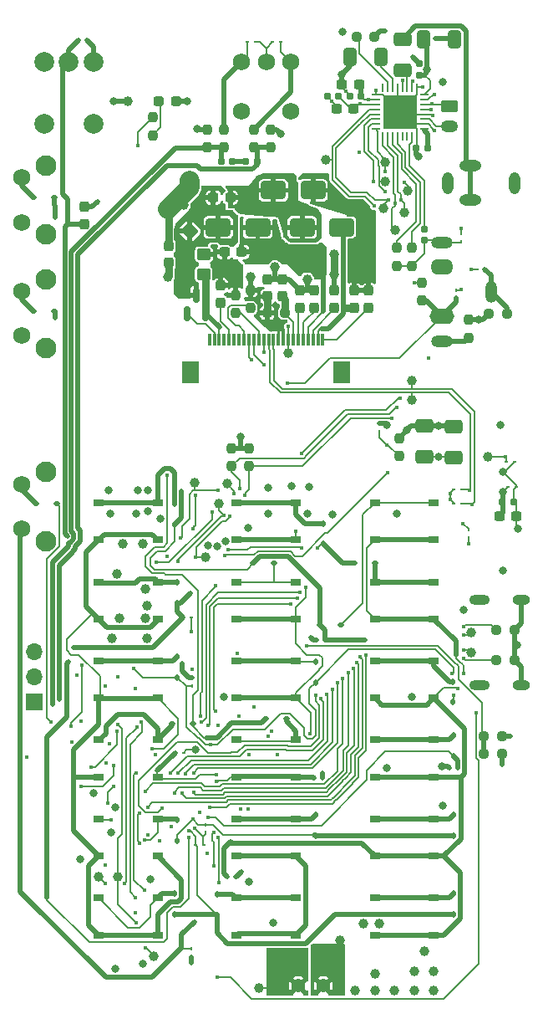
<source format=gtl>
%TF.GenerationSoftware,KiCad,Pcbnew,9.0.0*%
%TF.CreationDate,2025-08-17T15:41:59-06:00*%
%TF.ProjectId,OSS Radio Hardware Design,4f535320-5261-4646-996f-204861726477,rev?*%
%TF.SameCoordinates,Original*%
%TF.FileFunction,Copper,L1,Top*%
%TF.FilePolarity,Positive*%
%FSLAX46Y46*%
G04 Gerber Fmt 4.6, Leading zero omitted, Abs format (unit mm)*
G04 Created by KiCad (PCBNEW 9.0.0) date 2025-08-17 15:41:59*
%MOMM*%
%LPD*%
G01*
G04 APERTURE LIST*
G04 Aperture macros list*
%AMRoundRect*
0 Rectangle with rounded corners*
0 $1 Rounding radius*
0 $2 $3 $4 $5 $6 $7 $8 $9 X,Y pos of 4 corners*
0 Add a 4 corners polygon primitive as box body*
4,1,4,$2,$3,$4,$5,$6,$7,$8,$9,$2,$3,0*
0 Add four circle primitives for the rounded corners*
1,1,$1+$1,$2,$3*
1,1,$1+$1,$4,$5*
1,1,$1+$1,$6,$7*
1,1,$1+$1,$8,$9*
0 Add four rect primitives between the rounded corners*
20,1,$1+$1,$2,$3,$4,$5,0*
20,1,$1+$1,$4,$5,$6,$7,0*
20,1,$1+$1,$6,$7,$8,$9,0*
20,1,$1+$1,$8,$9,$2,$3,0*%
G04 Aperture macros list end*
%TA.AperFunction,SMDPad,CuDef*%
%ADD10RoundRect,0.062500X0.062500X-0.117500X0.062500X0.117500X-0.062500X0.117500X-0.062500X-0.117500X0*%
%TD*%
%TA.AperFunction,SMDPad,CuDef*%
%ADD11RoundRect,0.237500X-0.237500X0.300000X-0.237500X-0.300000X0.237500X-0.300000X0.237500X0.300000X0*%
%TD*%
%TA.AperFunction,SMDPad,CuDef*%
%ADD12R,1.000000X0.750000*%
%TD*%
%TA.AperFunction,SMDPad,CuDef*%
%ADD13RoundRect,0.237500X0.237500X-0.250000X0.237500X0.250000X-0.237500X0.250000X-0.237500X-0.250000X0*%
%TD*%
%TA.AperFunction,SMDPad,CuDef*%
%ADD14C,1.000000*%
%TD*%
%TA.AperFunction,SMDPad,CuDef*%
%ADD15RoundRect,0.237500X-0.300000X-0.237500X0.300000X-0.237500X0.300000X0.237500X-0.300000X0.237500X0*%
%TD*%
%TA.AperFunction,SMDPad,CuDef*%
%ADD16RoundRect,0.062500X-0.117500X-0.062500X0.117500X-0.062500X0.117500X0.062500X-0.117500X0.062500X0*%
%TD*%
%TA.AperFunction,SMDPad,CuDef*%
%ADD17RoundRect,0.237500X0.237500X-0.300000X0.237500X0.300000X-0.237500X0.300000X-0.237500X-0.300000X0*%
%TD*%
%TA.AperFunction,SMDPad,CuDef*%
%ADD18RoundRect,0.250000X-0.450000X0.350000X-0.450000X-0.350000X0.450000X-0.350000X0.450000X0.350000X0*%
%TD*%
%TA.AperFunction,SMDPad,CuDef*%
%ADD19RoundRect,0.112500X0.112500X-0.187500X0.112500X0.187500X-0.112500X0.187500X-0.112500X-0.187500X0*%
%TD*%
%TA.AperFunction,SMDPad,CuDef*%
%ADD20RoundRect,0.237500X-0.237500X0.250000X-0.237500X-0.250000X0.237500X-0.250000X0.237500X0.250000X0*%
%TD*%
%TA.AperFunction,SMDPad,CuDef*%
%ADD21RoundRect,0.155000X-0.212500X-0.155000X0.212500X-0.155000X0.212500X0.155000X-0.212500X0.155000X0*%
%TD*%
%TA.AperFunction,SMDPad,CuDef*%
%ADD22RoundRect,0.062500X-0.062500X0.117500X-0.062500X-0.117500X0.062500X-0.117500X0.062500X0.117500X0*%
%TD*%
%TA.AperFunction,SMDPad,CuDef*%
%ADD23RoundRect,0.237500X0.300000X0.237500X-0.300000X0.237500X-0.300000X-0.237500X0.300000X-0.237500X0*%
%TD*%
%TA.AperFunction,SMDPad,CuDef*%
%ADD24RoundRect,0.250000X0.650000X-0.412500X0.650000X0.412500X-0.650000X0.412500X-0.650000X-0.412500X0*%
%TD*%
%TA.AperFunction,SMDPad,CuDef*%
%ADD25RoundRect,0.062500X0.117500X0.062500X-0.117500X0.062500X-0.117500X-0.062500X0.117500X-0.062500X0*%
%TD*%
%TA.AperFunction,SMDPad,CuDef*%
%ADD26RoundRect,0.250000X1.000000X0.650000X-1.000000X0.650000X-1.000000X-0.650000X1.000000X-0.650000X0*%
%TD*%
%TA.AperFunction,SMDPad,CuDef*%
%ADD27RoundRect,0.195000X0.035355X-0.678823X0.678823X-0.035355X-0.035355X0.678823X-0.678823X0.035355X0*%
%TD*%
%TA.AperFunction,SMDPad,CuDef*%
%ADD28RoundRect,0.237500X0.250000X0.237500X-0.250000X0.237500X-0.250000X-0.237500X0.250000X-0.237500X0*%
%TD*%
%TA.AperFunction,SMDPad,CuDef*%
%ADD29RoundRect,0.112500X0.187500X0.112500X-0.187500X0.112500X-0.187500X-0.112500X0.187500X-0.112500X0*%
%TD*%
%TA.AperFunction,SMDPad,CuDef*%
%ADD30RoundRect,0.062500X-0.337500X-0.062500X0.337500X-0.062500X0.337500X0.062500X-0.337500X0.062500X0*%
%TD*%
%TA.AperFunction,SMDPad,CuDef*%
%ADD31RoundRect,0.062500X-0.062500X-0.337500X0.062500X-0.337500X0.062500X0.337500X-0.062500X0.337500X0*%
%TD*%
%TA.AperFunction,HeatsinkPad*%
%ADD32R,3.500000X3.500000*%
%TD*%
%TA.AperFunction,SMDPad,CuDef*%
%ADD33RoundRect,0.112500X-0.187500X-0.112500X0.187500X-0.112500X0.187500X0.112500X-0.187500X0.112500X0*%
%TD*%
%TA.AperFunction,SMDPad,CuDef*%
%ADD34R,0.300000X1.300000*%
%TD*%
%TA.AperFunction,SMDPad,CuDef*%
%ADD35R,1.800000X2.200000*%
%TD*%
%TA.AperFunction,SMDPad,CuDef*%
%ADD36RoundRect,0.250000X0.412500X0.650000X-0.412500X0.650000X-0.412500X-0.650000X0.412500X-0.650000X0*%
%TD*%
%TA.AperFunction,SMDPad,CuDef*%
%ADD37RoundRect,0.237500X-0.287500X-0.237500X0.287500X-0.237500X0.287500X0.237500X-0.287500X0.237500X0*%
%TD*%
%TA.AperFunction,SMDPad,CuDef*%
%ADD38RoundRect,0.237500X-0.250000X-0.237500X0.250000X-0.237500X0.250000X0.237500X-0.250000X0.237500X0*%
%TD*%
%TA.AperFunction,SMDPad,CuDef*%
%ADD39RoundRect,0.155000X0.212500X0.155000X-0.212500X0.155000X-0.212500X-0.155000X0.212500X-0.155000X0*%
%TD*%
%TA.AperFunction,SMDPad,CuDef*%
%ADD40RoundRect,0.155000X-0.155000X0.212500X-0.155000X-0.212500X0.155000X-0.212500X0.155000X0.212500X0*%
%TD*%
%TA.AperFunction,SMDPad,CuDef*%
%ADD41RoundRect,0.150000X0.150000X-0.587500X0.150000X0.587500X-0.150000X0.587500X-0.150000X-0.587500X0*%
%TD*%
%TA.AperFunction,SMDPad,CuDef*%
%ADD42RoundRect,0.250000X-1.000000X-0.650000X1.000000X-0.650000X1.000000X0.650000X-1.000000X0.650000X0*%
%TD*%
%TA.AperFunction,ComponentPad*%
%ADD43O,2.200000X1.200000*%
%TD*%
%TA.AperFunction,ComponentPad*%
%ADD44O,2.300000X1.600000*%
%TD*%
%TA.AperFunction,ComponentPad*%
%ADD45O,1.200000X2.200000*%
%TD*%
%TA.AperFunction,ComponentPad*%
%ADD46O,2.500000X1.600000*%
%TD*%
%TA.AperFunction,ComponentPad*%
%ADD47C,2.100000*%
%TD*%
%TA.AperFunction,ComponentPad*%
%ADD48C,1.750000*%
%TD*%
%TA.AperFunction,ComponentPad*%
%ADD49C,2.000000*%
%TD*%
%TA.AperFunction,ComponentPad*%
%ADD50R,1.700000X1.700000*%
%TD*%
%TA.AperFunction,ComponentPad*%
%ADD51O,1.700000X1.700000*%
%TD*%
%TA.AperFunction,HeatsinkPad*%
%ADD52O,1.800000X1.000000*%
%TD*%
%TA.AperFunction,HeatsinkPad*%
%ADD53O,2.100000X1.000000*%
%TD*%
%TA.AperFunction,ComponentPad*%
%ADD54RoundRect,0.250000X-0.625000X0.350000X-0.625000X-0.350000X0.625000X-0.350000X0.625000X0.350000X0*%
%TD*%
%TA.AperFunction,ComponentPad*%
%ADD55O,1.750000X1.200000*%
%TD*%
%TA.AperFunction,ComponentPad*%
%ADD56O,1.108000X2.216000*%
%TD*%
%TA.AperFunction,ComponentPad*%
%ADD57O,2.216000X1.108000*%
%TD*%
%TA.AperFunction,ComponentPad*%
%ADD58C,1.400000*%
%TD*%
%TA.AperFunction,ViaPad*%
%ADD59C,1.000000*%
%TD*%
%TA.AperFunction,ViaPad*%
%ADD60C,0.450000*%
%TD*%
%TA.AperFunction,ViaPad*%
%ADD61C,0.800000*%
%TD*%
%TA.AperFunction,Conductor*%
%ADD62C,0.200000*%
%TD*%
%TA.AperFunction,Conductor*%
%ADD63C,0.500000*%
%TD*%
%TA.AperFunction,Conductor*%
%ADD64C,0.750000*%
%TD*%
%TA.AperFunction,Conductor*%
%ADD65C,2.000000*%
%TD*%
G04 APERTURE END LIST*
D10*
%TO.P,D45,1,A1*%
%TO.N,BTN_MTX_D*%
X79400000Y-140780000D03*
%TO.P,D45,2,A2*%
%TO.N,GND*%
X79400000Y-141620000D03*
%TD*%
D11*
%TO.P,C34,1*%
%TO.N,GND*%
X87150000Y-73025000D03*
%TO.P,C34,2*%
%TO.N,3V3_MCU*%
X87150000Y-74750000D03*
%TD*%
D12*
%TO.P,SW_UP1,1,1*%
%TO.N,Net-(D25-A)*%
X84000000Y-95625000D03*
X90000000Y-95625000D03*
%TO.P,SW_UP1,2,2*%
%TO.N,BTN_MTX_B*%
X84000000Y-99375000D03*
X90000000Y-99375000D03*
%TD*%
D13*
%TO.P,R22,1*%
%TO.N,BTN_ENC_A*%
X81000000Y-59662500D03*
%TO.P,R22,2*%
%TO.N,3V3_MCU*%
X81000000Y-57837500D03*
%TD*%
D14*
%TO.P,TP31,1,1*%
%TO.N,GND*%
X86250000Y-144750000D03*
%TD*%
%TO.P,TP22,1,1*%
%TO.N,RF_SDI*%
X80850000Y-101150000D03*
%TD*%
%TO.P,TP15,1,1*%
%TO.N,FLASH_SDO*%
X109500000Y-91000000D03*
%TD*%
D15*
%TO.P,C70,1*%
%TO.N,GND*%
X94687500Y-53250000D03*
%TO.P,C70,2*%
%TO.N,3V3_AUDIO*%
X96412500Y-53250000D03*
%TD*%
D11*
%TO.P,C30,1*%
%TO.N,GND*%
X97400000Y-74137500D03*
%TO.P,C30,2*%
%TO.N,Net-(J3-Pin_24)*%
X97400000Y-75862500D03*
%TD*%
D16*
%TO.P,D40,1,A1*%
%TO.N,BTN_MTX_1*%
X92920000Y-109500000D03*
%TO.P,D40,2,A2*%
%TO.N,GND*%
X92080000Y-109500000D03*
%TD*%
%TO.P,D49,1,A1*%
%TO.N,DISPLAY_SDI*%
X106840000Y-95750000D03*
%TO.P,D49,2,A2*%
%TO.N,GND*%
X106000000Y-95750000D03*
%TD*%
D17*
%TO.P,C62,1*%
%TO.N,POT_VOLUME*%
X68550000Y-67412500D03*
%TO.P,C62,2*%
%TO.N,GND*%
X68550000Y-65687500D03*
%TD*%
D18*
%TO.P,R13,1*%
%TO.N,GND*%
X80650000Y-70500000D03*
%TO.P,R13,2*%
%TO.N,Net-(J3-Pin_3)*%
X80650000Y-72500000D03*
%TD*%
D19*
%TO.P,D9,1,K*%
%TO.N,BTN_MTX_5*%
X106000000Y-137300000D03*
%TO.P,D9,2,A*%
%TO.N,Net-(D9-A)*%
X106000000Y-135200000D03*
%TD*%
D12*
%TO.P,SW_9,1,1*%
%TO.N,Net-(D10-A)*%
X98000000Y-127625000D03*
X104000000Y-127625000D03*
%TO.P,SW_9,2,2*%
%TO.N,BTN_MTX_C*%
X98000000Y-131375000D03*
X104000000Y-131375000D03*
%TD*%
%TO.P,SW_5,1,1*%
%TO.N,Net-(D18-A)*%
X84000000Y-119625000D03*
X90000000Y-119625000D03*
%TO.P,SW_5,2,2*%
%TO.N,BTN_MTX_B*%
X84000000Y-123375000D03*
X90000000Y-123375000D03*
%TD*%
D14*
%TO.P,TP10,1,1*%
%TO.N,AUDIOAMP_I2C_SCL*%
X101000000Y-66250000D03*
%TD*%
D20*
%TO.P,R40,1*%
%TO.N,Net-(D46-A1)*%
X85750000Y-57837500D03*
%TO.P,R40,2*%
%TO.N,BTN_ENC_B*%
X85750000Y-59662500D03*
%TD*%
D13*
%TO.P,R24,1*%
%TO.N,BTN_ENC_A*%
X82750000Y-59662500D03*
%TO.P,R24,2*%
%TO.N,Net-(D47-A1)*%
X82750000Y-57837500D03*
%TD*%
D19*
%TO.P,D25,1,K*%
%TO.N,BTN_MTX_0*%
X92800000Y-99800000D03*
%TO.P,D25,2,A*%
%TO.N,Net-(D25-A)*%
X92800000Y-97700000D03*
%TD*%
D17*
%TO.P,C36,1*%
%TO.N,GND*%
X77150000Y-71362500D03*
%TO.P,C36,2*%
%TO.N,3V3_MCU*%
X77150000Y-69637500D03*
%TD*%
D13*
%TO.P,R15,1*%
%TO.N,Net-(J3-Pin_11)*%
X83900000Y-76412500D03*
%TO.P,R15,2*%
%TO.N,GND*%
X83900000Y-74587500D03*
%TD*%
D20*
%TO.P,R46,1*%
%TO.N,Net-(U12-MICBIAS)*%
X101750000Y-69837500D03*
%TO.P,R46,2*%
%TO.N,Net-(D36-A1)*%
X101750000Y-71662500D03*
%TD*%
D12*
%TO.P,SW_0,1,1*%
%TO.N,Net-(D8-A)*%
X84000000Y-135625000D03*
X90000000Y-135625000D03*
%TO.P,SW_0,2,2*%
%TO.N,BTN_MTX_B*%
X84000000Y-139375000D03*
X90000000Y-139375000D03*
%TD*%
D20*
%TO.P,R20,1*%
%TO.N,3V3_MCU*%
X107500000Y-77087500D03*
%TO.P,R20,2*%
%TO.N,Net-(J8-PadT)*%
X107500000Y-78912500D03*
%TD*%
D14*
%TO.P,TP33,1,1*%
%TO.N,Net-(J2-D--PadA7)*%
X107750000Y-108750000D03*
%TD*%
%TO.P,TP35,1,1*%
%TO.N,V_BAT*%
X73000000Y-55000000D03*
%TD*%
D21*
%TO.P,C71,1*%
%TO.N,GND*%
X95482500Y-54500000D03*
%TO.P,C71,2*%
%TO.N,3V3_AUDIO*%
X96617500Y-54500000D03*
%TD*%
D22*
%TO.P,D33,1,A1*%
%TO.N,HEADSET_CONN*%
X106250000Y-74920000D03*
%TO.P,D33,2,A2*%
%TO.N,GND*%
X106250000Y-74080000D03*
%TD*%
D23*
%TO.P,C26,1*%
%TO.N,Net-(D56-K)*%
X83362500Y-64750000D03*
%TO.P,C26,2*%
%TO.N,Net-(D58-A)*%
X81637500Y-64750000D03*
%TD*%
D13*
%TO.P,R51,1*%
%TO.N,Net-(D32-K)*%
X75500000Y-58412500D03*
%TO.P,R51,2*%
%TO.N,LED_STATUS*%
X75500000Y-56587500D03*
%TD*%
D24*
%TO.P,C79,1*%
%TO.N,Net-(U12-HPL)*%
X100800000Y-51812500D03*
%TO.P,C79,2*%
%TO.N,Net-(C79-Pad2)*%
X100800000Y-48687500D03*
%TD*%
D12*
%TO.P,SW_BACK1,1,1*%
%TO.N,Net-(D23-A)*%
X70000000Y-95625000D03*
X76000000Y-95625000D03*
%TO.P,SW_BACK1,2,2*%
%TO.N,BTN_MTX_A*%
X70000000Y-99375000D03*
X76000000Y-99375000D03*
%TD*%
D14*
%TO.P,TP16,1,1*%
%TO.N,MIC_SCL*%
X70000000Y-133500000D03*
%TD*%
D15*
%TO.P,C28,1*%
%TO.N,GND*%
X82787500Y-70250000D03*
%TO.P,C28,2*%
%TO.N,Net-(D58-K)*%
X84512500Y-70250000D03*
%TD*%
D22*
%TO.P,D39,1,A1*%
%TO.N,BTN_MTX_2*%
X79500000Y-114170000D03*
%TO.P,D39,2,A2*%
%TO.N,GND*%
X79500000Y-113330000D03*
%TD*%
D20*
%TO.P,R44,1*%
%TO.N,3V3_MCU*%
X85250000Y-90087500D03*
%TO.P,R44,2*%
%TO.N,AUDIOAMP_I2C_SDA*%
X85250000Y-91912500D03*
%TD*%
D19*
%TO.P,D8,1,K*%
%TO.N,BTN_MTX_5*%
X82000000Y-137325000D03*
%TO.P,D8,2,A*%
%TO.N,Net-(D8-A)*%
X82000000Y-135225000D03*
%TD*%
D25*
%TO.P,D44,1,A1*%
%TO.N,BTN_MTX_C*%
X83080000Y-133500000D03*
%TO.P,D44,2,A2*%
%TO.N,GND*%
X83920000Y-133500000D03*
%TD*%
D14*
%TO.P,TP13,1,1*%
%TO.N,DISPLAY_SCLK*%
X101750000Y-85250000D03*
%TD*%
D15*
%TO.P,C65,1*%
%TO.N,GND*%
X94137500Y-55750000D03*
%TO.P,C65,2*%
%TO.N,1V8_AUDIO*%
X95862500Y-55750000D03*
%TD*%
D19*
%TO.P,D12,1,K*%
%TO.N,BTN_MTX_4*%
X78000000Y-129850000D03*
%TO.P,D12,2,A*%
%TO.N,Net-(D12-A)*%
X78000000Y-127750000D03*
%TD*%
D26*
%TO.P,D58,1,K*%
%TO.N,Net-(D58-K)*%
X86150000Y-67750000D03*
%TO.P,D58,2,A*%
%TO.N,Net-(D58-A)*%
X82150000Y-67750000D03*
%TD*%
D11*
%TO.P,C29,1*%
%TO.N,GND*%
X82400000Y-73637500D03*
%TO.P,C29,2*%
%TO.N,Net-(J3-Pin_5)*%
X82400000Y-75362500D03*
%TD*%
D27*
%TO.P,L2,1*%
%TO.N,Net-(D58-A)*%
X79250000Y-68100000D03*
%TO.P,L2,2*%
%TO.N,3V3_MCU*%
X77050000Y-65900000D03*
%TD*%
D19*
%TO.P,D23,1,K*%
%TO.N,BTN_MTX_1*%
X77750000Y-97800000D03*
%TO.P,D23,2,A*%
%TO.N,Net-(D23-A)*%
X77750000Y-95700000D03*
%TD*%
D28*
%TO.P,R45,1*%
%TO.N,HEADSET_PTT*%
X111412500Y-76500000D03*
%TO.P,R45,2*%
%TO.N,3V3_MCU*%
X109587500Y-76500000D03*
%TD*%
D12*
%TO.P,SW_7,1,1*%
%TO.N,Net-(D12-A)*%
X70000000Y-127625000D03*
X76000000Y-127625000D03*
%TO.P,SW_7,2,2*%
%TO.N,BTN_MTX_A*%
X70000000Y-131375000D03*
X76000000Y-131375000D03*
%TD*%
%TO.P,SW_3,1,1*%
%TO.N,Net-(D14-A)*%
X98000000Y-111625000D03*
X104000000Y-111625000D03*
%TO.P,SW_3,2,2*%
%TO.N,BTN_MTX_C*%
X98000000Y-115375000D03*
X104000000Y-115375000D03*
%TD*%
D29*
%TO.P,D17,1,K*%
%TO.N,BTN_MTX_3*%
X79550000Y-118000000D03*
%TO.P,D17,2,A*%
%TO.N,Net-(D17-A)*%
X77450000Y-118000000D03*
%TD*%
D12*
%TO.P,SW_8,1,1*%
%TO.N,Net-(D11-A)*%
X84000000Y-127625000D03*
X90000000Y-127625000D03*
%TO.P,SW_8,2,2*%
%TO.N,BTN_MTX_B*%
X84000000Y-131375000D03*
X90000000Y-131375000D03*
%TD*%
D13*
%TO.P,R14,1*%
%TO.N,Net-(J3-Pin_8)*%
X85400000Y-75912500D03*
%TO.P,R14,2*%
%TO.N,3V3_MCU*%
X85400000Y-74087500D03*
%TD*%
D30*
%TO.P,U12,1,IOVSS*%
%TO.N,GND*%
X98100000Y-54300000D03*
%TO.P,U12,2,IOVDD*%
%TO.N,3V3_AUDIO*%
X98100000Y-54800000D03*
%TO.P,U12,3,DVDD*%
%TO.N,1V8_AUDIO*%
X98100000Y-55300000D03*
%TO.P,U12,4,DOUT*%
%TO.N,AUDIOAMP_SDO*%
X98100000Y-55800000D03*
%TO.P,U12,5,DIN*%
%TO.N,AUDIOAMP_SDI*%
X98100000Y-56300000D03*
%TO.P,U12,6,WCLK*%
%TO.N,AUDIOAMP_WORDSELECT*%
X98100000Y-56800000D03*
%TO.P,U12,7,BCLK*%
%TO.N,AUDIOAMP_SCL*%
X98100000Y-57300000D03*
%TO.P,U12,8,MCLK*%
%TO.N,AUDIOAMP_MASTERCLK*%
X98100000Y-57800000D03*
D31*
%TO.P,U12,9,SDA*%
%TO.N,AUDIOAMP_I2C_SDA*%
X98800000Y-58500000D03*
%TO.P,U12,10,SCL*%
%TO.N,AUDIOAMP_I2C_SCL*%
X99300000Y-58500000D03*
%TO.P,U12,11,VOL/MICDET*%
%TO.N,Net-(U12-VOL{slash}MICDET)*%
X99800000Y-58500000D03*
%TO.P,U12,12,MICBIAS*%
%TO.N,Net-(U12-MICBIAS)*%
X100300000Y-58500000D03*
%TO.P,U12,13,MIC1LP*%
%TO.N,unconnected-(U12-MIC1LP-Pad13)*%
X100800000Y-58500000D03*
%TO.P,U12,14,MIC1RP*%
%TO.N,unconnected-(U12-MIC1RP-Pad14)*%
X101300000Y-58500000D03*
%TO.P,U12,15,MIC1LM*%
%TO.N,Net-(U12-MIC1LM)*%
X101800000Y-58500000D03*
%TO.P,U12,16,AVSS*%
%TO.N,GND*%
X102300000Y-58500000D03*
D30*
%TO.P,U12,17,AVDD*%
%TO.N,3V3_AUDIO*%
X103000000Y-57800000D03*
%TO.P,U12,18,DVSS*%
%TO.N,GND*%
X103000000Y-57300000D03*
%TO.P,U12,19,SPKM*%
%TO.N,Net-(J6-Pin_2)*%
X103000000Y-56800000D03*
%TO.P,U12,20,SPKVSS*%
%TO.N,GND*%
X103000000Y-56300000D03*
%TO.P,U12,21,SPKVDD*%
%TO.N,3V3_AUDIO*%
X103000000Y-55800000D03*
%TO.P,U12,22,SPKP*%
%TO.N,Net-(J6-Pin_1)*%
X103000000Y-55300000D03*
%TO.P,U12,23,SPKM*%
%TO.N,Net-(J6-Pin_2)*%
X103000000Y-54800000D03*
%TO.P,U12,24,SPKVDD*%
%TO.N,3V3_AUDIO*%
X103000000Y-54300000D03*
D31*
%TO.P,U12,25,SPKVSS*%
%TO.N,GND*%
X102300000Y-53600000D03*
%TO.P,U12,26,SPKP*%
%TO.N,Net-(J6-Pin_1)*%
X101800000Y-53600000D03*
%TO.P,U12,27,HPL*%
%TO.N,Net-(U12-HPL)*%
X101300000Y-53600000D03*
%TO.P,U12,28,HPVDD*%
%TO.N,3V3_AUDIO*%
X100800000Y-53600000D03*
%TO.P,U12,29,HPVSS*%
%TO.N,GND*%
X100300000Y-53600000D03*
%TO.P,U12,30,HPR*%
%TO.N,Net-(U12-HPR)*%
X99800000Y-53600000D03*
%TO.P,U12,31,~{RESET}*%
%TO.N,Net-(U12-~{RESET})*%
X99300000Y-53600000D03*
%TO.P,U12,32,GPIO1*%
%TO.N,unconnected-(U12-GPIO1-Pad32)*%
X98800000Y-53600000D03*
D32*
%TO.P,U12,33,EP*%
%TO.N,GND*%
X100550000Y-56050000D03*
%TD*%
D33*
%TO.P,D27,1,K*%
%TO.N,BTN_MTX_0*%
X95950000Y-101750000D03*
%TO.P,D27,2,A*%
%TO.N,Net-(D27-A)*%
X98050000Y-101750000D03*
%TD*%
%TO.P,D21,1,K*%
%TO.N,BTN_MTX_1*%
X92450000Y-108000000D03*
%TO.P,D21,2,A*%
%TO.N,Net-(D21-A)*%
X94550000Y-108000000D03*
%TD*%
D34*
%TO.P,J3,1,Pin_1*%
%TO.N,unconnected-(J3-Pin_1-Pad1)*%
X81250000Y-79150000D03*
%TO.P,J3,2,Pin_2*%
%TO.N,Net-(J3-Pin_2)*%
X81750000Y-79150000D03*
%TO.P,J3,3,Pin_3*%
%TO.N,Net-(J3-Pin_3)*%
X82250000Y-79150000D03*
%TO.P,J3,4,Pin_4*%
%TO.N,unconnected-(J3-Pin_4-Pad4)*%
X82750000Y-79150000D03*
%TO.P,J3,5,Pin_5*%
%TO.N,Net-(J3-Pin_5)*%
X83250000Y-79150000D03*
%TO.P,J3,6,Pin_6*%
%TO.N,unconnected-(J3-Pin_6-Pad6)*%
X83750000Y-79150000D03*
%TO.P,J3,7,Pin_7*%
%TO.N,unconnected-(J3-Pin_7-Pad7)*%
X84250000Y-79150000D03*
%TO.P,J3,8,Pin_8*%
%TO.N,Net-(J3-Pin_8)*%
X84750000Y-79150000D03*
%TO.P,J3,9,Pin_9*%
%TO.N,DISPLAY_BUSY*%
X85250000Y-79150000D03*
%TO.P,J3,10,Pin_10*%
%TO.N,DISPLAY_RESET*%
X85750000Y-79150000D03*
%TO.P,J3,11,Pin_11*%
%TO.N,Net-(J3-Pin_11)*%
X86250000Y-79150000D03*
%TO.P,J3,12,Pin_12*%
%TO.N,DISPLAY_CS*%
X86750000Y-79150000D03*
%TO.P,J3,13,Pin_13*%
%TO.N,DISPLAY_SCLK*%
X87250000Y-79150000D03*
%TO.P,J3,14,Pin_14*%
%TO.N,DISPLAY_SDI*%
X87750000Y-79150000D03*
%TO.P,J3,15,Pin_15*%
%TO.N,3V3_MCU*%
X88250000Y-79150000D03*
%TO.P,J3,16,Pin_16*%
X88750000Y-79150000D03*
%TO.P,J3,17,Pin_17*%
%TO.N,GND*%
X89250000Y-79150000D03*
%TO.P,J3,18,Pin_18*%
%TO.N,Net-(J3-Pin_18)*%
X89750000Y-79150000D03*
%TO.P,J3,19,Pin_19*%
%TO.N,Net-(J3-Pin_19)*%
X90250000Y-79150000D03*
%TO.P,J3,20,Pin_20*%
%TO.N,Net-(J3-Pin_20)*%
X90750000Y-79150000D03*
%TO.P,J3,21,Pin_21*%
%TO.N,Net-(D58-K)*%
X91250000Y-79150000D03*
%TO.P,J3,22,Pin_22*%
%TO.N,Net-(J3-Pin_22)*%
X91750000Y-79150000D03*
%TO.P,J3,23,Pin_23*%
%TO.N,Net-(D56-A)*%
X92250000Y-79150000D03*
%TO.P,J3,24,Pin_24*%
%TO.N,Net-(J3-Pin_24)*%
X92750000Y-79150000D03*
D35*
%TO.P,J3,MP*%
%TO.N,N/C*%
X79350000Y-82400000D03*
X94650000Y-82400000D03*
%TD*%
D36*
%TO.P,C72,1*%
%TO.N,GND*%
X106062500Y-48750000D03*
%TO.P,C72,2*%
%TO.N,3V3_AUDIO*%
X102937500Y-48750000D03*
%TD*%
D14*
%TO.P,TP20,1,1*%
%TO.N,RF_SEL*%
X79750000Y-93600000D03*
%TD*%
D37*
%TO.P,D32,1,K*%
%TO.N,Net-(D32-K)*%
X76125000Y-55000000D03*
%TO.P,D32,2,A*%
%TO.N,3V3_MCU*%
X77875000Y-55000000D03*
%TD*%
D25*
%TO.P,D42,1,A1*%
%TO.N,BTN_MTX_A*%
X77780000Y-120900000D03*
%TO.P,D42,2,A2*%
%TO.N,GND*%
X78620000Y-120900000D03*
%TD*%
D14*
%TO.P,TP27,1,1*%
%TO.N,AUDIOAMP_WORDSELECT*%
X101350000Y-64050000D03*
%TD*%
D11*
%TO.P,C33,1*%
%TO.N,GND*%
X88650000Y-73025000D03*
%TO.P,C33,2*%
%TO.N,Net-(J3-Pin_18)*%
X88650000Y-74750000D03*
%TD*%
D12*
%TO.P,SW_\u002A1,1,1*%
%TO.N,Net-(D4-A)*%
X70000000Y-135625000D03*
X76000000Y-135625000D03*
%TO.P,SW_\u002A1,2,2*%
%TO.N,BTN_MTX_A*%
X70000000Y-139375000D03*
X76000000Y-139375000D03*
%TD*%
%TO.P,SW_ENTER1,1,1*%
%TO.N,Net-(D21-A)*%
X98000000Y-95625000D03*
X104000000Y-95625000D03*
%TO.P,SW_ENTER1,2,2*%
%TO.N,BTN_MTX_C*%
X98000000Y-99375000D03*
X104000000Y-99375000D03*
%TD*%
D25*
%TO.P,D35,1,A1*%
%TO.N,BTN_MTX_5*%
X79830000Y-130250000D03*
%TO.P,D35,2,A2*%
%TO.N,GND*%
X80670000Y-130250000D03*
%TD*%
D38*
%TO.P,R8,1*%
%TO.N,Net-(J2-CC1)*%
X110337500Y-108500000D03*
%TO.P,R8,2*%
%TO.N,GND*%
X112162500Y-108500000D03*
%TD*%
D12*
%TO.P,SW_#1,1,1*%
%TO.N,Net-(D9-A)*%
X98000000Y-135625000D03*
X104000000Y-135625000D03*
%TO.P,SW_#1,2,2*%
%TO.N,BTN_MTX_C*%
X98000000Y-139375000D03*
X104000000Y-139375000D03*
%TD*%
%TO.P,SW_RIGHT1,1,1*%
%TO.N,Net-(D27-A)*%
X98000000Y-103625000D03*
X104000000Y-103625000D03*
%TO.P,SW_RIGHT1,2,2*%
%TO.N,BTN_MTX_C*%
X98000000Y-107375000D03*
X104000000Y-107375000D03*
%TD*%
D19*
%TO.P,D24,1,K*%
%TO.N,BTN_MTX_0*%
X77950000Y-105800000D03*
%TO.P,D24,2,A*%
%TO.N,Net-(D24-A)*%
X77950000Y-103700000D03*
%TD*%
D20*
%TO.P,R43,1*%
%TO.N,3V3_MCU*%
X83500000Y-90087500D03*
%TO.P,R43,2*%
%TO.N,AUDIOAMP_I2C_SCL*%
X83500000Y-91912500D03*
%TD*%
D14*
%TO.P,TP17,1,1*%
%TO.N,MIC_WORDSELECT*%
X75625000Y-141500000D03*
%TD*%
D19*
%TO.P,D11,1,K*%
%TO.N,BTN_MTX_4*%
X92000000Y-129300000D03*
%TO.P,D11,2,A*%
%TO.N,Net-(D11-A)*%
X92000000Y-127200000D03*
%TD*%
D29*
%TO.P,D20,1,K*%
%TO.N,BTN_MTX_1*%
X65500000Y-64750000D03*
%TO.P,D20,2,A*%
%TO.N,Net-(D20-A)*%
X63400000Y-64750000D03*
%TD*%
D39*
%TO.P,C77,1*%
%TO.N,1V8_AUDIO*%
X94317500Y-54500000D03*
%TO.P,C77,2*%
%TO.N,GND*%
X93182500Y-54500000D03*
%TD*%
D11*
%TO.P,C27,1*%
%TO.N,GND*%
X95900000Y-74137500D03*
%TO.P,C27,2*%
%TO.N,Net-(D56-A)*%
X95900000Y-75862500D03*
%TD*%
D23*
%TO.P,C39,1*%
%TO.N,GND*%
X112362500Y-97000000D03*
%TO.P,C39,2*%
%TO.N,3V3_MCU*%
X110637500Y-97000000D03*
%TD*%
D38*
%TO.P,R16,1*%
%TO.N,3V3_MCU*%
X87100000Y-76387500D03*
%TO.P,R16,2*%
%TO.N,Net-(J3-Pin_18)*%
X88925000Y-76387500D03*
%TD*%
D12*
%TO.P,SW_2,1,1*%
%TO.N,Net-(D15-A)*%
X84000000Y-111625000D03*
X90000000Y-111625000D03*
%TO.P,SW_2,2,2*%
%TO.N,BTN_MTX_B*%
X84000000Y-115375000D03*
X90000000Y-115375000D03*
%TD*%
D40*
%TO.P,C76,1*%
%TO.N,GND*%
X102550000Y-51182500D03*
%TO.P,C76,2*%
%TO.N,3V3_AUDIO*%
X102550000Y-52317500D03*
%TD*%
D19*
%TO.P,D19,1,K*%
%TO.N,BTN_MTX_3*%
X106000000Y-121300000D03*
%TO.P,D19,2,A*%
%TO.N,Net-(D19-A)*%
X106000000Y-119200000D03*
%TD*%
D16*
%TO.P,D34,1,A1*%
%TO.N,HEADSET_PTT*%
X109170000Y-72000000D03*
%TO.P,D34,2,A2*%
%TO.N,GND*%
X108330000Y-72000000D03*
%TD*%
D25*
%TO.P,D43,1,A1*%
%TO.N,BTN_MTX_B*%
X91830000Y-123500000D03*
%TO.P,D43,2,A2*%
%TO.N,GND*%
X92670000Y-123500000D03*
%TD*%
D19*
%TO.P,D4,1,K*%
%TO.N,BTN_MTX_5*%
X77700000Y-137300000D03*
%TO.P,D4,2,A*%
%TO.N,Net-(D4-A)*%
X77700000Y-135200000D03*
%TD*%
D13*
%TO.P,R47,1*%
%TO.N,HEADSET_CONN*%
X102750000Y-75162500D03*
%TO.P,R47,2*%
%TO.N,GND*%
X102750000Y-73337500D03*
%TD*%
D26*
%TO.P,D57,1,K*%
%TO.N,GND*%
X91750000Y-64000000D03*
%TO.P,D57,2,A*%
%TO.N,Net-(D56-K)*%
X87750000Y-64000000D03*
%TD*%
D13*
%TO.P,R21,1*%
%TO.N,BTN_ENC_B*%
X87500000Y-59662500D03*
%TO.P,R21,2*%
%TO.N,3V3_MCU*%
X87500000Y-57837500D03*
%TD*%
D12*
%TO.P,SW_LEFT1,1,1*%
%TO.N,Net-(D24-A)*%
X70000000Y-103625000D03*
X76000000Y-103625000D03*
%TO.P,SW_LEFT1,2,2*%
%TO.N,BTN_MTX_A*%
X70000000Y-107375000D03*
X76000000Y-107375000D03*
%TD*%
D14*
%TO.P,TP29,1,1*%
%TO.N,AUDIOAMP_SDI*%
X98925000Y-65850000D03*
%TD*%
D25*
%TO.P,D50,1,A1*%
%TO.N,FLASH_SDO*%
X111330000Y-91500000D03*
%TO.P,D50,2,A2*%
%TO.N,GND*%
X112170000Y-91500000D03*
%TD*%
D12*
%TO.P,SW_DOWN1,1,1*%
%TO.N,Net-(D22-A)*%
X84000000Y-103625000D03*
X90000000Y-103625000D03*
%TO.P,SW_DOWN1,2,2*%
%TO.N,BTN_MTX_B*%
X84000000Y-107375000D03*
X90000000Y-107375000D03*
%TD*%
D14*
%TO.P,TP41,1,1*%
%TO.N,MIC_SDO*%
X72000000Y-133500000D03*
%TD*%
D19*
%TO.P,D14,1,K*%
%TO.N,BTN_MTX_2*%
X105900000Y-115800000D03*
%TO.P,D14,2,A*%
%TO.N,Net-(D14-A)*%
X105900000Y-113700000D03*
%TD*%
D33*
%TO.P,D18,1,K*%
%TO.N,BTN_MTX_3*%
X86950000Y-117500000D03*
%TO.P,D18,2,A*%
%TO.N,Net-(D18-A)*%
X89050000Y-117500000D03*
%TD*%
D20*
%TO.P,R52,1*%
%TO.N,Net-(U12-VOL{slash}MICDET)*%
X100250000Y-69837500D03*
%TO.P,R52,2*%
%TO.N,Net-(D36-A1)*%
X100250000Y-71662500D03*
%TD*%
D16*
%TO.P,D38,1,A1*%
%TO.N,BTN_MTX_3*%
X106420000Y-122500000D03*
%TO.P,D38,2,A2*%
%TO.N,GND*%
X105580000Y-122500000D03*
%TD*%
D29*
%TO.P,D13,1,K*%
%TO.N,BTN_MTX_2*%
X65800000Y-95750000D03*
%TO.P,D13,2,A*%
%TO.N,Net-(D13-A)*%
X63700000Y-95750000D03*
%TD*%
D16*
%TO.P,D46,1,A1*%
%TO.N,Net-(D46-A1)*%
X88500000Y-49000000D03*
%TO.P,D46,2,A2*%
%TO.N,GND*%
X87660000Y-49000000D03*
%TD*%
D19*
%TO.P,D10,1,K*%
%TO.N,BTN_MTX_4*%
X106000000Y-129300000D03*
%TO.P,D10,2,A*%
%TO.N,Net-(D10-A)*%
X106000000Y-127200000D03*
%TD*%
D14*
%TO.P,TP28,1,1*%
%TO.N,AUDIOAMP_SCL*%
X99100000Y-63150000D03*
%TD*%
D19*
%TO.P,D15,1,K*%
%TO.N,BTN_MTX_2*%
X92000000Y-113800000D03*
%TO.P,D15,2,A*%
%TO.N,Net-(D15-A)*%
X92000000Y-111700000D03*
%TD*%
D14*
%TO.P,TP21,1,1*%
%TO.N,RF_SCLK*%
X83025000Y-93675000D03*
%TD*%
D29*
%TO.P,D28,1,K*%
%TO.N,BTN_MTX_0*%
X65550000Y-76250000D03*
%TO.P,D28,2,A*%
%TO.N,Net-(D28-A)*%
X63450000Y-76250000D03*
%TD*%
D21*
%TO.P,C81,1*%
%TO.N,GND*%
X84932500Y-61087500D03*
%TO.P,C81,2*%
%TO.N,BTN_ENC_B*%
X86067500Y-61087500D03*
%TD*%
D14*
%TO.P,TP19,1,1*%
%TO.N,RF_SDO*%
X82250000Y-95750000D03*
%TD*%
D11*
%TO.P,C31,1*%
%TO.N,GND*%
X93900000Y-74137500D03*
%TO.P,C31,2*%
%TO.N,Net-(J3-Pin_22)*%
X93900000Y-75862500D03*
%TD*%
D14*
%TO.P,TP32,1,1*%
%TO.N,Net-(J2-D+-PadA6)*%
X107750000Y-110750000D03*
%TD*%
D10*
%TO.P,D52,1,A1*%
%TO.N,SD_CS*%
X107500000Y-98330000D03*
%TO.P,D52,2,A2*%
%TO.N,GND*%
X107500000Y-99170000D03*
%TD*%
D39*
%TO.P,C38,1*%
%TO.N,GND*%
X112067500Y-95500000D03*
%TO.P,C38,2*%
%TO.N,3V3_MCU*%
X110932500Y-95500000D03*
%TD*%
D41*
%TO.P,Q1,1,G*%
%TO.N,Net-(J3-Pin_2)*%
X78950000Y-76500000D03*
%TO.P,Q1,2,S*%
%TO.N,Net-(J3-Pin_3)*%
X80850000Y-76500000D03*
%TO.P,Q1,3,D*%
%TO.N,Net-(D58-A)*%
X79900000Y-74625000D03*
%TD*%
D12*
%TO.P,SW_4,1,1*%
%TO.N,Net-(D17-A)*%
X70000000Y-119625000D03*
X76000000Y-119625000D03*
%TO.P,SW_4,2,2*%
%TO.N,BTN_MTX_A*%
X70000000Y-123375000D03*
X76000000Y-123375000D03*
%TD*%
D11*
%TO.P,C35,1*%
%TO.N,GND*%
X90400000Y-74137500D03*
%TO.P,C35,2*%
%TO.N,Net-(J3-Pin_19)*%
X90400000Y-75862500D03*
%TD*%
D25*
%TO.P,D31,1,A1*%
%TO.N,POT_VOLUME*%
X67980000Y-48800000D03*
%TO.P,D31,2,A2*%
%TO.N,GND*%
X68820000Y-48800000D03*
%TD*%
D14*
%TO.P,TP9,1,1*%
%TO.N,AUDIOAMP_I2C_SDA*%
X100050000Y-68050000D03*
%TD*%
D11*
%TO.P,C32,1*%
%TO.N,GND*%
X91900000Y-74137500D03*
%TO.P,C32,2*%
%TO.N,Net-(J3-Pin_20)*%
X91900000Y-75862500D03*
%TD*%
D22*
%TO.P,D48,1,A1*%
%TO.N,SD_CARD_DETECT*%
X98500000Y-88420000D03*
%TO.P,D48,2,A2*%
%TO.N,GND*%
X98500000Y-87580000D03*
%TD*%
D21*
%TO.P,C74,1*%
%TO.N,GND*%
X102232500Y-59750000D03*
%TO.P,C74,2*%
%TO.N,3V3_AUDIO*%
X103367500Y-59750000D03*
%TD*%
D16*
%TO.P,D51,1,A1*%
%TO.N,DISPLAY_SCLK*%
X106840000Y-94250000D03*
%TO.P,D51,2,A2*%
%TO.N,GND*%
X106000000Y-94250000D03*
%TD*%
D28*
%TO.P,R42,1*%
%TO.N,3V3_AUDIO*%
X97962500Y-48500000D03*
%TO.P,R42,2*%
%TO.N,Net-(U12-~{RESET})*%
X96137500Y-48500000D03*
%TD*%
%TO.P,R9,1*%
%TO.N,GND*%
X112162500Y-111500000D03*
%TO.P,R9,2*%
%TO.N,Net-(J2-CC2)*%
X110337500Y-111500000D03*
%TD*%
D12*
%TO.P,SW_1,1,1*%
%TO.N,Net-(D16-A)*%
X70000000Y-111625000D03*
X76000000Y-111625000D03*
%TO.P,SW_1,2,2*%
%TO.N,BTN_MTX_A*%
X70000000Y-115375000D03*
X76000000Y-115375000D03*
%TD*%
D38*
%TO.P,R27,1*%
%TO.N,CHGR_CONN*%
X109087500Y-119250000D03*
%TO.P,R27,2*%
%TO.N,GND*%
X110912500Y-119250000D03*
%TD*%
D13*
%TO.P,R19,1*%
%TO.N,SD_CARD_DETECT*%
X100500000Y-90912500D03*
%TO.P,R19,2*%
%TO.N,3V3_MCU*%
X100500000Y-89087500D03*
%TD*%
D12*
%TO.P,SW_6,1,1*%
%TO.N,Net-(D19-A)*%
X98000000Y-119625000D03*
X104000000Y-119625000D03*
%TO.P,SW_6,2,2*%
%TO.N,BTN_MTX_C*%
X98000000Y-123375000D03*
X104000000Y-123375000D03*
%TD*%
D22*
%TO.P,D36,1,A1*%
%TO.N,Net-(D36-A1)*%
X106750000Y-69170000D03*
%TO.P,D36,2,A2*%
%TO.N,GND*%
X106750000Y-68330000D03*
%TD*%
D25*
%TO.P,D41,1,A1*%
%TO.N,BTN_MTX_0*%
X78580000Y-107250000D03*
%TO.P,D41,2,A2*%
%TO.N,GND*%
X79420000Y-107250000D03*
%TD*%
D42*
%TO.P,D56,1,K*%
%TO.N,Net-(D56-K)*%
X90650000Y-67750000D03*
%TO.P,D56,2,A*%
%TO.N,Net-(D56-A)*%
X94650000Y-67750000D03*
%TD*%
D24*
%TO.P,C40,1*%
%TO.N,GND*%
X106000000Y-91062500D03*
%TO.P,C40,2*%
%TO.N,3V3_MCU*%
X106000000Y-87937500D03*
%TD*%
D19*
%TO.P,D16,1,K*%
%TO.N,BTN_MTX_2*%
X78000000Y-113300000D03*
%TO.P,D16,2,A*%
%TO.N,Net-(D16-A)*%
X78000000Y-111200000D03*
%TD*%
D25*
%TO.P,D53,1,A1*%
%TO.N,3V3_MCU*%
X111500000Y-94000000D03*
%TO.P,D53,2,A2*%
%TO.N,GND*%
X112340000Y-94000000D03*
%TD*%
D33*
%TO.P,D22,1,K*%
%TO.N,BTN_MTX_1*%
X85700000Y-101750000D03*
%TO.P,D22,2,A*%
%TO.N,Net-(D22-A)*%
X87800000Y-101750000D03*
%TD*%
D14*
%TO.P,TP14,1,1*%
%TO.N,DISPLAY_SDI*%
X101750000Y-83250000D03*
%TD*%
D10*
%TO.P,D37,1,A1*%
%TO.N,BTN_MTX_4*%
X80850000Y-128180000D03*
%TO.P,D37,2,A2*%
%TO.N,GND*%
X80850000Y-129020000D03*
%TD*%
D21*
%TO.P,C82,1*%
%TO.N,BTN_ENC_A*%
X82432500Y-61087500D03*
%TO.P,C82,2*%
%TO.N,GND*%
X83567500Y-61087500D03*
%TD*%
D14*
%TO.P,TP26,1,1*%
%TO.N,AUDIOAMP_SDO*%
X93025000Y-60875000D03*
%TD*%
D40*
%TO.P,C80,1*%
%TO.N,Net-(U12-MIC1LM)*%
X103000000Y-67932500D03*
%TO.P,C80,2*%
%TO.N,Net-(D36-A1)*%
X103000000Y-69067500D03*
%TD*%
D28*
%TO.P,R26,1*%
%TO.N,V_CHG*%
X110912500Y-121000000D03*
%TO.P,R26,2*%
%TO.N,CHGR_CONN*%
X109087500Y-121000000D03*
%TD*%
D25*
%TO.P,D47,1,A1*%
%TO.N,Net-(D47-A1)*%
X85080000Y-49000000D03*
%TO.P,D47,2,A2*%
%TO.N,GND*%
X85920000Y-49000000D03*
%TD*%
D36*
%TO.P,C90,1*%
%TO.N,Net-(U12-HPR)*%
X98612500Y-50500000D03*
%TO.P,C90,2*%
%TO.N,GND*%
X95487500Y-50500000D03*
%TD*%
D24*
%TO.P,C42,1*%
%TO.N,GND*%
X103000000Y-91000000D03*
%TO.P,C42,2*%
%TO.N,3V3_MCU*%
X103000000Y-87875000D03*
%TD*%
D14*
%TO.P,TP42,1,1*%
%TO.N,AUDIOAMP_MASTERCLK*%
X99100000Y-61150000D03*
%TD*%
D43*
%TO.P,J8,R*%
%TO.N,Net-(D36-A1)*%
X104775000Y-69250000D03*
D44*
%TO.P,J8,RN*%
%TO.N,N/C*%
X104775000Y-71750000D03*
D45*
%TO.P,J8,S*%
%TO.N,HEADSET_PTT*%
X109775000Y-74250000D03*
D43*
%TO.P,J8,T*%
%TO.N,Net-(J8-PadT)*%
X104775000Y-79250000D03*
D46*
%TO.P,J8,TN*%
%TO.N,HEADSET_CONN*%
X104775000Y-76750000D03*
%TD*%
D47*
%TO.P,SW_SIDE1,*%
%TO.N,*%
X64702500Y-61475000D03*
X64702500Y-68485000D03*
D48*
%TO.P,SW_SIDE1,1,1*%
%TO.N,Net-(D20-A)*%
X62212500Y-62725000D03*
%TO.P,SW_SIDE1,2,2*%
%TO.N,BTN_MTX_D*%
X62212500Y-67225000D03*
%TD*%
D49*
%TO.P,U11,1*%
%TO.N,3V3_MCU*%
X64500000Y-51000000D03*
%TO.P,U11,2*%
%TO.N,POT_VOLUME*%
X67000000Y-51000000D03*
%TO.P,U11,3*%
%TO.N,GND*%
X69500000Y-51000000D03*
%TO.P,U11,4*%
%TO.N,V_BAT_RAW*%
X64500000Y-57250000D03*
%TO.P,U11,5*%
%TO.N,V_BAT*%
X69500000Y-57250000D03*
%TD*%
D50*
%TO.P,J1,1,Pin_1*%
%TO.N,Net-(J1-Pin_1)*%
X63500000Y-115775000D03*
D51*
%TO.P,J1,2,Pin_2*%
%TO.N,GND*%
X63500000Y-113235000D03*
%TO.P,J1,3,Pin_3*%
%TO.N,Net-(J1-Pin_3)*%
X63500000Y-110695000D03*
%TD*%
D52*
%TO.P,J2,S1,SHIELD*%
%TO.N,GND*%
X112850000Y-105430000D03*
D53*
X108650000Y-105430000D03*
D52*
X112850000Y-114070000D03*
D53*
X108650000Y-114070000D03*
%TD*%
D54*
%TO.P,J6,1,Pin_1*%
%TO.N,Net-(J6-Pin_1)*%
X105550000Y-55500000D03*
D55*
%TO.P,J6,2,Pin_2*%
%TO.N,Net-(J6-Pin_2)*%
X105550000Y-57500000D03*
%TD*%
D56*
%TO.P,J7,1*%
%TO.N,GND*%
X112175000Y-63250000D03*
D57*
%TO.P,J7,2*%
%TO.N,Net-(C79-Pad2)*%
X107675000Y-65000000D03*
%TO.P,J7,3*%
X107675000Y-61500000D03*
D56*
%TO.P,J7,4*%
%TO.N,GND*%
X105375000Y-63250000D03*
%TD*%
D47*
%TO.P,SW_PTT1,*%
%TO.N,*%
X64702500Y-72975000D03*
X64702500Y-79985000D03*
D48*
%TO.P,SW_PTT1,1,1*%
%TO.N,Net-(D28-A)*%
X62212500Y-74225000D03*
%TO.P,SW_PTT1,2,2*%
%TO.N,BTN_MTX_D*%
X62212500Y-78725000D03*
%TD*%
D47*
%TO.P,SW_SIDE2,*%
%TO.N,*%
X64702500Y-92475000D03*
X64702500Y-99485000D03*
D48*
%TO.P,SW_SIDE2,1,1*%
%TO.N,Net-(D13-A)*%
X62212500Y-93725000D03*
%TO.P,SW_SIDE2,2,2*%
%TO.N,BTN_MTX_D*%
X62212500Y-98225000D03*
%TD*%
D58*
%TO.P,J9,1,Pin_1*%
%TO.N,GND*%
X90250000Y-144500000D03*
%TO.P,J9,2,Pin_2*%
%TO.N,V_BAT_RAW*%
X92790000Y-144500000D03*
%TD*%
D48*
%TO.P,SW1,A,A*%
%TO.N,Net-(D47-A1)*%
X84500000Y-51000000D03*
%TO.P,SW1,B,B*%
%TO.N,Net-(D46-A1)*%
X89500000Y-51000000D03*
%TO.P,SW1,C,C*%
%TO.N,GND*%
X87000000Y-51000000D03*
%TO.P,SW1,S1,S1*%
%TO.N,Net-(D29-A)*%
X84500000Y-56000000D03*
%TO.P,SW1,S2,S2*%
%TO.N,BTN_MTX_D*%
X89500000Y-56000000D03*
%TD*%
D59*
%TO.N,V_BAT_RAW*%
X96837500Y-138225000D03*
X94500000Y-139900000D03*
X94250000Y-141500000D03*
X98500000Y-138250000D03*
X92500000Y-141200000D03*
X92500000Y-142600000D03*
X94250000Y-143000000D03*
D60*
%TO.N,GND*%
X68250000Y-117750000D03*
X111750000Y-119250000D03*
X75039000Y-129197088D03*
X106800000Y-74050000D03*
D61*
X101750000Y-115250000D03*
D60*
X92750000Y-123000000D03*
X88113957Y-121147900D03*
X107500000Y-99750000D03*
D59*
X87900000Y-71750000D03*
D60*
X105650000Y-94700000D03*
X84250000Y-117199000D03*
D59*
X74895000Y-106062500D03*
D60*
X75775000Y-121075000D03*
D61*
X94718750Y-47918750D03*
D59*
X90250000Y-142500000D03*
D60*
X81050000Y-131100000D03*
D59*
X93876000Y-72500000D03*
D61*
X104500000Y-91000000D03*
D59*
X83900000Y-72000000D03*
D60*
X98100000Y-53850000D03*
D59*
X100000000Y-145000000D03*
D60*
X78500000Y-111900000D03*
X79400000Y-142200000D03*
X107750000Y-72025000D03*
D59*
X82650000Y-72000000D03*
D61*
X73800000Y-96700000D03*
D59*
X88000000Y-141250000D03*
X98000000Y-145000000D03*
D60*
X103914449Y-56452980D03*
X84400000Y-126650000D03*
D59*
X104000000Y-145000000D03*
X96000000Y-145000000D03*
D61*
X68182500Y-131682500D03*
D59*
X103000000Y-141000000D03*
D61*
X111000000Y-92500000D03*
X93766000Y-96800000D03*
D60*
X79400000Y-108700000D03*
X84100000Y-110824998D03*
X62750000Y-121367500D03*
D59*
X89262500Y-80500000D03*
X102000000Y-143000000D03*
X96250000Y-66000000D03*
D61*
X94687500Y-52250000D03*
X82000000Y-100000000D03*
D59*
X98000000Y-143250000D03*
D61*
X99250000Y-122500000D03*
X112500000Y-98250000D03*
D59*
X88000000Y-143250000D03*
D61*
X81100000Y-99975000D03*
X110742282Y-87757718D03*
X99250000Y-87750000D03*
D60*
X67267500Y-119800000D03*
X105650000Y-95250000D03*
X101850000Y-50475000D03*
X85750000Y-116250000D03*
X96423000Y-60176000D03*
X73750000Y-137136000D03*
X84500000Y-133000000D03*
D61*
X69500000Y-125000000D03*
D60*
X67775000Y-113100000D03*
D59*
X94500000Y-65000000D03*
D61*
X71000000Y-94350000D03*
X91351000Y-94000000D03*
D59*
X96500000Y-69250000D03*
X88000000Y-144750000D03*
X71895000Y-102812500D03*
X93876000Y-70500000D03*
D60*
X102850000Y-53525000D03*
X106750000Y-67850000D03*
D61*
X87700000Y-138100000D03*
X74000000Y-94350000D03*
X100250000Y-96750000D03*
D60*
X72000000Y-113250000D03*
D61*
X79796834Y-120593834D03*
D60*
X102000000Y-73337500D03*
D59*
X74750000Y-104312500D03*
X95900000Y-71000000D03*
D60*
X84250000Y-61087500D03*
X69900000Y-65150000D03*
D59*
X104000000Y-143000000D03*
X96250000Y-72500000D03*
D61*
X71200000Y-96700000D03*
D59*
X77012500Y-72750000D03*
X91150000Y-73000000D03*
D60*
X104025000Y-57975000D03*
D61*
X111000000Y-102500000D03*
D60*
X70700000Y-114200000D03*
X76200000Y-129800000D03*
D59*
X90250000Y-141250000D03*
D61*
X104924265Y-126250000D03*
D59*
X102000000Y-145000000D03*
D61*
X91200000Y-96700000D03*
D60*
X104160000Y-48608493D03*
D61*
X71750000Y-142750000D03*
X107000000Y-106500000D03*
X104825000Y-122325000D03*
D60*
X79750000Y-128550000D03*
D61*
X102425000Y-60575000D03*
X112449000Y-110000000D03*
D60*
X89225000Y-77800000D03*
X93618725Y-54971211D03*
X95087500Y-53962500D03*
D61*
X74500000Y-142250000D03*
D60*
X91500000Y-109250000D03*
D59*
%TO.N,3V3_MCU*%
X88012500Y-77500000D03*
D61*
X101293750Y-88293750D03*
X108500000Y-77087500D03*
D59*
X85400000Y-72750000D03*
D61*
X79000000Y-55000000D03*
D60*
X76941235Y-101000000D03*
D59*
X74895000Y-109312500D03*
X71395000Y-109312500D03*
D61*
X111000000Y-94500000D03*
X71250000Y-129000000D03*
D59*
X79250000Y-63000000D03*
X74750000Y-107312500D03*
D60*
X73750000Y-114402500D03*
D61*
X88500000Y-58250000D03*
D60*
X70700000Y-132250000D03*
X82150000Y-118150000D03*
D61*
X85250000Y-134000000D03*
D60*
X70800000Y-121950000D03*
D61*
X75250000Y-133750000D03*
X71697000Y-126400000D03*
D60*
X85200000Y-126650000D03*
X80250000Y-126950000D03*
D61*
X104500000Y-87875000D03*
D60*
X103500000Y-81000000D03*
D61*
X104900000Y-53025000D03*
X84400000Y-88900000D03*
D59*
X78650000Y-65500000D03*
X72145000Y-107312500D03*
D61*
X80000000Y-57750000D03*
D60*
X85275000Y-121125000D03*
D61*
X82750000Y-115250000D03*
D60*
%TO.N,1V1_MCU*%
X87225000Y-119225000D03*
X87550000Y-118775000D03*
X79500000Y-112500000D03*
X71132539Y-120025000D03*
X77396232Y-128396232D03*
%TO.N,V_CHG*%
X110900000Y-122100000D03*
%TO.N,POT_VOLUME*%
X66848000Y-99000000D03*
%TO.N,1V8_AUDIO*%
X96500000Y-55250000D03*
%TO.N,BTN_ENC_B*%
X66032782Y-115550000D03*
%TO.N,BTN_ENC_A*%
X65331782Y-116069782D03*
%TO.N,BTN_MTX_5*%
X79173649Y-128850532D03*
%TO.N,BTN_MTX_4*%
X79550000Y-127650000D03*
%TO.N,Net-(D12-A)*%
X74703640Y-129753896D03*
X71250000Y-127750000D03*
%TO.N,BTN_MTX_2*%
X105872639Y-112926361D03*
X73600000Y-112400000D03*
X81400000Y-120100000D03*
X68300000Y-112053554D03*
X67200000Y-118200000D03*
X65200000Y-117800000D03*
X106025000Y-115100000D03*
%TO.N,BTN_MTX_3*%
X81067570Y-127488576D03*
X77000000Y-92800000D03*
X81250000Y-119375000D03*
%TO.N,BTN_MTX_1*%
X97050000Y-109500000D03*
X81272000Y-126457323D03*
X78426000Y-94426000D03*
X97100000Y-111000000D03*
X65600000Y-66750000D03*
%TO.N,BTN_MTX_0*%
X79200000Y-129500000D03*
X90625000Y-100200000D03*
X92200000Y-100200000D03*
X66990380Y-111709620D03*
X65600000Y-76900000D03*
X79300000Y-104800000D03*
X83125000Y-100340525D03*
X67500000Y-110250000D03*
%TO.N,HEADSET_CONN*%
X89170938Y-83547600D03*
%TO.N,HEADSET_PTT*%
X99350000Y-92550000D03*
X82778768Y-100978768D03*
%TO.N,BTN_MTX_A*%
X75417251Y-120502600D03*
X81950000Y-123150000D03*
X75902554Y-122702554D03*
%TO.N,BTN_MTX_B*%
X91425000Y-119000000D03*
X91000000Y-132375000D03*
X91000000Y-123375000D03*
X90000000Y-98500000D03*
X91025000Y-104175000D03*
X81950000Y-123800000D03*
%TO.N,BTN_MTX_C*%
X107025000Y-112925000D03*
X83400000Y-129944000D03*
X106440660Y-114459340D03*
%TO.N,BTN_MTX_D*%
X79750000Y-138000000D03*
%TO.N,SD_CARD_DETECT*%
X74731536Y-124831536D03*
X99250000Y-89750000D03*
X94750000Y-113400000D03*
%TO.N,Net-(U7-GPIO26)*%
X71578304Y-124350000D03*
X70963341Y-126018329D03*
%TO.N,SD_CS*%
X106962682Y-97712682D03*
X96507070Y-111197644D03*
X74987074Y-126415000D03*
%TO.N,Net-(J2-CC1)*%
X107030402Y-108168786D03*
%TO.N,Net-(J2-CC2)*%
X107050000Y-111400000D03*
%TO.N,DISPLAY_CS*%
X81900000Y-116700000D03*
X86750000Y-80394494D03*
X89500000Y-105900000D03*
%TO.N,DISPLAY_SCLK*%
X107575000Y-94325000D03*
X95812347Y-112366767D03*
X79650000Y-124900000D03*
%TO.N,DISPLAY_RESET*%
X86796446Y-81650000D03*
X90450000Y-104700000D03*
X80462436Y-117839588D03*
%TO.N,DISPLAY_BUSY*%
X81086707Y-118162707D03*
X85525000Y-81125000D03*
X90150000Y-105300000D03*
%TO.N,DISPLAY_SDI*%
X78480000Y-125020000D03*
X96209168Y-111800000D03*
X107831500Y-95831500D03*
%TO.N,RF_SCLK*%
X83750000Y-94650000D03*
D59*
%TO.N,V_BAT*%
X74500000Y-99750000D03*
D61*
X71500000Y-55000000D03*
X87200000Y-96700000D03*
X89550000Y-93900000D03*
X75000000Y-96500000D03*
X82864656Y-99497630D03*
D59*
X72444998Y-99750000D03*
D61*
X76300000Y-97200000D03*
X87200000Y-94100000D03*
X85200000Y-98200000D03*
X75000003Y-94350000D03*
D60*
%TO.N,RF_GPIO3*%
X79820004Y-94887104D03*
X79626750Y-98271404D03*
%TO.N,RF_SDI*%
X79875000Y-101150000D03*
X83348750Y-96972500D03*
%TO.N,RF_SEL*%
X82125000Y-94375000D03*
X78350000Y-99175000D03*
%TO.N,RF_GPIO2*%
X75824000Y-101650000D03*
X81500000Y-96550000D03*
%TO.N,RF_SDO*%
X78095766Y-101527341D03*
X82705508Y-96878996D03*
%TO.N,Net-(J6-Pin_2)*%
X104044394Y-54280606D03*
%TO.N,Net-(J6-Pin_1)*%
X103810684Y-55202836D03*
X101857466Y-52955872D03*
%TO.N,Net-(U1-~{CS})*%
X82200000Y-134050696D03*
X82100000Y-129500000D03*
%TO.N,Net-(R3-Pad1)*%
X108250000Y-116875000D03*
X82000000Y-143662500D03*
%TO.N,Net-(J2-D+-PadA6)*%
X107000000Y-110500000D03*
%TO.N,Net-(J2-D--PadA7)*%
X107000000Y-109000000D03*
%TO.N,MIC_SDO*%
X71953980Y-118052242D03*
X73859999Y-138097341D03*
%TO.N,CHGR_CONN*%
X91075000Y-110100000D03*
%TO.N,CHGR_STAT*%
X74650000Y-134850000D03*
X73811871Y-122950000D03*
%TO.N,3V3_AUDIO*%
X99100000Y-47900000D03*
X103350000Y-58270000D03*
X97330000Y-54800000D03*
D61*
X103300000Y-51800000D03*
D60*
X100800000Y-52900000D03*
X103741790Y-55824030D03*
%TO.N,AUDIOAMP_I2C_SCL*%
X100625000Y-64952000D03*
X84299999Y-94147899D03*
X100203000Y-85984517D03*
%TO.N,AUDIOAMP_I2C_SDA*%
X100075000Y-65300000D03*
X99754638Y-87097338D03*
X84850000Y-94825000D03*
%TO.N,LED_STATUS*%
X68200000Y-124300000D03*
X74000000Y-59500000D03*
X71500000Y-122200000D03*
%TO.N,Net-(U7-RUN)*%
X69221250Y-122346250D03*
X71900000Y-118700000D03*
%TO.N,Net-(U1-CLK)*%
X81675000Y-132365000D03*
X81670048Y-129012512D03*
%TO.N,FLASH_CS*%
X74125000Y-130050000D03*
X74125000Y-127067461D03*
%TO.N,FLASH_SDO*%
X111250000Y-91000000D03*
X95300000Y-112800000D03*
X77680000Y-125000000D03*
%TO.N,MIC_WORDSELECT*%
X73772962Y-135552038D03*
X74789000Y-140636000D03*
X74325000Y-117770000D03*
%TO.N,MIC_SCL*%
X73875000Y-118275000D03*
X70675000Y-134175000D03*
X72650000Y-134150000D03*
%TO.N,AUDIOAMP_SDI*%
X79631395Y-122943267D03*
X99401000Y-65000000D03*
X94236346Y-113850000D03*
%TO.N,AUDIOAMP_SDO*%
X92553222Y-115466314D03*
X77327342Y-122965800D03*
X97946232Y-65553768D03*
%TO.N,AUDIOAMP_SCL*%
X78825000Y-123025000D03*
X99050000Y-64125000D03*
X93727000Y-114462340D03*
%TO.N,AUDIOAMP_WORDSELECT*%
X101012500Y-63212500D03*
X97871232Y-63121232D03*
X93135651Y-115019773D03*
X78100000Y-123000000D03*
%TO.N,AUDIOAMP_MASTERCLK*%
X76475000Y-126500000D03*
X92008275Y-115100000D03*
X99100000Y-62100000D03*
%TO.N,AUDIOAMP_POWER*%
X81835309Y-103990741D03*
X90600000Y-90599000D03*
X100604000Y-84998600D03*
X80376000Y-117183561D03*
%TD*%
D62*
%TO.N,AUDIOAMP_WORDSELECT*%
X97617102Y-56800000D02*
X98100000Y-56800000D01*
X96948000Y-60058531D02*
X96948000Y-57469102D01*
X96948000Y-57469102D02*
X97617102Y-56800000D01*
X97875000Y-60985532D02*
X96948000Y-60058531D01*
X97875000Y-63117464D02*
X97875000Y-60985532D01*
X97871232Y-63121232D02*
X97875000Y-63117464D01*
D63*
%TO.N,BTN_ENC_B*%
X80348500Y-61848500D02*
X85616500Y-61848500D01*
X80000000Y-61500000D02*
X80348500Y-61848500D01*
X85616500Y-61848500D02*
X86067500Y-61397500D01*
X76934796Y-61500000D02*
X80000000Y-61500000D01*
X67922000Y-70512796D02*
X76934796Y-61500000D01*
X67922000Y-98204409D02*
X67922000Y-70512796D01*
X68170000Y-98452408D02*
X67922000Y-98204409D01*
X68170000Y-99000000D02*
X68170000Y-98452409D01*
X68170000Y-98452409D02*
X68170000Y-98452408D01*
X68170000Y-99547591D02*
X68170000Y-99000000D01*
X86067500Y-61397500D02*
X86067500Y-61087500D01*
X68170000Y-99547592D02*
X68170000Y-99547591D01*
X67661000Y-100273795D02*
X67661000Y-100056592D01*
X67661000Y-100273796D02*
X67661000Y-100273795D01*
X67400000Y-100534795D02*
X67661000Y-100273796D01*
X67661000Y-100056592D02*
X68170000Y-99547592D01*
X67400000Y-100591364D02*
X67400000Y-100534795D01*
X66032782Y-101958582D02*
X67400000Y-100591364D01*
X66032782Y-115550000D02*
X66032782Y-101958582D01*
%TO.N,BTN_ENC_A*%
X80962500Y-59700000D02*
X81000000Y-59662500D01*
X77800000Y-59700000D02*
X80962500Y-59700000D01*
X67261000Y-70239000D02*
X77800000Y-59700000D01*
X67509000Y-98726204D02*
X67261000Y-98478204D01*
X67261000Y-98478204D02*
X67261000Y-70239000D01*
X67509000Y-99273796D02*
X67509000Y-98726204D01*
X67000000Y-99661000D02*
X67121796Y-99661000D01*
X65331782Y-101668218D02*
X67000000Y-100000000D01*
X67121796Y-99661000D02*
X67509000Y-99273796D01*
X67000000Y-100000000D02*
X67000000Y-99661000D01*
X65331782Y-116069782D02*
X65331782Y-101668218D01*
%TO.N,POT_VOLUME*%
X66600000Y-67698000D02*
X66848000Y-67450000D01*
X66600000Y-98752000D02*
X66600000Y-67698000D01*
X66848000Y-99000000D02*
X66600000Y-98752000D01*
%TO.N,BTN_MTX_1*%
X65600000Y-65600000D02*
X65500000Y-65500000D01*
X65500000Y-65500000D02*
X65500000Y-64750000D01*
X65600000Y-66750000D02*
X65600000Y-65600000D01*
%TO.N,BTN_MTX_0*%
X65600000Y-76300000D02*
X65600000Y-76900000D01*
X65550000Y-76250000D02*
X65600000Y-76300000D01*
D62*
%TO.N,AUDIOAMP_SCL*%
X98339000Y-61465217D02*
X98474000Y-61600217D01*
X98339000Y-60939000D02*
X98339000Y-61465217D01*
X98474000Y-61600217D02*
X98474000Y-63175000D01*
X97400000Y-60000000D02*
X98339000Y-60939000D01*
X97400000Y-57584202D02*
X97400000Y-60000000D01*
X97684202Y-57300000D02*
X97400000Y-57584202D01*
X98100000Y-57300000D02*
X97684202Y-57300000D01*
%TO.N,AUDIOAMP_MASTERCLK*%
X98300000Y-60100000D02*
X98300000Y-58000000D01*
X98300000Y-58000000D02*
X98100000Y-57800000D01*
X99100000Y-60900000D02*
X98300000Y-60100000D01*
X99100000Y-62100000D02*
X99100000Y-60900000D01*
X99100000Y-61200000D02*
X99050000Y-61150000D01*
X99100000Y-62100000D02*
X99100000Y-61200000D01*
%TO.N,AUDIOAMP_SDI*%
X97550002Y-56300000D02*
X98100000Y-56300000D01*
X94100000Y-62700000D02*
X94100000Y-59717100D01*
X95600000Y-64200000D02*
X94100000Y-62700000D01*
X94100000Y-59717100D02*
X96514098Y-57303002D01*
X96547000Y-57303002D02*
X97550002Y-56300000D01*
X98000000Y-65000000D02*
X97200000Y-64200000D01*
X97200000Y-64200000D02*
X95600000Y-64200000D01*
X99401000Y-65000000D02*
X98000000Y-65000000D01*
X96514098Y-57303002D02*
X96547000Y-57303002D01*
%TO.N,AUDIOAMP_SDO*%
X93675000Y-60875000D02*
X93700000Y-60900000D01*
X93025000Y-60875000D02*
X93675000Y-60875000D01*
X93700000Y-62900000D02*
X93700000Y-60900000D01*
X93700000Y-59550000D02*
X97450000Y-55800000D01*
X95400000Y-64600000D02*
X93700000Y-62900000D01*
X97450000Y-55800000D02*
X98100000Y-55800000D01*
X97946232Y-65546232D02*
X97000000Y-64600000D01*
X97000000Y-64600000D02*
X95400000Y-64600000D01*
X97946232Y-65553768D02*
X97946232Y-65546232D01*
X93700000Y-60900000D02*
X93700000Y-59550000D01*
%TO.N,AUDIOAMP_I2C_SDA*%
X95551000Y-87049000D02*
X90687500Y-91912500D01*
X90687500Y-91912500D02*
X85250000Y-91912500D01*
X99706301Y-87049000D02*
X95551000Y-87049000D01*
X99754638Y-87097338D02*
X99706301Y-87049000D01*
%TO.N,AUDIOAMP_I2C_SCL*%
X84288500Y-91124000D02*
X83500000Y-91912500D01*
X90776000Y-91124000D02*
X84288500Y-91124000D01*
X90800000Y-91100000D02*
X90776000Y-91124000D01*
X91101000Y-90799000D02*
X91101000Y-90806521D01*
X95252000Y-86648000D02*
X91101000Y-90799000D01*
X99460099Y-86648000D02*
X95252000Y-86648000D01*
X91101000Y-90806521D02*
X90807521Y-91100000D01*
X100123582Y-85984517D02*
X99460099Y-86648000D01*
X90807521Y-91100000D02*
X90800000Y-91100000D01*
X100203000Y-85984517D02*
X100123582Y-85984517D01*
%TO.N,AUDIOAMP_POWER*%
X99183435Y-86247000D02*
X94952000Y-86247000D01*
X100380435Y-85050000D02*
X99183435Y-86247000D01*
X100552600Y-85050000D02*
X100380435Y-85050000D01*
X100604000Y-84998600D02*
X100552600Y-85050000D01*
X94952000Y-86247000D02*
X90600000Y-90599000D01*
%TO.N,GND*%
X80600000Y-130180000D02*
X80670000Y-130250000D01*
X93618725Y-54971211D02*
X93697514Y-55050000D01*
D63*
X112850000Y-107812500D02*
X112162500Y-108500000D01*
D62*
X89225000Y-77800000D02*
X89225000Y-77875000D01*
X102300000Y-58500000D02*
X102300000Y-57800000D01*
X112362500Y-95795000D02*
X112067500Y-95500000D01*
D63*
X84932500Y-61087500D02*
X83567500Y-61087500D01*
D62*
X89225000Y-77875000D02*
X89250000Y-77900000D01*
D63*
X87900000Y-73025000D02*
X87150000Y-73025000D01*
D62*
X103000000Y-56300000D02*
X103051000Y-56351000D01*
X85920000Y-49000000D02*
X86340000Y-49000000D01*
X93697514Y-55050000D02*
X93699603Y-55050000D01*
X94137500Y-55489986D02*
X93716250Y-55068736D01*
D63*
X95487500Y-51450000D02*
X94687500Y-52250000D01*
X102232500Y-59750000D02*
X102232500Y-60382500D01*
X102550000Y-51175000D02*
X102550000Y-51182500D01*
X112162500Y-110250000D02*
X112199000Y-110250000D01*
X84000000Y-133500000D02*
X84500000Y-133000000D01*
X94687500Y-52250000D02*
X94687500Y-53250000D01*
D62*
X98100000Y-53850000D02*
X98100000Y-54300000D01*
X88000000Y-144750000D02*
X86250000Y-144750000D01*
X104500000Y-91000000D02*
X105937500Y-91000000D01*
X103896446Y-57846446D02*
X103896446Y-57771446D01*
X102300000Y-54300000D02*
X100550000Y-56050000D01*
X93716250Y-55033750D02*
X93182500Y-54500000D01*
X103896446Y-57771446D02*
X103425000Y-57300000D01*
X103425000Y-57300000D02*
X103000000Y-57300000D01*
X102300000Y-53600000D02*
X102300000Y-54300000D01*
X111170000Y-92500000D02*
X111000000Y-92500000D01*
X103914449Y-56414449D02*
X103900000Y-56400000D01*
D63*
X69500000Y-49480000D02*
X68820000Y-48800000D01*
D62*
X93699603Y-55050000D02*
X93715853Y-55033750D01*
D63*
X88650000Y-73025000D02*
X89287500Y-73025000D01*
D62*
X108330000Y-72000000D02*
X107775000Y-72000000D01*
D63*
X89287500Y-73025000D02*
X90400000Y-74137500D01*
X112162500Y-111500000D02*
X112162500Y-110250000D01*
D62*
X89250000Y-77900000D02*
X89250000Y-79150000D01*
X102000000Y-73337500D02*
X102750000Y-73337500D01*
X80850000Y-129020000D02*
X80850000Y-129150000D01*
D63*
X78500000Y-111900000D02*
X78500000Y-112665000D01*
X87900000Y-73025000D02*
X87900000Y-71750000D01*
X91750000Y-109500000D02*
X91500000Y-109250000D01*
D62*
X98100000Y-54300000D02*
X98800000Y-54300000D01*
D63*
X105912500Y-48600000D02*
X106062500Y-48750000D01*
X79400000Y-141620000D02*
X79400000Y-142200000D01*
X112850000Y-112187500D02*
X112162500Y-111500000D01*
D62*
X104025000Y-57975000D02*
X103896446Y-57846446D01*
D63*
X98500000Y-87580000D02*
X99080000Y-87580000D01*
D64*
X77150000Y-72612500D02*
X77012500Y-72750000D01*
D62*
X94687500Y-53562500D02*
X95482500Y-54357500D01*
D63*
X92750000Y-123000000D02*
X92750000Y-123420000D01*
X104160000Y-48608493D02*
X104168493Y-48600000D01*
D62*
X103914449Y-56452980D02*
X103914449Y-56414449D01*
D63*
X112850000Y-105430000D02*
X112850000Y-107812500D01*
X112199000Y-110250000D02*
X112449000Y-110000000D01*
D62*
X107775000Y-72000000D02*
X107750000Y-72025000D01*
X103000000Y-57300000D02*
X101800000Y-57300000D01*
X106750000Y-68330000D02*
X106750000Y-67850000D01*
X103000000Y-56300000D02*
X100800000Y-56300000D01*
X80850000Y-129150000D02*
X80600000Y-129400000D01*
X102375000Y-53525000D02*
X102300000Y-53600000D01*
X102300000Y-59682500D02*
X102232500Y-59750000D01*
X80600000Y-129400000D02*
X80600000Y-130180000D01*
D63*
X95900000Y-74137500D02*
X97400000Y-74137500D01*
X69500000Y-51000000D02*
X69500000Y-49480000D01*
X82537500Y-70500000D02*
X82787500Y-70250000D01*
D62*
X112362500Y-97000000D02*
X112362500Y-95795000D01*
X78926166Y-120593834D02*
X78620000Y-120900000D01*
X105650000Y-94600000D02*
X106000000Y-94250000D01*
X93716250Y-55068736D02*
X93716250Y-55033750D01*
X86340000Y-49000000D02*
X87000000Y-49660000D01*
D63*
X78500000Y-112665000D02*
X79165000Y-113330000D01*
D62*
X87000000Y-51000000D02*
X87000000Y-49660000D01*
D63*
X79165000Y-113330000D02*
X79500000Y-113330000D01*
X112162500Y-110250000D02*
X112162500Y-108500000D01*
X101850000Y-50475000D02*
X102550000Y-51175000D01*
D62*
X93715853Y-55033750D02*
X93716250Y-55033750D01*
X106000000Y-95600000D02*
X105650000Y-95250000D01*
X89250000Y-80487500D02*
X89262500Y-80500000D01*
D63*
X102232500Y-60382500D02*
X102425000Y-60575000D01*
D62*
X112067500Y-94272500D02*
X112340000Y-94000000D01*
X100300000Y-53600000D02*
X100300000Y-55800000D01*
X89250000Y-79150000D02*
X89250000Y-80487500D01*
D63*
X110912500Y-119250000D02*
X111750000Y-119250000D01*
X91150000Y-74137500D02*
X91150000Y-73000000D01*
X93900000Y-72524000D02*
X93876000Y-72500000D01*
D62*
X79400000Y-108700000D02*
X79400000Y-107270000D01*
X103812469Y-56351000D02*
X103914449Y-56452980D01*
D63*
X102250000Y-59767500D02*
X102232500Y-59750000D01*
D62*
X87000000Y-49660000D02*
X87660000Y-49000000D01*
X103000000Y-91000000D02*
X104500000Y-91000000D01*
D63*
X104825000Y-122325000D02*
X105405000Y-122325000D01*
X68550000Y-65687500D02*
X69362500Y-65687500D01*
X105405000Y-122325000D02*
X105580000Y-122500000D01*
D62*
X98800000Y-54300000D02*
X100550000Y-56050000D01*
D64*
X93876000Y-72500000D02*
X93876000Y-70500000D01*
D63*
X93900000Y-74137500D02*
X93900000Y-72524000D01*
D62*
X112340000Y-93840000D02*
X111000000Y-92500000D01*
X105650000Y-94700000D02*
X105650000Y-95250000D01*
D63*
X91900000Y-74137500D02*
X91150000Y-74137500D01*
X104168493Y-48600000D02*
X105912500Y-48600000D01*
X99080000Y-87580000D02*
X99250000Y-87750000D01*
D62*
X112362500Y-97000000D02*
X112362500Y-98112500D01*
X102300000Y-58500000D02*
X102300000Y-59682500D01*
D63*
X83920000Y-133500000D02*
X84000000Y-133500000D01*
D62*
X79796834Y-120593834D02*
X78926166Y-120593834D01*
D63*
X69362500Y-65687500D02*
X69900000Y-65150000D01*
D62*
X106250000Y-74080000D02*
X106770000Y-74080000D01*
D63*
X91150000Y-74137500D02*
X90400000Y-74137500D01*
D62*
X106770000Y-74080000D02*
X106800000Y-74050000D01*
X112170000Y-91500000D02*
X111170000Y-92500000D01*
X84932500Y-61087500D02*
X84250000Y-61087500D01*
X112362500Y-98112500D02*
X112500000Y-98250000D01*
D63*
X95487500Y-50500000D02*
X95487500Y-51450000D01*
D62*
X102850000Y-53525000D02*
X102375000Y-53525000D01*
D64*
X77150000Y-71362500D02*
X77150000Y-72612500D01*
D62*
X112067500Y-95500000D02*
X112067500Y-94272500D01*
X107500000Y-99170000D02*
X107500000Y-99750000D01*
D63*
X112850000Y-114070000D02*
X112850000Y-112187500D01*
D62*
X112340000Y-94000000D02*
X112340000Y-93840000D01*
D63*
X88650000Y-73025000D02*
X87900000Y-73025000D01*
X106287500Y-49125000D02*
X106362500Y-49050000D01*
X92080000Y-109500000D02*
X91750000Y-109500000D01*
D62*
X106000000Y-95750000D02*
X106000000Y-95600000D01*
X103051000Y-56351000D02*
X103812469Y-56351000D01*
X102300000Y-57800000D02*
X100550000Y-56050000D01*
X105650000Y-94700000D02*
X105650000Y-94600000D01*
X79750000Y-128550000D02*
X80600000Y-129400000D01*
D63*
X92750000Y-123420000D02*
X92670000Y-123500000D01*
D62*
X83567500Y-61087500D02*
X84250000Y-61087500D01*
D65*
%TO.N,3V3_MCU*%
X79250000Y-63000000D02*
X79250000Y-63700000D01*
X79250000Y-63700000D02*
X77050000Y-65900000D01*
D63*
X107500000Y-77087500D02*
X108500000Y-77087500D01*
X109000000Y-77087500D02*
X109587500Y-76500000D01*
D64*
X78650000Y-65500000D02*
X78650000Y-63600000D01*
D63*
X100500000Y-89087500D02*
X101293750Y-88293750D01*
X87500000Y-57837500D02*
X88087500Y-57837500D01*
X77875000Y-55000000D02*
X79000000Y-55000000D01*
D64*
X77100000Y-69587500D02*
X77150000Y-69637500D01*
D63*
X81000000Y-57837500D02*
X80087500Y-57837500D01*
X104500000Y-87875000D02*
X105937500Y-87875000D01*
D64*
X86962500Y-76412500D02*
X86987500Y-76387500D01*
X77050000Y-65900000D02*
X77100000Y-65950000D01*
X78650000Y-63600000D02*
X79250000Y-63000000D01*
D63*
X85400000Y-74087500D02*
X85400000Y-72750000D01*
X103000000Y-87875000D02*
X104500000Y-87875000D01*
X101712500Y-87875000D02*
X101293750Y-88293750D01*
X103000000Y-87875000D02*
X101712500Y-87875000D01*
X111000000Y-94500000D02*
X111000000Y-96637500D01*
D64*
X87150000Y-74750000D02*
X87150000Y-76225000D01*
D63*
X85250000Y-90087500D02*
X84400000Y-90087500D01*
X111000000Y-96637500D02*
X110637500Y-97000000D01*
D62*
X111500000Y-94000000D02*
X111000000Y-94500000D01*
D63*
X80087500Y-57837500D02*
X80000000Y-57750000D01*
D64*
X77100000Y-65950000D02*
X77100000Y-69587500D01*
X87150000Y-76225000D02*
X86987500Y-76387500D01*
D63*
X84400000Y-88900000D02*
X84400000Y-90087500D01*
X108500000Y-77087500D02*
X109000000Y-77087500D01*
X84400000Y-90087500D02*
X83500000Y-90087500D01*
X88087500Y-57837500D02*
X88500000Y-58250000D01*
D62*
%TO.N,Net-(D56-A)*%
X92250000Y-78248000D02*
X92483384Y-78014616D01*
X92250000Y-79150000D02*
X92250000Y-78248000D01*
D63*
X93265650Y-78014616D02*
X92900000Y-78014616D01*
X94826000Y-67926000D02*
X94826000Y-76454266D01*
D62*
X92483384Y-78014616D02*
X92900000Y-78014616D01*
D63*
X94826000Y-76454266D02*
X93265650Y-78014616D01*
X92900000Y-78014616D02*
X92664616Y-78014616D01*
D64*
X95900000Y-75862500D02*
X95063500Y-75862500D01*
D62*
%TO.N,Net-(D58-K)*%
X91250000Y-79150000D02*
X91250000Y-77818134D01*
X91250000Y-77818134D02*
X92826000Y-76242134D01*
D63*
X92826000Y-76242134D02*
X92826000Y-72324000D01*
D62*
%TO.N,Net-(J3-Pin_5)*%
X82400000Y-77230036D02*
X83250000Y-78080036D01*
X82400000Y-75362500D02*
X82400000Y-77230036D01*
X83250000Y-78080036D02*
X83250000Y-79150000D01*
%TO.N,Net-(J3-Pin_24)*%
X94112500Y-79150000D02*
X97400000Y-75862500D01*
X92750000Y-79150000D02*
X94112500Y-79150000D01*
%TO.N,Net-(J3-Pin_22)*%
X91750000Y-78150000D02*
X91750000Y-79150000D01*
X93900000Y-76000000D02*
X91750000Y-78150000D01*
%TO.N,Net-(J3-Pin_20)*%
X90750000Y-77362500D02*
X92250000Y-75862500D01*
X90750000Y-79150000D02*
X90750000Y-77362500D01*
D64*
%TO.N,Net-(J3-Pin_18)*%
X88925000Y-75025000D02*
X88650000Y-74750000D01*
X88925000Y-76387500D02*
X88925000Y-75025000D01*
D62*
X89750000Y-77325000D02*
X89750000Y-79150000D01*
X88812500Y-76387500D02*
X89750000Y-77325000D01*
%TO.N,Net-(J3-Pin_19)*%
X90250000Y-79150000D02*
X90250000Y-76012500D01*
D63*
%TO.N,V_CHG*%
X110900000Y-122100000D02*
X110900000Y-121012500D01*
%TO.N,POT_VOLUME*%
X66885500Y-67412500D02*
X66848000Y-67450000D01*
X66848000Y-67450000D02*
X66848000Y-64848000D01*
X67000000Y-49780000D02*
X67980000Y-48800000D01*
X67000000Y-51000000D02*
X67000000Y-49780000D01*
X66848000Y-64848000D02*
X66355000Y-64355000D01*
X66355000Y-64355000D02*
X66355000Y-51645000D01*
X68550000Y-67412500D02*
X66885500Y-67412500D01*
X66355000Y-51645000D02*
X67000000Y-51000000D01*
D62*
%TO.N,1V8_AUDIO*%
X96362500Y-55250000D02*
X95862500Y-55750000D01*
X96550000Y-55300000D02*
X98100000Y-55300000D01*
X96500000Y-55250000D02*
X96550000Y-55300000D01*
X95567500Y-55750000D02*
X94317500Y-54500000D01*
X96500000Y-55250000D02*
X96362500Y-55250000D01*
%TO.N,Net-(U12-HPL)*%
X101300000Y-52312500D02*
X101300000Y-53600000D01*
D63*
%TO.N,Net-(C79-Pad2)*%
X106772292Y-47399000D02*
X107250000Y-47876708D01*
X107250000Y-61075000D02*
X107675000Y-61500000D01*
X102088500Y-47399000D02*
X106772292Y-47399000D01*
X107675000Y-65000000D02*
X107675000Y-61500000D01*
X107250000Y-47876708D02*
X107250000Y-61075000D01*
X100800000Y-48687500D02*
X102088500Y-47399000D01*
D62*
%TO.N,Net-(U12-MIC1LM)*%
X101526000Y-59424000D02*
X101526000Y-61526000D01*
X101526000Y-61526000D02*
X103000000Y-63000000D01*
X103000000Y-63000000D02*
X103000000Y-67932500D01*
X101800000Y-58500000D02*
X101800000Y-59150000D01*
X101800000Y-59150000D02*
X101526000Y-59424000D01*
%TO.N,Net-(D36-A1)*%
X101750000Y-71662500D02*
X100250000Y-71662500D01*
X103000000Y-69067500D02*
X103000000Y-70412500D01*
X106670000Y-69250000D02*
X106750000Y-69170000D01*
X103000000Y-70412500D02*
X101750000Y-71662500D01*
X103000000Y-69067500D02*
X104592500Y-69067500D01*
X104775000Y-69250000D02*
X106670000Y-69250000D01*
D63*
%TO.N,BTN_ENC_B*%
X86067500Y-61087500D02*
X86067500Y-59980000D01*
X87500000Y-59662500D02*
X85750000Y-59662500D01*
X86067500Y-59980000D02*
X85750000Y-59662500D01*
%TO.N,BTN_ENC_A*%
X82432500Y-61087500D02*
X82432500Y-59980000D01*
X82750000Y-59662500D02*
X81000000Y-59662500D01*
X82432500Y-59980000D02*
X82750000Y-59662500D01*
D62*
%TO.N,Net-(U12-HPR)*%
X99800000Y-52661160D02*
X99800000Y-53600000D01*
X98612500Y-51473660D02*
X99800000Y-52661160D01*
X98612500Y-50500000D02*
X98612500Y-51473660D01*
D63*
%TO.N,BTN_MTX_5*%
X83049000Y-140201000D02*
X91049000Y-140201000D01*
X82000000Y-137325000D02*
X82000000Y-139152000D01*
X91049000Y-140201000D02*
X93976000Y-137274000D01*
D62*
X79830000Y-130250000D02*
X80000000Y-130420000D01*
D63*
X93976000Y-137274000D02*
X105974000Y-137274000D01*
D62*
X79173649Y-128850532D02*
X79294409Y-128850532D01*
D63*
X78000000Y-137300000D02*
X81975000Y-137300000D01*
D62*
X79294409Y-128850532D02*
X79830000Y-129386123D01*
X80000000Y-135325000D02*
X82000000Y-137325000D01*
D63*
X82000000Y-139152000D02*
X83049000Y-140201000D01*
X81975000Y-137300000D02*
X82000000Y-137325000D01*
X105974000Y-137274000D02*
X106000000Y-137300000D01*
D62*
X79830000Y-129386123D02*
X79830000Y-130250000D01*
X80000000Y-130420000D02*
X80000000Y-135325000D01*
%TO.N,Net-(D4-A)*%
X74175000Y-138625000D02*
X73000000Y-138625000D01*
X75250000Y-136375000D02*
X75250000Y-137550000D01*
D63*
X76425000Y-135200000D02*
X77700000Y-135200000D01*
D62*
X76000000Y-135625000D02*
X75250000Y-136375000D01*
X73000000Y-138625000D02*
X70000000Y-135625000D01*
X75250000Y-137550000D02*
X74175000Y-138625000D01*
D63*
X76000000Y-135625000D02*
X76425000Y-135200000D01*
%TO.N,Net-(D8-A)*%
X84000000Y-135625000D02*
X90000000Y-135625000D01*
X83600000Y-135225000D02*
X84000000Y-135625000D01*
X82000000Y-135225000D02*
X83600000Y-135225000D01*
%TO.N,Net-(D9-A)*%
X104000000Y-135625000D02*
X105575000Y-135625000D01*
X98000000Y-135625000D02*
X104000000Y-135625000D01*
X105575000Y-135625000D02*
X106000000Y-135200000D01*
%TO.N,Net-(D10-A)*%
X104000000Y-127625000D02*
X105575000Y-127625000D01*
X98000000Y-127625000D02*
X104000000Y-127625000D01*
X105575000Y-127625000D02*
X106000000Y-127200000D01*
D62*
%TO.N,BTN_MTX_4*%
X91897223Y-129197223D02*
X82597223Y-129197223D01*
X82597223Y-129197223D02*
X81580000Y-128180000D01*
X81580000Y-128180000D02*
X80123877Y-128180000D01*
X80123877Y-128180000D02*
X79593877Y-127650000D01*
X79593877Y-127650000D02*
X79550000Y-127650000D01*
X79550000Y-127650000D02*
X78000000Y-129200000D01*
X78000000Y-129200000D02*
X78000000Y-129850000D01*
D63*
X91897223Y-129197223D02*
X92000000Y-129300000D01*
X92000000Y-129300000D02*
X106000000Y-129300000D01*
%TO.N,Net-(D11-A)*%
X84000000Y-127625000D02*
X90000000Y-127625000D01*
X90000000Y-127625000D02*
X91575000Y-127625000D01*
X91575000Y-127625000D02*
X92000000Y-127200000D01*
%TO.N,Net-(D12-A)*%
X77875000Y-127625000D02*
X78000000Y-127750000D01*
D62*
X74703640Y-129707927D02*
X74745713Y-129750000D01*
D63*
X76000000Y-127625000D02*
X77875000Y-127625000D01*
D62*
X71250000Y-127750000D02*
X70125000Y-127750000D01*
X75261932Y-129750000D02*
X76000000Y-129011932D01*
X74745713Y-129750000D02*
X75261932Y-129750000D01*
X74703640Y-129753896D02*
X74703640Y-129707927D01*
X76000000Y-129011932D02*
X76000000Y-127625000D01*
%TO.N,BTN_MTX_2*%
X64780782Y-117380782D02*
X64780782Y-101317321D01*
X91674000Y-119526000D02*
X92000000Y-119200000D01*
X92000000Y-119200000D02*
X92000000Y-116595768D01*
X78949000Y-118286894D02*
X78949000Y-114170000D01*
X80166100Y-119399000D02*
X80061106Y-119399000D01*
X80061106Y-119399000D02*
X78949000Y-118286894D01*
X89386894Y-116949000D02*
X90875000Y-118437106D01*
X66053500Y-96003500D02*
X65800000Y-95750000D01*
X68300000Y-116750000D02*
X67200000Y-117850000D01*
X64780782Y-101317321D02*
X66053500Y-100044603D01*
X105872639Y-112926361D02*
X105999000Y-112800000D01*
X88438500Y-116949000D02*
X89386894Y-116949000D01*
X106025000Y-115100000D02*
X106012500Y-115100000D01*
X92000000Y-116595768D02*
X91375000Y-115970768D01*
X104176088Y-110475000D02*
X95325000Y-110475000D01*
X90875000Y-119193877D02*
X91207123Y-119526000D01*
X91375000Y-115970768D02*
X91375000Y-114425000D01*
X91207123Y-119526000D02*
X91674000Y-119526000D01*
X73600000Y-112400000D02*
X74500000Y-113300000D01*
X106012500Y-115100000D02*
X106025000Y-115112500D01*
X67200000Y-117850000D02*
X67200000Y-118200000D01*
X66053500Y-100044603D02*
X66053500Y-96003500D01*
X83628232Y-118551000D02*
X86836500Y-118551000D01*
X86836500Y-118551000D02*
X88438500Y-116949000D01*
X105999000Y-112800000D02*
X105999000Y-112297912D01*
X81400000Y-120100000D02*
X80867100Y-120100000D01*
X106025000Y-115112500D02*
X106025000Y-115675000D01*
X65200000Y-117800000D02*
X64780782Y-117380782D01*
X82079232Y-120100000D02*
X83628232Y-118551000D01*
X90875000Y-118437106D02*
X90875000Y-119193877D01*
X91375000Y-114425000D02*
X92000000Y-113800000D01*
X81400000Y-120100000D02*
X82079232Y-120100000D01*
X68300000Y-112053554D02*
X68300000Y-116750000D01*
X78870000Y-114170000D02*
X79500000Y-114170000D01*
X80867100Y-120100000D02*
X80166100Y-119399000D01*
X78949000Y-114170000D02*
X79500000Y-114170000D01*
X74500000Y-113300000D02*
X78000000Y-113300000D01*
X105999000Y-112297912D02*
X104176088Y-110475000D01*
X78000000Y-113300000D02*
X78870000Y-114170000D01*
X95325000Y-110475000D02*
X92000000Y-113800000D01*
D63*
%TO.N,Net-(D13-A)*%
X62212500Y-94262500D02*
X63700000Y-95750000D01*
%TO.N,Net-(D14-A)*%
X105575000Y-113700000D02*
X105900000Y-113700000D01*
X98000000Y-111625000D02*
X104000000Y-111625000D01*
X104000000Y-111625000D02*
X104000000Y-112125000D01*
X104000000Y-112125000D02*
X105575000Y-113700000D01*
D62*
%TO.N,Net-(D15-A)*%
X92000000Y-111700000D02*
X90075000Y-111700000D01*
D63*
X84000000Y-111625000D02*
X90000000Y-111625000D01*
%TO.N,Net-(D16-A)*%
X77575000Y-111625000D02*
X78000000Y-111200000D01*
X70000000Y-111625000D02*
X76000000Y-111625000D01*
X76000000Y-111625000D02*
X77575000Y-111625000D01*
D62*
%TO.N,BTN_MTX_3*%
X75450000Y-102775000D02*
X76673000Y-102775000D01*
X74750000Y-102075000D02*
X75450000Y-102775000D01*
D63*
X83475000Y-117925000D02*
X86525000Y-117925000D01*
D62*
X81250000Y-119375000D02*
X81249000Y-119374000D01*
D63*
X82025000Y-119375000D02*
X83475000Y-117925000D01*
X106420000Y-122500000D02*
X106420000Y-121720000D01*
D62*
X97199000Y-123685200D02*
X97199000Y-122699000D01*
X81067570Y-127488576D02*
X81875097Y-127488576D01*
D63*
X80925000Y-119375000D02*
X82025000Y-119375000D01*
D62*
X105500000Y-120800000D02*
X106000000Y-121300000D01*
X76673000Y-102775000D02*
X76800000Y-102902000D01*
D63*
X106420000Y-121720000D02*
X106000000Y-121300000D01*
D62*
X80099000Y-114576000D02*
X79550000Y-115125000D01*
X77000000Y-99700000D02*
X76601000Y-100099000D01*
X97199000Y-122699000D02*
X99098000Y-120800000D01*
X77000000Y-92800000D02*
X77000000Y-99700000D01*
X92583200Y-128301000D02*
X97199000Y-123685200D01*
X74750000Y-101000000D02*
X74750000Y-102075000D01*
X82687521Y-128301000D02*
X92583200Y-128301000D01*
X76601000Y-100099000D02*
X75651000Y-100099000D01*
X99098000Y-120800000D02*
X105500000Y-120800000D01*
X79550000Y-118200000D02*
X79550000Y-118000000D01*
X80724000Y-119374000D02*
X79550000Y-118200000D01*
X75651000Y-100099000D02*
X74750000Y-101000000D01*
X81875097Y-127488576D02*
X82687521Y-128301000D01*
D63*
X86525000Y-117925000D02*
X86950000Y-117500000D01*
D62*
X76800000Y-102902000D02*
X78502000Y-102902000D01*
X79550000Y-115125000D02*
X79550000Y-118000000D01*
X80099000Y-104499000D02*
X80099000Y-114576000D01*
X81249000Y-119374000D02*
X80724000Y-119374000D01*
X78502000Y-102902000D02*
X80099000Y-104499000D01*
D63*
%TO.N,Net-(D17-A)*%
X70799676Y-118225324D02*
X71975000Y-117050000D01*
X70134705Y-119625000D02*
X70799676Y-118960029D01*
X70799676Y-118960029D02*
X70799676Y-118225324D01*
X71975000Y-117050000D02*
X74600000Y-117050000D01*
X77450000Y-118175000D02*
X76000000Y-119625000D01*
X77450000Y-118000000D02*
X77450000Y-118175000D01*
X76000000Y-118450000D02*
X76000000Y-119625000D01*
X74600000Y-117050000D02*
X76000000Y-118450000D01*
D62*
%TO.N,Net-(D18-A)*%
X84125000Y-119750000D02*
X89875000Y-119750000D01*
D63*
X90000000Y-119625000D02*
X90000000Y-118700000D01*
X89050000Y-117750000D02*
X89050000Y-117500000D01*
X90000000Y-118700000D02*
X89050000Y-117750000D01*
%TO.N,Net-(D19-A)*%
X105575000Y-119625000D02*
X106000000Y-119200000D01*
X104000000Y-119625000D02*
X105575000Y-119625000D01*
X98000000Y-119625000D02*
X104000000Y-119625000D01*
%TO.N,Net-(D20-A)*%
X62212500Y-63562500D02*
X63400000Y-64750000D01*
X62212500Y-62725000D02*
X62212500Y-63562500D01*
D62*
%TO.N,BTN_MTX_1*%
X97139347Y-120660653D02*
X97139347Y-111613726D01*
X97138347Y-111038347D02*
X97100000Y-111000000D01*
D63*
X86376000Y-101074000D02*
X85700000Y-101750000D01*
D62*
X93796594Y-125985000D02*
X93796595Y-125985001D01*
X93746062Y-126025000D02*
X93746064Y-126025001D01*
X82997227Y-126450000D02*
X83342227Y-126105000D01*
X94219532Y-125562065D02*
X94219533Y-125562061D01*
X96370000Y-123411593D02*
X96370000Y-121430000D01*
D63*
X92450000Y-104298000D02*
X89226000Y-101074000D01*
D62*
X94008064Y-125773530D02*
X94219532Y-125562065D01*
D63*
X92450000Y-108000000D02*
X92450000Y-104298000D01*
D62*
X93695532Y-126065000D02*
X93735532Y-126025000D01*
X93786063Y-125985001D02*
X93796592Y-125985001D01*
D63*
X92920000Y-108470000D02*
X92450000Y-108000000D01*
D62*
X95867064Y-123914532D02*
X95867064Y-123914530D01*
X85075000Y-102375000D02*
X75650000Y-102375000D01*
D63*
X97050000Y-109500000D02*
X92920000Y-109500000D01*
D62*
X81272000Y-126457323D02*
X81250000Y-126435323D01*
X85700000Y-101750000D02*
X86226000Y-101224000D01*
X93746064Y-126025001D02*
X93786063Y-125985001D01*
X97138347Y-111612726D02*
X97138347Y-111038347D01*
X75950000Y-100500000D02*
X76767100Y-100500000D01*
X85700000Y-101750000D02*
X85075000Y-102375000D01*
D63*
X78426000Y-97124000D02*
X77750000Y-97800000D01*
X89226000Y-101074000D02*
X86376000Y-101074000D01*
D62*
X81250000Y-126435323D02*
X81250000Y-126430000D01*
X94219533Y-125562061D02*
X95655592Y-124126001D01*
X97139347Y-111613726D02*
X97138347Y-111612726D01*
D63*
X92920000Y-109500000D02*
X92920000Y-108470000D01*
D62*
X93796595Y-125985001D02*
X94008064Y-125773532D01*
X96370000Y-121430000D02*
X97139347Y-120660653D01*
X77750000Y-99550000D02*
X77750000Y-97800000D01*
X93735532Y-126025000D02*
X93746062Y-126025000D01*
X81250000Y-126430000D02*
X81270000Y-126450000D01*
X95655592Y-124126001D02*
X95867064Y-123914532D01*
X93695532Y-126065000D02*
X93695531Y-126065000D01*
X93645000Y-126105000D02*
X93685000Y-126065000D01*
X97100000Y-111000000D02*
X97050000Y-111000000D01*
X77717100Y-99550000D02*
X77750000Y-99550000D01*
X81270000Y-126450000D02*
X82997227Y-126450000D01*
D63*
X78426000Y-94426000D02*
X78426000Y-97124000D01*
D62*
X94008064Y-125773532D02*
X94008064Y-125773530D01*
X97050000Y-111000000D02*
X97025000Y-111025000D01*
X75228793Y-101221207D02*
X75950000Y-100500000D01*
X75650000Y-102375000D02*
X75228793Y-101953793D01*
X93796592Y-125985001D02*
X93796594Y-125985000D01*
X83342227Y-126105000D02*
X93645000Y-126105000D01*
X75228793Y-101953793D02*
X75228793Y-101221207D01*
X95867064Y-123914530D02*
X96370000Y-123411593D01*
X76767100Y-100500000D02*
X77717100Y-99550000D01*
X93685000Y-126065000D02*
X93695532Y-126065000D01*
%TO.N,Net-(D21-A)*%
X96798000Y-96827000D02*
X96798000Y-105752000D01*
X96798000Y-105752000D02*
X94550000Y-108000000D01*
X98000000Y-95625000D02*
X96798000Y-96827000D01*
X104000000Y-95625000D02*
X98000000Y-95625000D01*
%TO.N,Net-(D22-A)*%
X87800000Y-101750000D02*
X87800000Y-103575000D01*
X90000000Y-103625000D02*
X87750000Y-103625000D01*
X87750000Y-103625000D02*
X84000000Y-103625000D01*
X87800000Y-103575000D02*
X87750000Y-103625000D01*
D63*
%TO.N,Net-(D23-A)*%
X70000000Y-95625000D02*
X76000000Y-95625000D01*
X76000000Y-95625000D02*
X76000000Y-92843991D01*
X77725000Y-92568991D02*
X77725000Y-95700000D01*
X76000000Y-92843991D02*
X76719991Y-92124000D01*
X76719991Y-92124000D02*
X77280009Y-92124000D01*
X77280009Y-92124000D02*
X77725000Y-92568991D01*
%TO.N,Net-(D24-A)*%
X74138500Y-103361500D02*
X75736500Y-103361500D01*
X73736500Y-103763500D02*
X74138500Y-103361500D01*
X70138500Y-103763500D02*
X73736500Y-103763500D01*
X75736500Y-103361500D02*
X76000000Y-103625000D01*
X77875000Y-103625000D02*
X77950000Y-103700000D01*
X76000000Y-103625000D02*
X77875000Y-103625000D01*
X70000000Y-103625000D02*
X70138500Y-103763500D01*
%TO.N,BTN_MTX_0*%
X66800000Y-117300000D02*
X66800000Y-111900000D01*
X78300000Y-105800000D02*
X79300000Y-104800000D01*
D62*
X76649000Y-140051000D02*
X77000000Y-139700000D01*
D63*
X77950000Y-105800000D02*
X77950000Y-106620000D01*
D62*
X85401000Y-100099000D02*
X90406106Y-100099000D01*
X92200000Y-100200000D02*
X92600000Y-99800000D01*
X64800000Y-135652000D02*
X64800000Y-135600000D01*
X79200000Y-135679232D02*
X79200000Y-129500000D01*
D63*
X75530000Y-110300000D02*
X78580000Y-107250000D01*
D62*
X64800000Y-135600000D02*
X64800000Y-135800000D01*
X64800000Y-135800000D02*
X69051000Y-140051000D01*
X92600000Y-99800000D02*
X92800000Y-99800000D01*
X90406106Y-100099000D02*
X90507106Y-100200000D01*
D63*
X77950000Y-106620000D02*
X78580000Y-107250000D01*
D62*
X90507106Y-100200000D02*
X90625000Y-100200000D01*
D63*
X95950000Y-101750000D02*
X94750000Y-101750000D01*
X77950000Y-105800000D02*
X78300000Y-105800000D01*
X64800000Y-119300000D02*
X66800000Y-117300000D01*
D62*
X78328232Y-136551000D02*
X79200000Y-135679232D01*
X77561106Y-136551000D02*
X78328232Y-136551000D01*
X85104554Y-100395446D02*
X85401000Y-100099000D01*
X83125000Y-100340525D02*
X83233277Y-100340525D01*
X77000000Y-137112106D02*
X77561106Y-136551000D01*
X83288198Y-100395446D02*
X85104554Y-100395446D01*
X77000000Y-139700000D02*
X77000000Y-137112106D01*
D63*
X94750000Y-101750000D02*
X92800000Y-99800000D01*
X64800000Y-135600000D02*
X64800000Y-119300000D01*
X66800000Y-111900000D02*
X66954318Y-111745682D01*
D62*
X83233277Y-100340525D02*
X83288198Y-100395446D01*
X69051000Y-140051000D02*
X76649000Y-140051000D01*
D63*
X67500000Y-110250000D02*
X67550000Y-110300000D01*
X67550000Y-110300000D02*
X75530000Y-110300000D01*
%TO.N,Net-(D25-A)*%
X90000000Y-96800000D02*
X90000000Y-95625000D01*
X84000000Y-95625000D02*
X90000000Y-95625000D01*
X92800000Y-97700000D02*
X90900000Y-97700000D01*
X90900000Y-97700000D02*
X90000000Y-96800000D01*
%TO.N,Net-(D27-A)*%
X98000000Y-103625000D02*
X98000000Y-101800000D01*
X104000000Y-103625000D02*
X98000000Y-103625000D01*
X98000000Y-101800000D02*
X98050000Y-101750000D01*
%TO.N,Net-(D28-A)*%
X62212500Y-74225000D02*
X62212500Y-75012500D01*
X62212500Y-75012500D02*
X63450000Y-76250000D01*
D62*
%TO.N,Net-(D32-K)*%
X76276000Y-55151000D02*
X76276000Y-57636500D01*
X76276000Y-57636500D02*
X75500000Y-58412500D01*
%TO.N,HEADSET_CONN*%
X94750000Y-81000000D02*
X100525000Y-81000000D01*
X100525000Y-81000000D02*
X104775000Y-76750000D01*
X89170938Y-83547600D02*
X89172884Y-83545654D01*
D63*
X102750000Y-75162500D02*
X103187500Y-75162500D01*
D62*
X89172884Y-83545654D02*
X90954346Y-83545654D01*
X94749000Y-80999000D02*
X94750000Y-81000000D01*
D63*
X106250000Y-75275000D02*
X104775000Y-76750000D01*
X103187500Y-75162500D02*
X104775000Y-76750000D01*
X106250000Y-74920000D02*
X106250000Y-75275000D01*
D62*
X93501000Y-80999000D02*
X94749000Y-80999000D01*
X90954346Y-83545654D02*
X93501000Y-80999000D01*
%TO.N,HEADSET_PTT*%
X82778768Y-100978768D02*
X82861090Y-100896446D01*
X89931232Y-101000000D02*
X90650000Y-101000000D01*
D63*
X111412500Y-76500000D02*
X111412500Y-75887500D01*
X111412500Y-75887500D02*
X109775000Y-74250000D01*
X109775000Y-72605000D02*
X109170000Y-72000000D01*
D62*
X85774322Y-100896446D02*
X86147768Y-100523000D01*
X82861090Y-100896446D02*
X85774322Y-100896446D01*
X92950000Y-98700000D02*
X93200000Y-98700000D01*
X86147768Y-100523000D02*
X89454232Y-100523000D01*
D63*
X109775000Y-74250000D02*
X109775000Y-72605000D01*
D62*
X90650000Y-101000000D02*
X92950000Y-98700000D01*
X89454232Y-100523000D02*
X89931232Y-101000000D01*
X93200000Y-98700000D02*
X99350000Y-92550000D01*
D63*
%TO.N,BTN_MTX_A*%
X68744000Y-100631000D02*
X70000000Y-99375000D01*
X76000000Y-137300000D02*
X77300000Y-136000000D01*
X75236500Y-108263500D02*
X76000000Y-107500000D01*
D62*
X75417251Y-120502600D02*
X75419851Y-120500000D01*
D63*
X70025000Y-115400000D02*
X75975000Y-115400000D01*
D62*
X67259636Y-111001000D02*
X68001000Y-111001000D01*
X78051000Y-117426000D02*
X76000000Y-115375000D01*
D63*
X78400000Y-133775000D02*
X76000000Y-131375000D01*
D62*
X76602000Y-120500000D02*
X78051000Y-119051000D01*
D63*
X70576000Y-98799000D02*
X70000000Y-99375000D01*
X75975150Y-139399850D02*
X70024850Y-139399850D01*
X67454346Y-123375000D02*
X67454346Y-128829346D01*
D62*
X78051000Y-119051000D02*
X78051000Y-117426000D01*
D63*
X67454346Y-120595654D02*
X67454346Y-123375000D01*
X78100000Y-136000000D02*
X78400000Y-135700000D01*
D62*
X68001000Y-111001000D02*
X70148320Y-113148320D01*
X80250000Y-123150000D02*
X79874000Y-123526000D01*
D63*
X76000000Y-99375000D02*
X75424000Y-98799000D01*
D62*
X70148320Y-113148320D02*
X70148320Y-115226680D01*
X66798000Y-109452000D02*
X66798000Y-109998000D01*
D63*
X69000000Y-132375000D02*
X69000000Y-138375000D01*
X70000000Y-131375000D02*
X69000000Y-132375000D01*
X75977446Y-122702554D02*
X77780000Y-120900000D01*
X67454346Y-128829346D02*
X70000000Y-131375000D01*
D62*
X75419851Y-120500000D02*
X76602000Y-120500000D01*
X79874000Y-123526000D02*
X76151000Y-123526000D01*
X66799000Y-110540364D02*
X67259636Y-111001000D01*
D63*
X77300000Y-136000000D02*
X78100000Y-136000000D01*
X70000000Y-115375000D02*
X70000000Y-118050000D01*
D62*
X75902554Y-122702554D02*
X75902554Y-123277554D01*
D63*
X70888500Y-108263500D02*
X75236500Y-108263500D01*
D62*
X66798000Y-109998000D02*
X66799000Y-109999000D01*
D63*
X76000000Y-139375000D02*
X76000000Y-137300000D01*
X75424000Y-98799000D02*
X70576000Y-98799000D01*
X67454346Y-123375000D02*
X70000000Y-123375000D01*
D62*
X70000000Y-107375000D02*
X69437500Y-106812500D01*
X66799000Y-109999000D02*
X66799000Y-110540364D01*
D63*
X70000000Y-107375000D02*
X70888500Y-108263500D01*
X68744000Y-106119000D02*
X68744000Y-100631000D01*
X78400000Y-135700000D02*
X78400000Y-133775000D01*
D62*
X69437500Y-106812500D02*
X66798000Y-109452000D01*
D63*
X69000000Y-138375000D02*
X70000000Y-139375000D01*
X70000000Y-107375000D02*
X68744000Y-106119000D01*
X75902554Y-122702554D02*
X75977446Y-122702554D01*
X70000000Y-118050000D02*
X67454346Y-120595654D01*
D62*
X81950000Y-123150000D02*
X80250000Y-123150000D01*
%TO.N,BTN_MTX_B*%
X91500000Y-118925000D02*
X91500000Y-116875000D01*
X92349026Y-112525974D02*
X90000000Y-114875000D01*
D63*
X91705000Y-123375000D02*
X91830000Y-123500000D01*
D62*
X90000000Y-107375000D02*
X90000000Y-109875000D01*
X83425000Y-123375000D02*
X84000000Y-123375000D01*
D63*
X90000000Y-131375000D02*
X84000000Y-131375000D01*
D62*
X90000000Y-98500000D02*
X90000000Y-99375000D01*
X82362196Y-123739000D02*
X82362195Y-123739000D01*
D63*
X90000000Y-139375000D02*
X91000000Y-138375000D01*
D62*
X92398938Y-110998912D02*
X92676000Y-111275974D01*
X92349026Y-112451000D02*
X92349026Y-112525974D01*
X82103206Y-123800000D02*
X82164206Y-123739000D01*
X91425000Y-119000000D02*
X91500000Y-118925000D01*
D63*
X84125000Y-139250000D02*
X89875000Y-139250000D01*
D62*
X91025000Y-104175000D02*
X91025000Y-105207763D01*
X91123912Y-110998912D02*
X92398938Y-110998912D01*
D63*
X90000000Y-123375000D02*
X91705000Y-123375000D01*
X91000000Y-138375000D02*
X91000000Y-132375000D01*
D62*
X83061000Y-123739000D02*
X83425000Y-123375000D01*
X90000000Y-114875000D02*
X90000000Y-115375000D01*
X92676000Y-111275974D02*
X92676000Y-112124026D01*
D63*
X84025000Y-123350000D02*
X89975000Y-123350000D01*
X91000000Y-123375000D02*
X90000000Y-123375000D01*
D62*
X82164206Y-123739000D02*
X82362196Y-123739000D01*
X91500000Y-116875000D02*
X90000000Y-115375000D01*
D63*
X91000000Y-132375000D02*
X90000000Y-131375000D01*
D62*
X92676000Y-112124026D02*
X92349026Y-112451000D01*
X81950000Y-123800000D02*
X82103206Y-123800000D01*
X90000000Y-109875000D02*
X91123912Y-110998912D01*
D63*
X90000000Y-99375000D02*
X84000000Y-99375000D01*
D62*
X90000000Y-106232763D02*
X90000000Y-107375000D01*
D63*
X84000000Y-107375000D02*
X90000000Y-107375000D01*
D62*
X82362196Y-123739000D02*
X82661259Y-123739000D01*
D63*
X84000000Y-115375000D02*
X90000000Y-115375000D01*
D62*
X82661259Y-123739000D02*
X83061000Y-123739000D01*
X91025000Y-105207763D02*
X90000000Y-106232763D01*
%TO.N,BTN_MTX_C*%
X106331320Y-114350000D02*
X105025000Y-114350000D01*
X106249000Y-111292479D02*
X106250000Y-111291479D01*
D63*
X98726000Y-116101000D02*
X103274000Y-116101000D01*
X82751000Y-130593000D02*
X82751000Y-133171000D01*
D62*
X98000000Y-99375000D02*
X97199000Y-100176000D01*
D63*
X96676000Y-130051000D02*
X98000000Y-131375000D01*
X104000000Y-139375000D02*
X105025026Y-139375000D01*
X104000000Y-107375000D02*
X98000000Y-107375000D01*
X98000000Y-115375000D02*
X98726000Y-116101000D01*
X106701000Y-137699026D02*
X106701000Y-133050974D01*
X106750000Y-123400000D02*
X107121000Y-123029000D01*
X107121000Y-123029000D02*
X107121000Y-118496000D01*
D62*
X106602221Y-111707521D02*
X106602221Y-111702221D01*
D63*
X83507000Y-130051000D02*
X96676000Y-130051000D01*
X82751000Y-133171000D02*
X83080000Y-133500000D01*
X104000000Y-123375000D02*
X106725000Y-123375000D01*
D62*
X106602221Y-111702221D02*
X106249000Y-111349000D01*
X97199000Y-106574000D02*
X98000000Y-107375000D01*
D63*
X105025026Y-131375000D02*
X104000000Y-131375000D01*
D62*
X107000000Y-112900000D02*
X107000000Y-112100000D01*
X106250000Y-111291479D02*
X106250000Y-111000000D01*
D63*
X83400000Y-129944000D02*
X83507000Y-130051000D01*
X106750000Y-129650026D02*
X106750000Y-123400000D01*
D62*
X97199000Y-100176000D02*
X97199000Y-106574000D01*
D63*
X106701000Y-133050974D02*
X105025026Y-131375000D01*
X105025026Y-139375000D02*
X106701000Y-137699026D01*
X104000000Y-99375000D02*
X98000000Y-99375000D01*
D62*
X106895700Y-112001000D02*
X106602221Y-111707521D01*
D63*
X106250000Y-109625000D02*
X104000000Y-107375000D01*
D62*
X107000000Y-112100000D02*
X106901000Y-112001000D01*
D63*
X83400000Y-129944000D02*
X82751000Y-130593000D01*
D62*
X106440660Y-114459340D02*
X106331320Y-114350000D01*
X106249000Y-111349000D02*
X106249000Y-111292479D01*
D63*
X106725000Y-123375000D02*
X106750000Y-123400000D01*
X105025026Y-131375000D02*
X106750000Y-129650026D01*
X103274000Y-116101000D02*
X104000000Y-115375000D01*
D62*
X107025000Y-112925000D02*
X107000000Y-112900000D01*
X106901000Y-112001000D02*
X106895700Y-112001000D01*
X105025000Y-114350000D02*
X104000000Y-115375000D01*
D63*
X104000000Y-123375000D02*
X98000000Y-123375000D01*
X107121000Y-118496000D02*
X104000000Y-115375000D01*
X106250000Y-111000000D02*
X106250000Y-109625000D01*
X98000000Y-139375000D02*
X104000000Y-139375000D01*
X104000000Y-131375000D02*
X98000000Y-131375000D01*
%TO.N,BTN_MTX_D*%
X78400000Y-139350000D02*
X78400000Y-140700000D01*
X62074000Y-121087491D02*
X62100000Y-121061491D01*
X62100000Y-121673509D02*
X62074000Y-121647509D01*
X70750000Y-143650000D02*
X62100000Y-135000000D01*
X62100000Y-135000000D02*
X62100000Y-121673509D01*
D62*
X78480000Y-140780000D02*
X78400000Y-140700000D01*
D63*
X79750000Y-138000000D02*
X78400000Y-139350000D01*
D62*
X79400000Y-140780000D02*
X78480000Y-140780000D01*
D63*
X62100000Y-121061491D02*
X62100000Y-98412500D01*
X78400000Y-140700000D02*
X75450000Y-143650000D01*
X75450000Y-143650000D02*
X70750000Y-143650000D01*
X62074000Y-121647509D02*
X62074000Y-121087491D01*
D62*
%TO.N,SD_CARD_DETECT*%
X75552072Y-124011000D02*
X80431859Y-124011000D01*
X92900000Y-124100000D02*
X94200000Y-122800000D01*
X82283404Y-124328323D02*
X82511727Y-124100000D01*
X94200000Y-120550000D02*
X94761346Y-119988654D01*
X99250000Y-89750000D02*
X99337500Y-89750000D01*
X94761346Y-113586043D02*
X94750000Y-113574697D01*
X74731536Y-124831536D02*
X75552072Y-124011000D01*
X94750000Y-113574697D02*
X94750000Y-113400000D01*
X94200000Y-122800000D02*
X94200000Y-120550000D01*
X80431859Y-124011000D02*
X80749182Y-124328323D01*
X98500000Y-88420000D02*
X98500000Y-89000000D01*
X82511727Y-124100000D02*
X92900000Y-124100000D01*
X80749182Y-124328323D02*
X82283404Y-124328323D01*
X99337500Y-89750000D02*
X100500000Y-90912500D01*
X98500000Y-89000000D02*
X99250000Y-89750000D01*
X94761346Y-119988654D02*
X94761346Y-113586043D01*
%TO.N,Net-(U7-GPIO26)*%
X70963341Y-124936659D02*
X71550000Y-124350000D01*
X71550000Y-124350000D02*
X71578304Y-124350000D01*
X70963341Y-126018329D02*
X70963341Y-124936659D01*
%TO.N,SD_CS*%
X96738347Y-111779826D02*
X96738347Y-120472185D01*
X75469751Y-125932323D02*
X74987074Y-126415000D01*
X81490877Y-125932323D02*
X81489877Y-125931323D01*
X93596531Y-125664000D02*
X93586000Y-125664000D01*
X96507070Y-111257073D02*
X96737347Y-111487350D01*
X96737347Y-111778826D02*
X96738347Y-111779826D01*
X96507070Y-111197644D02*
X96507070Y-111257073D01*
X96738347Y-120472185D02*
X96009000Y-121201532D01*
X93647064Y-125623999D02*
X93647064Y-125624001D01*
X93858532Y-125412531D02*
X93858533Y-125412530D01*
X96009000Y-123262062D02*
X95506062Y-123765000D01*
X81489877Y-125931323D02*
X81054123Y-125931323D01*
X106962682Y-97712682D02*
X107500000Y-98250000D01*
X93647063Y-125624000D02*
X93647064Y-125623999D01*
X82947804Y-125932323D02*
X81490877Y-125932323D01*
X83176127Y-125704000D02*
X82947804Y-125932323D01*
X93647064Y-125624001D02*
X93636532Y-125624000D01*
X81054123Y-125931323D02*
X81053123Y-125932323D01*
X95506062Y-123765000D02*
X93858532Y-125412531D01*
X93596532Y-125664000D02*
X93596531Y-125664000D01*
X93858533Y-125412530D02*
X93858533Y-125412532D01*
X93546000Y-125704000D02*
X83176127Y-125704000D01*
X93586000Y-125664000D02*
X93546000Y-125704000D01*
X81053123Y-125932323D02*
X75469751Y-125932323D01*
X93636532Y-125624000D02*
X93596532Y-125664000D01*
X93858533Y-125412532D02*
X93647063Y-125624000D01*
X96737347Y-111487350D02*
X96737347Y-111778826D01*
X96009000Y-121201532D02*
X96009000Y-123262062D01*
%TO.N,Net-(J2-CC1)*%
X107201000Y-107949000D02*
X109786500Y-107949000D01*
X109786500Y-107949000D02*
X110337500Y-108500000D01*
X107030402Y-108119598D02*
X107201000Y-107949000D01*
X107030402Y-108168786D02*
X107030402Y-108119598D01*
%TO.N,Net-(J2-CC2)*%
X107050000Y-111400000D02*
X107050000Y-111446779D01*
X107050000Y-111446779D02*
X107154221Y-111551000D01*
X107154221Y-111551000D02*
X110286500Y-111551000D01*
%TO.N,DISPLAY_CS*%
X81703000Y-116503000D02*
X81900000Y-116700000D01*
X82051300Y-105900000D02*
X81703000Y-106248300D01*
X89469300Y-105900000D02*
X82051300Y-105900000D01*
X86750000Y-80394494D02*
X86750000Y-79150000D01*
X81703000Y-106248300D02*
X81703000Y-116503000D01*
X89500000Y-105869300D02*
X89469300Y-105900000D01*
X89500000Y-105900000D02*
X89500000Y-105869300D01*
%TO.N,DISPLAY_SCLK*%
X95936347Y-120163653D02*
X95936347Y-112490767D01*
X93119065Y-124902000D02*
X93410533Y-124610532D01*
X93410533Y-124610530D02*
X94499061Y-123522000D01*
X79830323Y-125130323D02*
X82615604Y-125130323D01*
X87400000Y-83400000D02*
X87400000Y-80232594D01*
X105473600Y-84473600D02*
X101750000Y-84473600D01*
X82843927Y-124902000D02*
X93119065Y-124902000D01*
X101750000Y-84473600D02*
X101750000Y-85250000D01*
X107500000Y-94250000D02*
X106840000Y-94250000D01*
X95167000Y-122843532D02*
X95167000Y-120933000D01*
X94499061Y-123522000D02*
X94922000Y-123099064D01*
X107575000Y-94325000D02*
X107500000Y-94250000D01*
X93410533Y-124610532D02*
X93410533Y-124610530D01*
X82615604Y-125130323D02*
X82843927Y-124902000D01*
X87250000Y-80082594D02*
X87250000Y-79150000D01*
X94922000Y-123099064D02*
X94922000Y-123088532D01*
X107656500Y-94243500D02*
X107656500Y-86656500D01*
X79650000Y-124950000D02*
X79830323Y-125130323D01*
X88473600Y-84473600D02*
X87400000Y-83400000D01*
X107656500Y-86656500D02*
X105473600Y-84473600D01*
X95936347Y-112490767D02*
X95812347Y-112366767D01*
X79650000Y-124900000D02*
X79650000Y-124950000D01*
X107575000Y-94325000D02*
X107656500Y-94243500D01*
X94922000Y-123088532D02*
X94955531Y-123055000D01*
X101750000Y-84473600D02*
X88473600Y-84473600D01*
X95167000Y-120933000D02*
X95936347Y-120163653D01*
X94955531Y-123055000D02*
X95167000Y-122843532D01*
X87400000Y-80232594D02*
X87250000Y-80082594D01*
D64*
%TO.N,Net-(J3-Pin_3)*%
X80850000Y-72700000D02*
X80850000Y-76500000D01*
D62*
X80850000Y-76500000D02*
X82250000Y-77900000D01*
X82250000Y-77900000D02*
X82250000Y-79150000D01*
D63*
X80890732Y-76500000D02*
X82270366Y-77879634D01*
D62*
%TO.N,DISPLAY_RESET*%
X80462436Y-117837564D02*
X80462436Y-117839588D01*
X80901000Y-116964684D02*
X80902000Y-116965684D01*
X86796446Y-81646446D02*
X85750000Y-80600000D01*
X86796446Y-81650000D02*
X86796446Y-81646446D01*
X90450000Y-104700000D02*
X82117100Y-104700000D01*
X82117100Y-104700000D02*
X80901000Y-105916100D01*
X80901000Y-105916100D02*
X80901000Y-116964684D01*
X85750000Y-80600000D02*
X85750000Y-79150000D01*
X80902000Y-117401438D02*
X80593877Y-117709561D01*
X80902000Y-116965684D02*
X80902000Y-117401438D01*
X80593877Y-117709561D02*
X80590439Y-117709561D01*
X80590439Y-117709561D02*
X80462436Y-117837564D01*
%TO.N,DISPLAY_BUSY*%
X85250000Y-80850000D02*
X85525000Y-81125000D01*
X81181170Y-118162707D02*
X81086707Y-118162707D01*
X81302000Y-118041877D02*
X81181170Y-118162707D01*
X85250000Y-79150000D02*
X85250000Y-80850000D01*
X90150000Y-105300000D02*
X82084200Y-105300000D01*
X81302000Y-106082200D02*
X81302000Y-118041877D01*
X82084200Y-105300000D02*
X81302000Y-106082200D01*
%TO.N,Net-(J3-Pin_2)*%
X78950000Y-76500000D02*
X79988500Y-77538500D01*
X80838500Y-77538500D02*
X81750000Y-78450000D01*
X79988500Y-77538500D02*
X80838500Y-77538500D01*
X81750000Y-78450000D02*
X81750000Y-79150000D01*
%TO.N,Net-(J3-Pin_8)*%
X83432866Y-75624000D02*
X83124000Y-75932866D01*
X83124000Y-76892134D02*
X83931866Y-77700000D01*
X83931866Y-77700000D02*
X84200000Y-77700000D01*
X84200000Y-77700000D02*
X84750000Y-78250000D01*
X85111500Y-75624000D02*
X83432866Y-75624000D01*
X83124000Y-75932866D02*
X83124000Y-76892134D01*
X84750000Y-78250000D02*
X84750000Y-79150000D01*
%TO.N,DISPLAY_SDI*%
X87801000Y-83233900D02*
X87801000Y-80066494D01*
X95608000Y-121092000D02*
X96337347Y-120362653D01*
X88639700Y-84072600D02*
X101750000Y-84072600D01*
X107750000Y-95750000D02*
X107831500Y-95831500D01*
X87750000Y-80015494D02*
X87750000Y-79150000D01*
X107831500Y-95831500D02*
X108157500Y-95505500D01*
X88639700Y-84072600D02*
X87801000Y-83233900D01*
X82781704Y-125531323D02*
X83010027Y-125303000D01*
X108157500Y-86407500D02*
X105822600Y-84072600D01*
X87750000Y-80015494D02*
X87801000Y-80066494D01*
X93771533Y-124760064D02*
X93771533Y-124760061D01*
X78480000Y-125080000D02*
X78931323Y-125531323D01*
X78480000Y-125020000D02*
X78480000Y-125080000D01*
X94648590Y-123883001D02*
X94860061Y-123671531D01*
X95071531Y-123460064D02*
X95071531Y-123460062D01*
X95071531Y-123460062D02*
X95608000Y-122923593D01*
X96337347Y-111928179D02*
X96209168Y-111800000D01*
X94965796Y-123565798D02*
X95071531Y-123460064D01*
X78931323Y-125531323D02*
X82781704Y-125531323D01*
X93771533Y-124760064D02*
X93228596Y-125303000D01*
X108157500Y-95505500D02*
X108157500Y-86407500D01*
X94860063Y-123671532D02*
X94965796Y-123565798D01*
X93228596Y-125303000D02*
X83010027Y-125303000D01*
X105822600Y-84072600D02*
X101750000Y-84072600D01*
X94860061Y-123671532D02*
X94860063Y-123671532D01*
X106840000Y-95750000D02*
X107750000Y-95750000D01*
X95608000Y-122923593D02*
X95608000Y-121092000D01*
X96337347Y-120362653D02*
X96337347Y-111928179D01*
X101750000Y-84072600D02*
X101750000Y-83000000D01*
X93771533Y-124760061D02*
X94648590Y-123883001D01*
X94860061Y-123671531D02*
X94860061Y-123671532D01*
%TO.N,Net-(J3-Pin_11)*%
X83900000Y-76412500D02*
X84414500Y-76412500D01*
X84414500Y-76412500D02*
X86250000Y-78248000D01*
X86250000Y-78248000D02*
X86250000Y-79150000D01*
%TO.N,RF_SCLK*%
X83750000Y-94400000D02*
X83025000Y-93675000D01*
X83750000Y-94650000D02*
X83750000Y-94400000D01*
D63*
%TO.N,V_BAT*%
X73000000Y-55000000D02*
X71500000Y-55000000D01*
D62*
%TO.N,RF_GPIO3*%
X79825000Y-94892100D02*
X79820004Y-94887104D01*
X79626750Y-98106395D02*
X79825000Y-97908145D01*
X79825000Y-97908145D02*
X79825000Y-94892100D01*
X79626750Y-98271404D02*
X79626750Y-98106395D01*
%TO.N,RF_SDI*%
X79900000Y-100150000D02*
X82578804Y-97471196D01*
X80850000Y-101150000D02*
X79875000Y-101150000D01*
X83221196Y-97176304D02*
X83348946Y-97048554D01*
X79875000Y-101150000D02*
X79900000Y-101125000D01*
X82927717Y-97471196D02*
X83221196Y-97177717D01*
X83221196Y-97177717D02*
X83221196Y-97176304D01*
X82578804Y-97471196D02*
X82927717Y-97471196D01*
X83348946Y-96972696D02*
X83348750Y-96972500D01*
X79900000Y-101125000D02*
X79900000Y-100150000D01*
X83348946Y-97048554D02*
X83348946Y-96972696D01*
%TO.N,RF_SEL*%
X82111104Y-94361104D02*
X82125000Y-94375000D01*
X79213341Y-97209382D02*
X79213341Y-94749890D01*
X78350000Y-99175000D02*
X78448000Y-99077000D01*
X79750000Y-94361104D02*
X82111104Y-94361104D01*
X78448000Y-99077000D02*
X78448000Y-97974723D01*
X79750000Y-93450000D02*
X79750000Y-94361104D01*
X79213341Y-94749890D02*
X79602127Y-94361104D01*
X79602127Y-94361104D02*
X79750000Y-94361104D01*
X78448000Y-97974723D02*
X79213341Y-97209382D01*
%TO.N,RF_GPIO2*%
X77150000Y-101650000D02*
X75824000Y-101650000D01*
X81500000Y-96550000D02*
X81500000Y-97300000D01*
X81500000Y-97300000D02*
X77150000Y-101650000D01*
%TO.N,RF_SDO*%
X82682393Y-96902111D02*
X82682393Y-96855881D01*
X82568342Y-96875000D02*
X82568342Y-96881658D01*
X82682393Y-96855881D02*
X82250000Y-96423488D01*
X82568342Y-96881658D02*
X78047001Y-101402999D01*
X82705508Y-96878996D02*
X82682393Y-96902111D01*
X82250000Y-96423488D02*
X82250000Y-96000000D01*
X78077341Y-101527341D02*
X78095766Y-101527341D01*
X78047001Y-101497001D02*
X78077341Y-101527341D01*
X82572338Y-96878996D02*
X82568342Y-96875000D01*
X82705508Y-96878996D02*
X82572338Y-96878996D01*
X78047001Y-101402999D02*
X78047001Y-101497001D01*
%TO.N,Net-(J6-Pin_2)*%
X103706120Y-54500000D02*
X103701000Y-54505120D01*
X103793880Y-54500000D02*
X103706120Y-54500000D01*
X104044394Y-54280606D02*
X104013274Y-54280606D01*
X103489798Y-54726000D02*
X103480120Y-54726000D01*
X103480120Y-54726000D02*
X103406120Y-54800000D01*
X103000000Y-56800000D02*
X103550000Y-56800000D01*
X103406120Y-54800000D02*
X103000000Y-54800000D01*
X104013274Y-54280606D02*
X103793880Y-54500000D01*
X103550000Y-56800000D02*
X104250000Y-57500000D01*
X104250000Y-57500000D02*
X105550000Y-57500000D01*
X103701000Y-54505120D02*
X103701000Y-54514798D01*
X103701000Y-54514798D02*
X103489798Y-54726000D01*
%TO.N,Net-(J6-Pin_1)*%
X101800000Y-53046093D02*
X101800000Y-53600000D01*
X103000000Y-55300000D02*
X105350000Y-55300000D01*
X101857466Y-52988627D02*
X101800000Y-53046093D01*
X101857466Y-52955872D02*
X101857466Y-52988627D01*
D63*
%TO.N,Net-(J8-PadT)*%
X107162500Y-79250000D02*
X107500000Y-78912500D01*
X104775000Y-79250000D02*
X107162500Y-79250000D01*
D62*
%TO.N,Net-(U1-~{CS})*%
X82200000Y-129600000D02*
X82100000Y-129500000D01*
X82200000Y-134050696D02*
X82200000Y-129600000D01*
%TO.N,Net-(R3-Pad1)*%
X85551000Y-145801000D02*
X104949000Y-145801000D01*
X108299000Y-116924000D02*
X108250000Y-116875000D01*
X82000000Y-143662500D02*
X83412500Y-143662500D01*
X108500000Y-121668134D02*
X108299000Y-121467134D01*
X83412500Y-143662500D02*
X85551000Y-145801000D01*
X108500000Y-142250000D02*
X108500000Y-121668134D01*
X108299000Y-121467134D02*
X108299000Y-116924000D01*
X104949000Y-145801000D02*
X108500000Y-142250000D01*
%TO.N,Net-(J2-D+-PadA6)*%
X107000000Y-110500000D02*
X107500000Y-110500000D01*
%TO.N,Net-(J2-D--PadA7)*%
X107000000Y-109000000D02*
X107500000Y-109000000D01*
%TO.N,MIC_SDO*%
X71996119Y-118052242D02*
X71953980Y-118052242D01*
X72426000Y-129174000D02*
X72426000Y-118482123D01*
X72000000Y-136250000D02*
X72000000Y-129600000D01*
X71953980Y-118052242D02*
X71991520Y-118014702D01*
X73847341Y-138097341D02*
X72000000Y-136250000D01*
X72000000Y-129600000D02*
X72426000Y-129174000D01*
X73859999Y-138097341D02*
X73847341Y-138097341D01*
X72426000Y-118482123D02*
X71996119Y-118052242D01*
D63*
%TO.N,Net-(D46-A1)*%
X89500000Y-54087500D02*
X89500000Y-51000000D01*
D62*
X88500000Y-50000000D02*
X88500000Y-49000000D01*
D63*
X85750000Y-57837500D02*
X89500000Y-54087500D01*
D62*
X89500000Y-51000000D02*
X88500000Y-50000000D01*
%TO.N,CHGR_CONN*%
X106016450Y-111683550D02*
X106016450Y-111688850D01*
X104407900Y-110075000D02*
X106016450Y-111683550D01*
X91100000Y-110075000D02*
X104407900Y-110075000D01*
X106016450Y-111688850D02*
X106499000Y-112171400D01*
X108900000Y-115861364D02*
X108900000Y-119062500D01*
D63*
X109087500Y-119250000D02*
X109087500Y-121000000D01*
D62*
X106499000Y-113460364D02*
X108900000Y-115861364D01*
X106499000Y-112171400D02*
X106499000Y-113460364D01*
X91075000Y-110100000D02*
X91100000Y-110075000D01*
%TO.N,CHGR_STAT*%
X73600000Y-123161871D02*
X73600000Y-133800000D01*
X73600000Y-133800000D02*
X74650000Y-134850000D01*
X73811871Y-122950000D02*
X73600000Y-123161871D01*
%TO.N,Net-(D47-A1)*%
X85080000Y-50420000D02*
X85080000Y-49000000D01*
X84500000Y-51000000D02*
X85080000Y-50420000D01*
D63*
X82750000Y-52750000D02*
X84500000Y-51000000D01*
X82750000Y-57837500D02*
X82750000Y-52750000D01*
%TO.N,3V3_AUDIO*%
X103300000Y-51800000D02*
X103300000Y-49112500D01*
X103350000Y-58270000D02*
X103030000Y-57950000D01*
D62*
X100800000Y-53600000D02*
X100800000Y-52900000D01*
D63*
X103030000Y-52317500D02*
X103300000Y-52047500D01*
X103300000Y-52047500D02*
X103300000Y-51800000D01*
D62*
X103715820Y-55850000D02*
X103700000Y-55850000D01*
D63*
X99100000Y-47900000D02*
X98562500Y-47900000D01*
X96617500Y-54500000D02*
X96617500Y-54000000D01*
D62*
X97330000Y-54800000D02*
X96917500Y-54800000D01*
D63*
X102550000Y-52317500D02*
X103030000Y-52317500D01*
D62*
X103600000Y-53700000D02*
X103600000Y-52887500D01*
X103650000Y-55800000D02*
X103000000Y-55800000D01*
D63*
X103350000Y-59732500D02*
X103367500Y-59750000D01*
X98562500Y-47900000D02*
X97962500Y-48500000D01*
D62*
X96917500Y-54800000D02*
X96617500Y-54500000D01*
D63*
X96617500Y-54000000D02*
X96617500Y-53455000D01*
D62*
X103000000Y-57800000D02*
X103000000Y-57920000D01*
X103000000Y-57920000D02*
X103350000Y-58270000D01*
X97330000Y-54800000D02*
X98100000Y-54800000D01*
D63*
X103300000Y-49112500D02*
X102937500Y-48750000D01*
X96617500Y-53455000D02*
X96412500Y-53250000D01*
D62*
X103741790Y-55824030D02*
X103715820Y-55850000D01*
X103000000Y-54300000D02*
X103600000Y-53700000D01*
X103600000Y-52887500D02*
X103030000Y-52317500D01*
D63*
X103350000Y-58270000D02*
X103350000Y-59732500D01*
D62*
X103700000Y-55850000D02*
X103650000Y-55800000D01*
%TO.N,AUDIOAMP_I2C_SCL*%
X100625000Y-64952000D02*
X100625000Y-64407786D01*
X100625000Y-64952000D02*
X100627000Y-64952000D01*
X100323000Y-60457200D02*
X99300000Y-59434200D01*
X100625000Y-64407786D02*
X100323000Y-64105786D01*
X101000000Y-65325000D02*
X101000000Y-66250000D01*
X99300000Y-59434200D02*
X99300000Y-58500000D01*
X84299999Y-93299999D02*
X83500000Y-92500000D01*
X84299999Y-94147899D02*
X84299999Y-93299999D01*
X100323000Y-64105786D02*
X100323000Y-60457200D01*
X100627000Y-64952000D02*
X101000000Y-65325000D01*
X83500000Y-92500000D02*
X83500000Y-91912500D01*
%TO.N,AUDIOAMP_I2C_SDA*%
X100100000Y-64733123D02*
X100100000Y-64449886D01*
X84931104Y-94593896D02*
X85250000Y-94275000D01*
X100075000Y-65300000D02*
X100075000Y-65528734D01*
X99922000Y-64271886D02*
X99922000Y-60623300D01*
X84850000Y-94825000D02*
X84931104Y-94743896D01*
X100100000Y-64449886D02*
X99922000Y-64271886D01*
X100100000Y-65275000D02*
X100100000Y-65170877D01*
X99749000Y-67749000D02*
X100050000Y-68050000D01*
X100100000Y-65170877D02*
X100099000Y-65169877D01*
X98800000Y-59501300D02*
X98800000Y-58500000D01*
X100099000Y-64734123D02*
X100100000Y-64733123D01*
X98800000Y-59501300D02*
X99922000Y-60623300D01*
X100075000Y-65300000D02*
X100100000Y-65275000D01*
X100099000Y-65169877D02*
X100099000Y-64734123D01*
X84931104Y-94743896D02*
X84931104Y-94593896D01*
X99749000Y-65854734D02*
X99749000Y-67749000D01*
X85250000Y-94275000D02*
X85250000Y-91912500D01*
X100075000Y-65528734D02*
X99749000Y-65854734D01*
%TO.N,Net-(U12-MICBIAS)*%
X102599000Y-67316824D02*
X102599000Y-63166100D01*
X101125000Y-61692100D02*
X101125000Y-60125000D01*
X101750000Y-69837500D02*
X101750000Y-68165824D01*
X102599000Y-63166100D02*
X101125000Y-61692100D01*
X101750000Y-68165824D02*
X102599000Y-67316824D01*
X100300000Y-59300000D02*
X100300000Y-58500000D01*
X101125000Y-60125000D02*
X100300000Y-59300000D01*
%TO.N,LED_STATUS*%
X74000000Y-58087500D02*
X75500000Y-56587500D01*
X68408521Y-124300000D02*
X68409521Y-124299000D01*
X71500000Y-123225000D02*
X71500000Y-122200000D01*
X74000000Y-59500000D02*
X74000000Y-58087500D01*
X70426000Y-124299000D02*
X71500000Y-123225000D01*
X68200000Y-124300000D02*
X68408521Y-124300000D01*
X68409521Y-124299000D02*
X70426000Y-124299000D01*
%TO.N,Net-(U12-VOL{slash}MICDET)*%
X100724000Y-60291100D02*
X99800000Y-59367100D01*
X100250000Y-69837500D02*
X100250000Y-69098724D01*
X102198000Y-63332200D02*
X100724000Y-61858200D01*
X99800000Y-59367100D02*
X99800000Y-58500000D01*
X100724000Y-61858200D02*
X100724000Y-60291100D01*
X100250000Y-69098724D02*
X102198000Y-67150724D01*
X102198000Y-67150724D02*
X102198000Y-63332200D01*
%TO.N,Net-(U7-RUN)*%
X71875000Y-120125000D02*
X69653750Y-122346250D01*
X71875000Y-118725000D02*
X71875000Y-120125000D01*
X69653750Y-122346250D02*
X69221250Y-122346250D01*
X71900000Y-118700000D02*
X71875000Y-118725000D01*
%TO.N,Net-(U1-CLK)*%
X81675000Y-129911847D02*
X81675000Y-132365000D01*
X81550000Y-129132560D02*
X81550000Y-129786847D01*
X81550000Y-129786847D02*
X81675000Y-129911847D01*
X81670048Y-129012512D02*
X81550000Y-129132560D01*
%TO.N,FLASH_CS*%
X74125000Y-129961402D02*
X74001000Y-129837402D01*
X74125000Y-130050000D02*
X74125000Y-129961402D01*
X74001000Y-127191461D02*
X74125000Y-127067461D01*
X74001000Y-129837402D02*
X74001000Y-127191461D01*
%TO.N,FLASH_SDO*%
X80639650Y-124729323D02*
X80309327Y-124399000D01*
X93049532Y-124461000D02*
X93039000Y-124461000D01*
X92999000Y-124501000D02*
X82677827Y-124501000D01*
X95300000Y-113004052D02*
X95350000Y-113054052D01*
X94561000Y-122939000D02*
X94561000Y-122949532D01*
X111330000Y-91080000D02*
X111250000Y-91000000D01*
X111330000Y-91500000D02*
X111330000Y-91080000D01*
X93039000Y-124461000D02*
X92999000Y-124501000D01*
X77680000Y-125000000D02*
X77649997Y-124969997D01*
X94806000Y-120694000D02*
X94806000Y-122694000D01*
X77680000Y-124895000D02*
X77680000Y-125000000D01*
X95350000Y-113054052D02*
X95350000Y-120150000D01*
X94806000Y-122694000D02*
X94561000Y-122939000D01*
X94561000Y-122949532D02*
X93261000Y-124249531D01*
X93261000Y-124249531D02*
X93049532Y-124461000D01*
X82449504Y-124729323D02*
X80639650Y-124729323D01*
X95350000Y-120150000D02*
X94806000Y-120694000D01*
X82677827Y-124501000D02*
X82449504Y-124729323D01*
X111250000Y-91000000D02*
X109250000Y-91000000D01*
X78176000Y-124399000D02*
X77680000Y-124895000D01*
X95300000Y-112800000D02*
X95300000Y-113004052D01*
X80309327Y-124399000D02*
X78176000Y-124399000D01*
%TO.N,MIC_WORDSELECT*%
X74836000Y-140636000D02*
X75700000Y-141500000D01*
X74325000Y-117770000D02*
X74460202Y-117905202D01*
X73199000Y-120051000D02*
X73199000Y-134978075D01*
X74460202Y-117905202D02*
X74460202Y-118789798D01*
X74789000Y-140636000D02*
X74836000Y-140636000D01*
X73199000Y-134978075D02*
X73772962Y-135552038D01*
X74460202Y-118789798D02*
X73199000Y-120051000D01*
%TO.N,MIC_SCL*%
X72838000Y-133962000D02*
X72838000Y-119901468D01*
X72850000Y-119889469D02*
X72850000Y-119388245D01*
X72850000Y-119388245D02*
X73875000Y-118363245D01*
X72650000Y-134150000D02*
X72838000Y-133962000D01*
X70675000Y-134175000D02*
X70000000Y-133500000D01*
X72838000Y-119901468D02*
X72850000Y-119889469D01*
X73875000Y-118363245D02*
X73875000Y-118275000D01*
%TO.N,AUDIOAMP_SDI*%
X84091768Y-122504000D02*
X84095768Y-122500000D01*
X94250000Y-119950000D02*
X94250000Y-114683217D01*
X94250000Y-114241463D02*
X94250000Y-113863654D01*
X79631395Y-122943267D02*
X80070662Y-122504000D01*
X94253000Y-114680217D02*
X94253000Y-114244463D01*
X84095768Y-122500000D02*
X91700000Y-122500000D01*
X94250000Y-113863654D02*
X94236346Y-113850000D01*
X98900000Y-65501000D02*
X99401000Y-65000000D01*
X80070662Y-122504000D02*
X84091768Y-122504000D01*
X91700000Y-122500000D02*
X94250000Y-119950000D01*
X94250000Y-114683217D02*
X94253000Y-114680217D01*
X94253000Y-114244463D02*
X94250000Y-114241463D01*
%TO.N,AUDIOAMP_SDO*%
X84303000Y-121297000D02*
X85000000Y-120600000D01*
X83593468Y-121301000D02*
X83597468Y-121297000D01*
X78992142Y-121301000D02*
X83593468Y-121301000D01*
X92553222Y-115559743D02*
X92553222Y-115466314D01*
X88961272Y-120600000D02*
X89062272Y-120701000D01*
X77327342Y-122965800D02*
X78992142Y-121301000D01*
X92801000Y-119591100D02*
X92801000Y-115807521D01*
X89062272Y-120701000D02*
X91691100Y-120701000D01*
X92801000Y-115807521D02*
X92553222Y-115559743D01*
X91691100Y-120701000D02*
X92801000Y-119591100D01*
X83597468Y-121297000D02*
X84303000Y-121297000D01*
X85000000Y-120600000D02*
X88961272Y-120600000D01*
%TO.N,AUDIOAMP_SCL*%
X83929668Y-122099000D02*
X83925668Y-122103000D01*
X91501000Y-122099000D02*
X83929668Y-122099000D01*
X83925668Y-122103000D02*
X79711213Y-122103000D01*
X98474000Y-63549000D02*
X99050000Y-64125000D01*
X98499000Y-63150000D02*
X98474000Y-63175000D01*
X79711213Y-122103000D02*
X78825000Y-122989213D01*
X93750000Y-114485340D02*
X93750000Y-119850000D01*
X99100000Y-63150000D02*
X98499000Y-63150000D01*
X98474000Y-63175000D02*
X98474000Y-63549000D01*
X93750000Y-119850000D02*
X91501000Y-122099000D01*
X93727000Y-114462340D02*
X93750000Y-114485340D01*
X78825000Y-122989213D02*
X78825000Y-123025000D01*
%TO.N,AUDIOAMP_WORDSELECT*%
X93202000Y-115086122D02*
X93135651Y-115019773D01*
X91252000Y-121698000D02*
X91848000Y-121102000D01*
X91848000Y-121102000D02*
X91857200Y-121102000D01*
X93202000Y-119757200D02*
X93202000Y-115086122D01*
X101012500Y-63212500D02*
X101425000Y-63625000D01*
X79398000Y-121702000D02*
X83759568Y-121702000D01*
X101425000Y-63625000D02*
X101425000Y-63825000D01*
X78100000Y-123000000D02*
X79398000Y-121702000D01*
X83763568Y-121698000D02*
X91252000Y-121698000D01*
X91857200Y-121102000D02*
X93202000Y-119757200D01*
X83759568Y-121702000D02*
X83763568Y-121698000D01*
%TO.N,AUDIOAMP_MASTERCLK*%
X83427368Y-120900000D02*
X81100000Y-120900000D01*
X89127372Y-120199000D02*
X84801000Y-120199000D01*
X78000000Y-119800000D02*
X74075000Y-123725000D01*
X76025000Y-126950000D02*
X76475000Y-126500000D01*
X89228372Y-120300000D02*
X89127372Y-120199000D01*
X74075000Y-123725000D02*
X74075000Y-126275000D01*
X92400000Y-119425000D02*
X91525000Y-120300000D01*
X80000000Y-119800000D02*
X78000000Y-119800000D01*
X84104000Y-120896000D02*
X83431368Y-120896000D01*
X92008275Y-115707275D02*
X92400000Y-116099000D01*
X74750000Y-126950000D02*
X76025000Y-126950000D01*
X83431368Y-120896000D02*
X83427368Y-120900000D01*
X91525000Y-120300000D02*
X89228372Y-120300000D01*
X92400000Y-116099000D02*
X92400000Y-119425000D01*
X81100000Y-120900000D02*
X80000000Y-119800000D01*
X84801000Y-120199000D02*
X84104000Y-120896000D01*
X74075000Y-126275000D02*
X74750000Y-126950000D01*
X92008275Y-115100000D02*
X92008275Y-115707275D01*
%TO.N,AUDIOAMP_POWER*%
X80375000Y-117182561D02*
X80376000Y-117183561D01*
X81834259Y-103990741D02*
X81804996Y-104020004D01*
X81804996Y-104020004D02*
X81804996Y-104195004D01*
X80500000Y-114742100D02*
X80375000Y-114867100D01*
X81835309Y-103990741D02*
X81834259Y-103990741D01*
X80500000Y-105500000D02*
X80500000Y-114742100D01*
X81804996Y-104195004D02*
X80500000Y-105500000D01*
X80375000Y-114867100D02*
X80375000Y-117182561D01*
%TO.N,Net-(U12-~{RESET})*%
X96411000Y-49631410D02*
X96400000Y-49620410D01*
X96400000Y-48762500D02*
X96137500Y-48500000D01*
X96411000Y-50161000D02*
X96411000Y-49631410D01*
X96400000Y-49620410D02*
X96400000Y-48762500D01*
X99300000Y-53600000D02*
X99300000Y-53050000D01*
X99300000Y-53050000D02*
X96411000Y-50161000D01*
%TD*%
%TA.AperFunction,Conductor*%
%TO.N,GND*%
G36*
X82081509Y-69519685D02*
G01*
X82127264Y-69572489D01*
X82137208Y-69641647D01*
X82113737Y-69698311D01*
X82055232Y-69776462D01*
X82006241Y-69907812D01*
X82000000Y-69965853D01*
X82000000Y-70000000D01*
X82663500Y-70000000D01*
X82730539Y-70019685D01*
X82776294Y-70072489D01*
X82787500Y-70124000D01*
X82787500Y-70250000D01*
X82913500Y-70250000D01*
X82980539Y-70269685D01*
X83026294Y-70322489D01*
X83037500Y-70374000D01*
X83037500Y-70975000D01*
X83134130Y-70975000D01*
X83134146Y-70974999D01*
X83192187Y-70968758D01*
X83323537Y-70919767D01*
X83435761Y-70835756D01*
X83438319Y-70833199D01*
X83441492Y-70831465D01*
X83442858Y-70830444D01*
X83443004Y-70830640D01*
X83499642Y-70799714D01*
X83569334Y-70804698D01*
X83625267Y-70846570D01*
X83649684Y-70912034D01*
X83650000Y-70920880D01*
X83650000Y-71000000D01*
X84098638Y-71000000D01*
X84165677Y-71019685D01*
X84186319Y-71036319D01*
X84613681Y-71463681D01*
X84647166Y-71525004D01*
X84650000Y-71551362D01*
X84650000Y-73864470D01*
X84630315Y-73931509D01*
X84577511Y-73977264D01*
X84508353Y-73987208D01*
X84451689Y-73963737D01*
X84373537Y-73905232D01*
X84242187Y-73856241D01*
X84184146Y-73850000D01*
X84150000Y-73850000D01*
X84150000Y-74463500D01*
X84130315Y-74530539D01*
X84077511Y-74576294D01*
X84026000Y-74587500D01*
X83900000Y-74587500D01*
X83900000Y-74713500D01*
X83880315Y-74780539D01*
X83827511Y-74826294D01*
X83776000Y-74837500D01*
X83166439Y-74837500D01*
X83123972Y-74860688D01*
X83054280Y-74855702D01*
X82998347Y-74813830D01*
X82997846Y-74813155D01*
X82968007Y-74772725D01*
X82950711Y-74749289D01*
X82950709Y-74749288D01*
X82950709Y-74749287D01*
X82844476Y-74670884D01*
X82844477Y-74670884D01*
X82766778Y-74643696D01*
X82710003Y-74602974D01*
X82684256Y-74538021D01*
X82697713Y-74469460D01*
X82746100Y-74419057D01*
X82764401Y-74410473D01*
X82873535Y-74369767D01*
X82873537Y-74369766D01*
X82978376Y-74291284D01*
X83043841Y-74266866D01*
X83112114Y-74281717D01*
X83140369Y-74302869D01*
X83175000Y-74337500D01*
X83650000Y-74337500D01*
X83650000Y-73850000D01*
X83615853Y-73850000D01*
X83557812Y-73856241D01*
X83426462Y-73905233D01*
X83426459Y-73905234D01*
X83323310Y-73982451D01*
X83257846Y-74006868D01*
X83189573Y-73992016D01*
X83140168Y-73942611D01*
X83126479Y-73888979D01*
X83125000Y-73887500D01*
X82524000Y-73887500D01*
X82456961Y-73867815D01*
X82411206Y-73815011D01*
X82400000Y-73763500D01*
X82400000Y-73637500D01*
X82274000Y-73637500D01*
X82206961Y-73617815D01*
X82161206Y-73565011D01*
X82150000Y-73513500D01*
X82150000Y-73387500D01*
X82650000Y-73387500D01*
X83125000Y-73387500D01*
X83125000Y-73290870D01*
X83124999Y-73290853D01*
X83118758Y-73232812D01*
X83069767Y-73101462D01*
X82985758Y-72989241D01*
X82873537Y-72905232D01*
X82742187Y-72856241D01*
X82684146Y-72850000D01*
X82650000Y-72850000D01*
X82650000Y-73387500D01*
X82150000Y-73387500D01*
X82150000Y-72850000D01*
X82115853Y-72850000D01*
X82057812Y-72856241D01*
X81926462Y-72905232D01*
X81814240Y-72989241D01*
X81759715Y-73062078D01*
X81703781Y-73103948D01*
X81634090Y-73108932D01*
X81572767Y-73075446D01*
X81539282Y-73014123D01*
X81543409Y-72946807D01*
X81547646Y-72934699D01*
X81548787Y-72922525D01*
X81550500Y-72904269D01*
X81550500Y-72095730D01*
X81547646Y-72065300D01*
X81547646Y-72065298D01*
X81502793Y-71937119D01*
X81502793Y-71937118D01*
X81456825Y-71874833D01*
X81424229Y-71830666D01*
X81400259Y-71765037D01*
X81400000Y-71757033D01*
X81400000Y-71500000D01*
X81383953Y-71483953D01*
X81371562Y-71480315D01*
X81325807Y-71427511D01*
X81315863Y-71358353D01*
X81344888Y-71294797D01*
X81364290Y-71276734D01*
X81457187Y-71207190D01*
X81457190Y-71207187D01*
X81543350Y-71092093D01*
X81543354Y-71092086D01*
X81593596Y-70957379D01*
X81593598Y-70957372D01*
X81599999Y-70897844D01*
X81600000Y-70897827D01*
X81600000Y-70750000D01*
X80774000Y-70750000D01*
X80765314Y-70747449D01*
X80756353Y-70748738D01*
X80732312Y-70737759D01*
X80706961Y-70730315D01*
X80701033Y-70723474D01*
X80692797Y-70719713D01*
X80678507Y-70697478D01*
X80661206Y-70677511D01*
X80658918Y-70666996D01*
X80655023Y-70660935D01*
X80650000Y-70626000D01*
X80650000Y-70534146D01*
X82000000Y-70534146D01*
X82006241Y-70592187D01*
X82055232Y-70723537D01*
X82139241Y-70835758D01*
X82251462Y-70919767D01*
X82382812Y-70968758D01*
X82440853Y-70974999D01*
X82440870Y-70975000D01*
X82537500Y-70975000D01*
X82537500Y-70500000D01*
X82000000Y-70500000D01*
X82000000Y-70534146D01*
X80650000Y-70534146D01*
X80650000Y-70374000D01*
X80669685Y-70306961D01*
X80722489Y-70261206D01*
X80774000Y-70250000D01*
X81600000Y-70250000D01*
X81600000Y-70102172D01*
X81599999Y-70102155D01*
X81593598Y-70042627D01*
X81593596Y-70042620D01*
X81543354Y-69907913D01*
X81543350Y-69907906D01*
X81457190Y-69792812D01*
X81457187Y-69792809D01*
X81364290Y-69723266D01*
X81322419Y-69667332D01*
X81317435Y-69597641D01*
X81350921Y-69536318D01*
X81412244Y-69502834D01*
X81438601Y-69500000D01*
X82014470Y-69500000D01*
X82081509Y-69519685D01*
G37*
%TD.AperFunction*%
%TD*%
%TA.AperFunction,Conductor*%
%TO.N,Net-(D58-A)*%
G36*
X82415677Y-63519685D02*
G01*
X82436319Y-63536319D01*
X82848779Y-63948779D01*
X82882264Y-64010102D01*
X82877280Y-64079794D01*
X82835408Y-64135727D01*
X82834731Y-64136230D01*
X82749289Y-64199288D01*
X82749288Y-64199289D01*
X82670884Y-64305523D01*
X82643696Y-64383221D01*
X82602974Y-64439997D01*
X82538021Y-64465743D01*
X82469459Y-64452286D01*
X82419057Y-64403898D01*
X82410473Y-64385599D01*
X82369767Y-64276462D01*
X82285758Y-64164241D01*
X82173537Y-64080232D01*
X82042187Y-64031241D01*
X81984146Y-64025000D01*
X81887500Y-64025000D01*
X81887500Y-65475000D01*
X81984130Y-65475000D01*
X81984146Y-65474999D01*
X82042187Y-65468758D01*
X82173537Y-65419767D01*
X82285758Y-65335758D01*
X82369767Y-65223536D01*
X82369767Y-65223535D01*
X82410473Y-65114401D01*
X82452345Y-65058467D01*
X82517809Y-65034050D01*
X82586082Y-65048902D01*
X82635487Y-65098307D01*
X82643696Y-65116778D01*
X82670884Y-65194476D01*
X82749288Y-65300710D01*
X82749289Y-65300711D01*
X82849633Y-65374768D01*
X82891884Y-65430415D01*
X82900000Y-65474538D01*
X82900000Y-66000000D01*
X83598638Y-66000000D01*
X83665677Y-66019685D01*
X83686319Y-66036319D01*
X84113681Y-66463681D01*
X84147166Y-66525004D01*
X84150000Y-66551362D01*
X84150000Y-69198638D01*
X84130315Y-69265677D01*
X84113681Y-69286319D01*
X83686319Y-69713681D01*
X83659391Y-69728384D01*
X83633573Y-69744977D01*
X83627372Y-69745868D01*
X83624996Y-69747166D01*
X83598638Y-69750000D01*
X83500735Y-69750000D01*
X83433696Y-69730315D01*
X83407439Y-69705702D01*
X83407282Y-69705860D01*
X83402401Y-69700979D01*
X83400964Y-69699632D01*
X83400710Y-69699288D01*
X83294476Y-69620884D01*
X83169848Y-69577274D01*
X83169849Y-69577274D01*
X83140260Y-69574500D01*
X83140256Y-69574500D01*
X82434744Y-69574500D01*
X82431845Y-69574500D01*
X82431845Y-69573539D01*
X82367735Y-69557924D01*
X82320401Y-69508909D01*
X82315206Y-69499160D01*
X82282570Y-69437915D01*
X82236815Y-69385111D01*
X82236809Y-69385104D01*
X82219227Y-69367160D01*
X82219226Y-69367159D01*
X82219224Y-69367157D01*
X82219222Y-69367156D01*
X82219220Y-69367154D01*
X82139410Y-69322511D01*
X82139405Y-69322509D01*
X82072373Y-69302826D01*
X82072369Y-69302825D01*
X82072368Y-69302825D01*
X82014470Y-69294500D01*
X81438601Y-69294500D01*
X81438600Y-69294500D01*
X81416622Y-69295678D01*
X81390279Y-69298511D01*
X81390273Y-69298512D01*
X81313761Y-69322469D01*
X81252453Y-69355944D01*
X81252446Y-69355948D01*
X81231153Y-69369326D01*
X81170559Y-69437828D01*
X81170559Y-69437829D01*
X81137068Y-69499160D01*
X81126397Y-69521909D01*
X81115220Y-69594398D01*
X81085548Y-69657654D01*
X81026388Y-69694827D01*
X80992668Y-69699500D01*
X80145730Y-69699500D01*
X80115300Y-69702353D01*
X80115298Y-69702353D01*
X79987119Y-69747206D01*
X79987117Y-69747207D01*
X79877850Y-69827850D01*
X79797207Y-69937117D01*
X79797206Y-69937119D01*
X79752353Y-70065298D01*
X79752353Y-70065300D01*
X79749500Y-70095730D01*
X79749500Y-70904269D01*
X79752353Y-70934699D01*
X79752353Y-70934701D01*
X79797206Y-71062880D01*
X79797207Y-71062882D01*
X79877850Y-71172150D01*
X79987118Y-71252793D01*
X80066957Y-71280730D01*
X80085946Y-71294349D01*
X80107203Y-71304057D01*
X80113805Y-71314331D01*
X80123731Y-71321450D01*
X80132343Y-71343176D01*
X80144977Y-71362835D01*
X80147732Y-71381999D01*
X80149478Y-71386403D01*
X80150000Y-71397770D01*
X80150000Y-71602229D01*
X80130315Y-71669268D01*
X80077511Y-71715023D01*
X80066956Y-71719270D01*
X79987117Y-71747207D01*
X79877850Y-71827850D01*
X79797207Y-71937117D01*
X79797206Y-71937119D01*
X79752353Y-72065298D01*
X79752353Y-72065300D01*
X79749500Y-72095730D01*
X79749500Y-72904269D01*
X79752353Y-72934699D01*
X79752353Y-72934701D01*
X79797206Y-73062880D01*
X79797207Y-73062882D01*
X79877850Y-73172150D01*
X79987118Y-73252793D01*
X80066957Y-73280730D01*
X80079946Y-73290045D01*
X80095187Y-73294866D01*
X80107752Y-73309989D01*
X80123731Y-73321450D01*
X80130143Y-73336939D01*
X80139838Y-73348607D01*
X80144687Y-73372066D01*
X80149077Y-73382670D01*
X80150000Y-73390193D01*
X80150000Y-73500000D01*
X80163472Y-73500000D01*
X80170556Y-73557741D01*
X80165761Y-73586798D01*
X80163661Y-73616175D01*
X80160067Y-73621311D01*
X80159182Y-73626679D01*
X80150000Y-73636842D01*
X80150000Y-74501000D01*
X80130315Y-74568039D01*
X80077511Y-74613794D01*
X80026000Y-74625000D01*
X79900000Y-74625000D01*
X79900000Y-74751000D01*
X79880315Y-74818039D01*
X79827511Y-74863794D01*
X79776000Y-74875000D01*
X79350001Y-74875000D01*
X79350001Y-74876000D01*
X79330316Y-74943039D01*
X79277512Y-74988794D01*
X79226001Y-75000000D01*
X78201362Y-75000000D01*
X78134323Y-74980315D01*
X78113681Y-74963681D01*
X77686319Y-74536319D01*
X77652834Y-74474996D01*
X77650000Y-74448638D01*
X77650000Y-74006013D01*
X79350000Y-74006013D01*
X79350000Y-74375000D01*
X79650000Y-74375000D01*
X79650000Y-73648351D01*
X79624856Y-73652333D01*
X79511953Y-73709860D01*
X79511949Y-73709863D01*
X79422363Y-73799449D01*
X79422360Y-73799453D01*
X79364833Y-73912355D01*
X79350000Y-74006013D01*
X77650000Y-74006013D01*
X77650000Y-73066098D01*
X77659439Y-73018645D01*
X77686080Y-72954328D01*
X77713000Y-72818993D01*
X77713000Y-72751241D01*
X77717225Y-72719148D01*
X77725500Y-72688266D01*
X77725500Y-71982925D01*
X77745185Y-71915886D01*
X77749730Y-71909291D01*
X77779116Y-71869475D01*
X77822725Y-71744849D01*
X77825500Y-71715256D01*
X77825500Y-71009744D01*
X77822725Y-70980151D01*
X77806820Y-70934699D01*
X77787371Y-70879116D01*
X77779116Y-70855525D01*
X77730321Y-70789410D01*
X77700711Y-70749289D01*
X77700708Y-70749286D01*
X77700357Y-70749027D01*
X77700067Y-70748645D01*
X77694141Y-70742719D01*
X77694952Y-70741907D01*
X77658112Y-70693376D01*
X77650000Y-70649264D01*
X77650000Y-70350735D01*
X77669685Y-70283696D01*
X77694297Y-70257439D01*
X77694140Y-70257282D01*
X77699020Y-70252401D01*
X77700368Y-70250964D01*
X77700711Y-70250711D01*
X77779116Y-70144475D01*
X77822725Y-70019849D01*
X77825500Y-69990256D01*
X77825500Y-69284744D01*
X77822725Y-69255151D01*
X77792707Y-69169366D01*
X79499999Y-69169366D01*
X79538861Y-69150652D01*
X79538862Y-69150651D01*
X79562125Y-69131377D01*
X80245658Y-68447844D01*
X80650000Y-68447844D01*
X80656401Y-68507372D01*
X80656403Y-68507379D01*
X80706645Y-68642086D01*
X80706649Y-68642093D01*
X80792809Y-68757187D01*
X80792812Y-68757190D01*
X80907906Y-68843350D01*
X80907913Y-68843354D01*
X81042620Y-68893596D01*
X81042627Y-68893598D01*
X81102155Y-68899999D01*
X81102172Y-68900000D01*
X81900000Y-68900000D01*
X82400000Y-68900000D01*
X83197828Y-68900000D01*
X83197844Y-68899999D01*
X83257372Y-68893598D01*
X83257379Y-68893596D01*
X83392086Y-68843354D01*
X83392093Y-68843350D01*
X83507187Y-68757190D01*
X83507190Y-68757187D01*
X83593350Y-68642093D01*
X83593354Y-68642086D01*
X83643596Y-68507379D01*
X83643598Y-68507372D01*
X83649999Y-68447844D01*
X83650000Y-68447827D01*
X83650000Y-68000000D01*
X82400000Y-68000000D01*
X82400000Y-68900000D01*
X81900000Y-68900000D01*
X81900000Y-68000000D01*
X80650000Y-68000000D01*
X80650000Y-68447844D01*
X80245658Y-68447844D01*
X80281378Y-68412124D01*
X80281390Y-68412111D01*
X80300648Y-68388868D01*
X80358855Y-68268002D01*
X80378848Y-68135355D01*
X80378848Y-68135354D01*
X80358855Y-68002709D01*
X80358724Y-68002437D01*
X80358723Y-68002435D01*
X80300648Y-67881842D01*
X80281390Y-67858599D01*
X80281378Y-67858586D01*
X79559325Y-67136532D01*
X79499999Y-67077206D01*
X79499999Y-69169366D01*
X77792707Y-69169366D01*
X77786158Y-69150651D01*
X77779116Y-69130525D01*
X77699729Y-69022958D01*
X77675759Y-68957329D01*
X77675500Y-68949325D01*
X77675500Y-68349999D01*
X78227206Y-68349999D01*
X79000000Y-69122793D01*
X79000001Y-69122792D01*
X79000001Y-68349999D01*
X78227206Y-68349999D01*
X77675500Y-68349999D01*
X77675500Y-67850001D01*
X78180632Y-67850001D01*
X79000001Y-67850001D01*
X79000001Y-67052155D01*
X80650000Y-67052155D01*
X80650000Y-67500000D01*
X81900000Y-67500000D01*
X82400000Y-67500000D01*
X83650000Y-67500000D01*
X83650000Y-67052172D01*
X83649999Y-67052155D01*
X83643598Y-66992627D01*
X83643596Y-66992620D01*
X83593354Y-66857913D01*
X83593350Y-66857906D01*
X83507190Y-66742812D01*
X83507187Y-66742809D01*
X83392093Y-66656649D01*
X83392086Y-66656645D01*
X83257379Y-66606403D01*
X83257372Y-66606401D01*
X83197844Y-66600000D01*
X82400000Y-66600000D01*
X82400000Y-67500000D01*
X81900000Y-67500000D01*
X81900000Y-66600000D01*
X81102155Y-66600000D01*
X81042627Y-66606401D01*
X81042620Y-66606403D01*
X80907913Y-66656645D01*
X80907906Y-66656649D01*
X80792812Y-66742809D01*
X80792809Y-66742812D01*
X80706649Y-66857906D01*
X80706645Y-66857913D01*
X80656403Y-66992620D01*
X80656401Y-66992627D01*
X80650000Y-67052155D01*
X79000001Y-67052155D01*
X79000001Y-67030632D01*
X78961137Y-67049348D01*
X78937874Y-67068622D01*
X78218622Y-67787874D01*
X78199348Y-67811137D01*
X78180632Y-67850001D01*
X77675500Y-67850001D01*
X77675500Y-67816655D01*
X77684939Y-67769202D01*
X77890562Y-67272783D01*
X77917438Y-67232561D01*
X78400000Y-66750000D01*
X78796447Y-66353553D01*
X79150000Y-66000000D01*
X79150000Y-65999999D01*
X79155232Y-65994767D01*
X79174045Y-65966610D01*
X79194114Y-65946542D01*
X79270775Y-65831811D01*
X79323580Y-65704328D01*
X79332389Y-65660041D01*
X79350500Y-65568995D01*
X79350500Y-65431007D01*
X79350382Y-65430415D01*
X79341240Y-65384456D01*
X79347466Y-65314868D01*
X79375173Y-65272588D01*
X79613616Y-65034146D01*
X80850000Y-65034146D01*
X80856241Y-65092187D01*
X80905232Y-65223537D01*
X80989241Y-65335758D01*
X81101462Y-65419767D01*
X81232812Y-65468758D01*
X81290853Y-65474999D01*
X81290870Y-65475000D01*
X81387500Y-65475000D01*
X81387500Y-65000000D01*
X80850000Y-65000000D01*
X80850000Y-65034146D01*
X79613616Y-65034146D01*
X80165690Y-64482073D01*
X80177475Y-64465853D01*
X80850000Y-64465853D01*
X80850000Y-64500000D01*
X81387500Y-64500000D01*
X81387500Y-64025000D01*
X81290853Y-64025000D01*
X81232812Y-64031241D01*
X81101462Y-64080232D01*
X80989241Y-64164241D01*
X80905232Y-64276462D01*
X80856241Y-64407812D01*
X80850000Y-64465853D01*
X80177475Y-64465853D01*
X80276760Y-64329199D01*
X80362547Y-64160832D01*
X80420940Y-63981118D01*
X80426062Y-63948779D01*
X80450500Y-63794486D01*
X80450500Y-63624000D01*
X80470185Y-63556961D01*
X80522989Y-63511206D01*
X80574500Y-63500000D01*
X82348638Y-63500000D01*
X82415677Y-63519685D01*
G37*
%TD.AperFunction*%
%TD*%
%TA.AperFunction,Conductor*%
%TO.N,3V3_MCU*%
G36*
X86774034Y-73769685D02*
G01*
X86819789Y-73822489D01*
X86829733Y-73891647D01*
X86800708Y-73955203D01*
X86750329Y-73990182D01*
X86676462Y-74017732D01*
X86564241Y-74101741D01*
X86480232Y-74213962D01*
X86431241Y-74345312D01*
X86425000Y-74403353D01*
X86425000Y-74500000D01*
X87026000Y-74500000D01*
X87093039Y-74519685D01*
X87138794Y-74572489D01*
X87150000Y-74624000D01*
X87150000Y-74750000D01*
X87276000Y-74750000D01*
X87343039Y-74769685D01*
X87388794Y-74822489D01*
X87400000Y-74874000D01*
X87400000Y-75566138D01*
X87380315Y-75633177D01*
X87363681Y-75653819D01*
X87350000Y-75667500D01*
X87350000Y-76137500D01*
X87837500Y-76137500D01*
X87837500Y-76103370D01*
X87837499Y-76103353D01*
X87831258Y-76045312D01*
X87782267Y-75913962D01*
X87698258Y-75801741D01*
X87586033Y-75717730D01*
X87583352Y-75716266D01*
X87581191Y-75714105D01*
X87578936Y-75712417D01*
X87579178Y-75712092D01*
X87533947Y-75666861D01*
X87519095Y-75598588D01*
X87543512Y-75533123D01*
X87599446Y-75491252D01*
X87599448Y-75491251D01*
X87623537Y-75482266D01*
X87735758Y-75398258D01*
X87819766Y-75286038D01*
X87821241Y-75283337D01*
X87823419Y-75281158D01*
X87825083Y-75278936D01*
X87825402Y-75279175D01*
X87870643Y-75233927D01*
X87938914Y-75219070D01*
X88004381Y-75243482D01*
X88029848Y-75269121D01*
X88099289Y-75363211D01*
X88205525Y-75441616D01*
X88266457Y-75462937D01*
X88285443Y-75476555D01*
X88306703Y-75486264D01*
X88313306Y-75496539D01*
X88323230Y-75503657D01*
X88331841Y-75525380D01*
X88344477Y-75545042D01*
X88347232Y-75564205D01*
X88348978Y-75568609D01*
X88349500Y-75579977D01*
X88349500Y-75812636D01*
X88329815Y-75879675D01*
X88325271Y-75886268D01*
X88283384Y-75943023D01*
X88239774Y-76067650D01*
X88237000Y-76097239D01*
X88237000Y-76677760D01*
X88239774Y-76707349D01*
X88283384Y-76831976D01*
X88361788Y-76938210D01*
X88361789Y-76938211D01*
X88468023Y-77016615D01*
X88468024Y-77016615D01*
X88468025Y-77016616D01*
X88592651Y-77060225D01*
X88592650Y-77060225D01*
X88622240Y-77063000D01*
X88622244Y-77063000D01*
X89011667Y-77063000D01*
X89041107Y-77071644D01*
X89071094Y-77078168D01*
X89076109Y-77081922D01*
X89078706Y-77082685D01*
X89099348Y-77099319D01*
X89113681Y-77113652D01*
X89147166Y-77174975D01*
X89150000Y-77201333D01*
X89150000Y-77284437D01*
X89130315Y-77351476D01*
X89077511Y-77397231D01*
X89065235Y-77401644D01*
X89060760Y-77403498D01*
X88963740Y-77459513D01*
X88963734Y-77459517D01*
X88884517Y-77538734D01*
X88884513Y-77538740D01*
X88828498Y-77635760D01*
X88828497Y-77635763D01*
X88799500Y-77743982D01*
X88799500Y-77856018D01*
X88828497Y-77964237D01*
X88884515Y-78061263D01*
X88884517Y-78061265D01*
X88898945Y-78075693D01*
X88932430Y-78137016D01*
X88927446Y-78206708D01*
X88900000Y-78249413D01*
X88900000Y-78469084D01*
X88899500Y-78479262D01*
X88899500Y-79026000D01*
X88896949Y-79034685D01*
X88898238Y-79043647D01*
X88887259Y-79067687D01*
X88879815Y-79093039D01*
X88872974Y-79098966D01*
X88869213Y-79107203D01*
X88846978Y-79121492D01*
X88827011Y-79138794D01*
X88816496Y-79141081D01*
X88810435Y-79144977D01*
X88775500Y-79150000D01*
X88724000Y-79150000D01*
X88656961Y-79130315D01*
X88611206Y-79077511D01*
X88600000Y-79026000D01*
X88600000Y-78250000D01*
X88575374Y-78250000D01*
X88524192Y-78260181D01*
X88475808Y-78260181D01*
X88424626Y-78250000D01*
X88400000Y-78250000D01*
X88400000Y-79026000D01*
X88397449Y-79034685D01*
X88398738Y-79043647D01*
X88387759Y-79067687D01*
X88380315Y-79093039D01*
X88373474Y-79098966D01*
X88369713Y-79107203D01*
X88347478Y-79121492D01*
X88327511Y-79138794D01*
X88316996Y-79141081D01*
X88310935Y-79144977D01*
X88276000Y-79150000D01*
X88224500Y-79150000D01*
X88157461Y-79130315D01*
X88111706Y-79077511D01*
X88100500Y-79026000D01*
X88100500Y-78479262D01*
X88100000Y-78469084D01*
X88100000Y-78250000D01*
X88075374Y-78250000D01*
X88002456Y-78264504D01*
X87981356Y-78278603D01*
X87914679Y-78299480D01*
X87912466Y-78299500D01*
X87580252Y-78299500D01*
X87524190Y-78310651D01*
X87515851Y-78310650D01*
X87511052Y-78312539D01*
X87475809Y-78310650D01*
X87437104Y-78302951D01*
X87381912Y-78276593D01*
X86900000Y-77875000D01*
X86877220Y-77856017D01*
X86540980Y-77575816D01*
X86528137Y-77563444D01*
X86122927Y-77112500D01*
X85878627Y-76840626D01*
X85867687Y-76826530D01*
X85803514Y-76730271D01*
X85785225Y-76671646D01*
X86362500Y-76671646D01*
X86368741Y-76729687D01*
X86417732Y-76861037D01*
X86501741Y-76973258D01*
X86613962Y-77057267D01*
X86745312Y-77106258D01*
X86803353Y-77112499D01*
X86803370Y-77112500D01*
X86850000Y-77112500D01*
X87350000Y-77112500D01*
X87396630Y-77112500D01*
X87396646Y-77112499D01*
X87454687Y-77106258D01*
X87586037Y-77057267D01*
X87698258Y-76973258D01*
X87782267Y-76861037D01*
X87831258Y-76729687D01*
X87837499Y-76671646D01*
X87837500Y-76671629D01*
X87837500Y-76637500D01*
X87350000Y-76637500D01*
X87350000Y-77112500D01*
X86850000Y-77112500D01*
X86850000Y-76637500D01*
X86362500Y-76637500D01*
X86362500Y-76671646D01*
X85785225Y-76671646D01*
X85782706Y-76663572D01*
X85801261Y-76596211D01*
X85838397Y-76561527D01*
X85836999Y-76559633D01*
X85844473Y-76554116D01*
X85844475Y-76554116D01*
X85950711Y-76475711D01*
X86029116Y-76369475D01*
X86072725Y-76244849D01*
X86075500Y-76215256D01*
X86075500Y-76103353D01*
X86362500Y-76103353D01*
X86362500Y-76137500D01*
X86850000Y-76137500D01*
X86850000Y-75633862D01*
X86869685Y-75566823D01*
X86886319Y-75546181D01*
X86900000Y-75532500D01*
X86900000Y-75000000D01*
X86425000Y-75000000D01*
X86425000Y-75096646D01*
X86431241Y-75154687D01*
X86480232Y-75286037D01*
X86564241Y-75398258D01*
X86683564Y-75487583D01*
X86681355Y-75490532D01*
X86718443Y-75527668D01*
X86733251Y-75595950D01*
X86708792Y-75661399D01*
X86652908Y-75703206D01*
X86613966Y-75717731D01*
X86613963Y-75717732D01*
X86501741Y-75801741D01*
X86417732Y-75913962D01*
X86368741Y-76045312D01*
X86362500Y-76103353D01*
X86075500Y-76103353D01*
X86075500Y-75609744D01*
X86072725Y-75580151D01*
X86068686Y-75568609D01*
X86045958Y-75503657D01*
X86029116Y-75455525D01*
X86018849Y-75441614D01*
X85950711Y-75349289D01*
X85950710Y-75349288D01*
X85844476Y-75270884D01*
X85719848Y-75227274D01*
X85719849Y-75227274D01*
X85690260Y-75224500D01*
X85690256Y-75224500D01*
X85109744Y-75224500D01*
X85109740Y-75224500D01*
X85080150Y-75227274D01*
X85080148Y-75227275D01*
X85012450Y-75250964D01*
X84942671Y-75254526D01*
X84882044Y-75219798D01*
X84852816Y-75169857D01*
X84848223Y-75154687D01*
X84779425Y-74927465D01*
X84778838Y-74857601D01*
X84816117Y-74798508D01*
X84879427Y-74768950D01*
X84941439Y-74775353D01*
X85057812Y-74818758D01*
X85115853Y-74824999D01*
X85115870Y-74825000D01*
X85150000Y-74825000D01*
X85650000Y-74825000D01*
X85684130Y-74825000D01*
X85684146Y-74824999D01*
X85742187Y-74818758D01*
X85873537Y-74769767D01*
X85985758Y-74685758D01*
X86069767Y-74573537D01*
X86118758Y-74442187D01*
X86124999Y-74384146D01*
X86125000Y-74384129D01*
X86125000Y-74337500D01*
X85650000Y-74337500D01*
X85650000Y-74825000D01*
X85150000Y-74825000D01*
X85150000Y-74211500D01*
X85169685Y-74144461D01*
X85222489Y-74098706D01*
X85274000Y-74087500D01*
X85400000Y-74087500D01*
X85400000Y-73961500D01*
X85419685Y-73894461D01*
X85472489Y-73848706D01*
X85524000Y-73837500D01*
X86125000Y-73837500D01*
X86140173Y-73822326D01*
X86144685Y-73806961D01*
X86197489Y-73761206D01*
X86249000Y-73750000D01*
X86706995Y-73750000D01*
X86774034Y-73769685D01*
G37*
%TD.AperFunction*%
%TD*%
%TA.AperFunction,Conductor*%
%TO.N,Net-(D56-K)*%
G36*
X89765677Y-62269685D02*
G01*
X89786319Y-62286319D01*
X90044378Y-62544378D01*
X90077863Y-62605701D01*
X90073243Y-62670292D01*
X90074226Y-62670581D01*
X90072900Y-62675095D01*
X90072879Y-62675393D01*
X90072608Y-62676088D01*
X90052826Y-62743456D01*
X90044500Y-62801365D01*
X90044500Y-62851996D01*
X90046592Y-62881244D01*
X90051614Y-62916176D01*
X90051615Y-62916178D01*
X90063321Y-62947564D01*
X90062366Y-62947808D01*
X90066053Y-62962252D01*
X90071202Y-62979304D01*
X90080939Y-62994799D01*
X90082145Y-62998032D01*
X90083452Y-63000066D01*
X90083453Y-63000068D01*
X90102256Y-63029325D01*
X90102259Y-63029329D01*
X90107946Y-63038179D01*
X90107946Y-63038180D01*
X90119363Y-63055946D01*
X90119862Y-63056740D01*
X90119893Y-63056771D01*
X90119917Y-63056808D01*
X90134780Y-63077091D01*
X90151326Y-63089742D01*
X90155908Y-63093421D01*
X90159954Y-63096830D01*
X90169264Y-63106140D01*
X90188098Y-63122800D01*
X90194136Y-63125631D01*
X90205900Y-63135544D01*
X90221281Y-63158766D01*
X90239311Y-63180004D01*
X90241178Y-63188805D01*
X90244483Y-63193794D01*
X90244639Y-63205111D01*
X90250000Y-63230370D01*
X90250000Y-65000000D01*
X90365381Y-65048075D01*
X90711522Y-65192302D01*
X90711530Y-65192304D01*
X90711537Y-65192307D01*
X90711538Y-65192308D01*
X91226804Y-65407002D01*
X91279964Y-65449320D01*
X91284455Y-65455599D01*
X91347705Y-65521651D01*
X91347707Y-65521652D01*
X91347708Y-65521653D01*
X91406049Y-65560099D01*
X91458973Y-65585006D01*
X92146665Y-65795524D01*
X92205003Y-65833968D01*
X92213539Y-65845308D01*
X92244009Y-65891013D01*
X92629174Y-66468761D01*
X92649982Y-66535459D01*
X92650000Y-66537543D01*
X92650000Y-68698638D01*
X92630315Y-68765677D01*
X92613681Y-68786319D01*
X92186319Y-69213681D01*
X92124996Y-69247166D01*
X92098638Y-69250000D01*
X89442349Y-69250000D01*
X89375310Y-69230315D01*
X89366498Y-69224095D01*
X89353030Y-69213681D01*
X88807685Y-68791994D01*
X88766692Y-68735413D01*
X88763526Y-68725102D01*
X88691439Y-68447844D01*
X89150000Y-68447844D01*
X89156401Y-68507372D01*
X89156403Y-68507379D01*
X89206645Y-68642086D01*
X89206649Y-68642093D01*
X89292809Y-68757187D01*
X89292812Y-68757190D01*
X89407906Y-68843350D01*
X89407913Y-68843354D01*
X89542620Y-68893596D01*
X89542627Y-68893598D01*
X89602155Y-68899999D01*
X89602172Y-68900000D01*
X90400000Y-68900000D01*
X90900000Y-68900000D01*
X91697828Y-68900000D01*
X91697844Y-68899999D01*
X91757372Y-68893598D01*
X91757379Y-68893596D01*
X91892086Y-68843354D01*
X91892093Y-68843350D01*
X92007187Y-68757190D01*
X92007190Y-68757187D01*
X92093350Y-68642093D01*
X92093354Y-68642086D01*
X92143596Y-68507379D01*
X92143598Y-68507372D01*
X92149999Y-68447844D01*
X92150000Y-68447827D01*
X92150000Y-68000000D01*
X90900000Y-68000000D01*
X90900000Y-68900000D01*
X90400000Y-68900000D01*
X90400000Y-68000000D01*
X89150000Y-68000000D01*
X89150000Y-68447844D01*
X88691439Y-68447844D01*
X88375817Y-67233911D01*
X88375816Y-67233910D01*
X88328560Y-67052155D01*
X89150000Y-67052155D01*
X89150000Y-67500000D01*
X90400000Y-67500000D01*
X90900000Y-67500000D01*
X92150000Y-67500000D01*
X92150000Y-67052172D01*
X92149999Y-67052155D01*
X92143598Y-66992627D01*
X92143596Y-66992620D01*
X92093354Y-66857913D01*
X92093350Y-66857906D01*
X92007190Y-66742812D01*
X92007187Y-66742809D01*
X91892093Y-66656649D01*
X91892086Y-66656645D01*
X91757379Y-66606403D01*
X91757372Y-66606401D01*
X91697844Y-66600000D01*
X90900000Y-66600000D01*
X90900000Y-67500000D01*
X90400000Y-67500000D01*
X90400000Y-66600000D01*
X89602155Y-66600000D01*
X89542627Y-66606401D01*
X89542620Y-66606403D01*
X89407913Y-66656645D01*
X89407906Y-66656649D01*
X89292812Y-66742809D01*
X89292809Y-66742812D01*
X89206649Y-66857906D01*
X89206645Y-66857913D01*
X89156403Y-66992620D01*
X89156401Y-66992627D01*
X89150000Y-67052155D01*
X88328560Y-67052155D01*
X88250000Y-66750000D01*
X87751880Y-66706685D01*
X87285801Y-66666155D01*
X87285801Y-66666154D01*
X87270280Y-66664804D01*
X87234699Y-66652354D01*
X87204266Y-66649500D01*
X87094254Y-66649500D01*
X87088894Y-66649034D01*
X87088893Y-66649034D01*
X85375000Y-66500000D01*
X84381993Y-66413650D01*
X84316911Y-66388232D01*
X84293472Y-66364431D01*
X84258991Y-66318371D01*
X84258983Y-66318363D01*
X83831634Y-65891013D01*
X83831633Y-65891012D01*
X83815283Y-65876325D01*
X83815269Y-65876313D01*
X83794620Y-65859672D01*
X83723575Y-65822509D01*
X83656543Y-65802826D01*
X83655894Y-65802732D01*
X83598638Y-65794500D01*
X83598634Y-65794500D01*
X83229500Y-65794500D01*
X83220814Y-65791949D01*
X83211853Y-65793238D01*
X83187812Y-65782259D01*
X83162461Y-65774815D01*
X83156533Y-65767974D01*
X83148297Y-65764213D01*
X83134007Y-65741978D01*
X83116706Y-65722011D01*
X83114418Y-65711496D01*
X83110523Y-65705435D01*
X83105500Y-65670500D01*
X83105500Y-65533362D01*
X83112500Y-65509522D01*
X83112500Y-65475000D01*
X83612500Y-65475000D01*
X83709130Y-65475000D01*
X83709146Y-65474999D01*
X83767187Y-65468758D01*
X83898537Y-65419767D01*
X84010758Y-65335758D01*
X84094767Y-65223537D01*
X84143758Y-65092187D01*
X84149999Y-65034146D01*
X84150000Y-65034129D01*
X84150000Y-65000000D01*
X83612500Y-65000000D01*
X83612500Y-65475000D01*
X83112500Y-65475000D01*
X83112500Y-64697844D01*
X86250000Y-64697844D01*
X86256401Y-64757372D01*
X86256403Y-64757379D01*
X86306645Y-64892086D01*
X86306649Y-64892093D01*
X86392809Y-65007187D01*
X86392812Y-65007190D01*
X86507906Y-65093350D01*
X86507913Y-65093354D01*
X86642620Y-65143596D01*
X86642627Y-65143598D01*
X86702155Y-65149999D01*
X86702172Y-65150000D01*
X87500000Y-65150000D01*
X88000000Y-65150000D01*
X88797828Y-65150000D01*
X88797844Y-65149999D01*
X88857372Y-65143598D01*
X88857379Y-65143596D01*
X88992086Y-65093354D01*
X88992093Y-65093350D01*
X89107187Y-65007190D01*
X89107190Y-65007187D01*
X89193350Y-64892093D01*
X89193354Y-64892086D01*
X89243596Y-64757379D01*
X89243598Y-64757372D01*
X89249999Y-64697844D01*
X89250000Y-64697827D01*
X89250000Y-64250000D01*
X88000000Y-64250000D01*
X88000000Y-65150000D01*
X87500000Y-65150000D01*
X87500000Y-64250000D01*
X86250000Y-64250000D01*
X86250000Y-64697844D01*
X83112500Y-64697844D01*
X83112500Y-64500000D01*
X83612500Y-64500000D01*
X84150000Y-64500000D01*
X84150000Y-64465870D01*
X84149999Y-64465853D01*
X84143758Y-64407812D01*
X84094766Y-64276462D01*
X84094765Y-64276459D01*
X84092136Y-64272947D01*
X84010758Y-64164241D01*
X83898537Y-64080232D01*
X83767187Y-64031241D01*
X83709146Y-64025000D01*
X83612500Y-64025000D01*
X83612500Y-64500000D01*
X83112500Y-64500000D01*
X83112500Y-64025000D01*
X83110500Y-64023000D01*
X83078854Y-63969038D01*
X83062629Y-63911620D01*
X83062627Y-63911616D01*
X83029142Y-63850293D01*
X82994089Y-63803469D01*
X82902301Y-63711681D01*
X82868816Y-63650358D01*
X82873800Y-63580666D01*
X82915672Y-63524733D01*
X82981136Y-63500316D01*
X82989982Y-63500000D01*
X85250000Y-63500000D01*
X85408275Y-63302155D01*
X86250000Y-63302155D01*
X86250000Y-63750000D01*
X87500000Y-63750000D01*
X88000000Y-63750000D01*
X89250000Y-63750000D01*
X89250000Y-63302172D01*
X89249999Y-63302155D01*
X89243598Y-63242627D01*
X89243596Y-63242620D01*
X89193354Y-63107913D01*
X89193350Y-63107906D01*
X89107190Y-62992812D01*
X89107187Y-62992809D01*
X88992093Y-62906649D01*
X88992086Y-62906645D01*
X88857379Y-62856403D01*
X88857372Y-62856401D01*
X88797844Y-62850000D01*
X88000000Y-62850000D01*
X88000000Y-63750000D01*
X87500000Y-63750000D01*
X87500000Y-62850000D01*
X86702155Y-62850000D01*
X86642627Y-62856401D01*
X86642620Y-62856403D01*
X86507913Y-62906645D01*
X86507906Y-62906649D01*
X86392812Y-62992809D01*
X86392809Y-62992812D01*
X86306649Y-63107906D01*
X86306645Y-63107913D01*
X86256403Y-63242620D01*
X86256401Y-63242627D01*
X86250000Y-63302155D01*
X85408275Y-63302155D01*
X85472888Y-63221389D01*
X85522986Y-63158766D01*
X85562346Y-63109566D01*
X85562348Y-63109566D01*
X85850000Y-62750000D01*
X85920006Y-62662491D01*
X85963113Y-62628196D01*
X86724537Y-62262237D01*
X86778252Y-62250000D01*
X89698638Y-62250000D01*
X89765677Y-62269685D01*
G37*
%TD.AperFunction*%
%TD*%
%TA.AperFunction,Conductor*%
%TO.N,Net-(D58-K)*%
G36*
X84631905Y-66641657D02*
G01*
X84696985Y-66667074D01*
X84737994Y-66723643D01*
X84741909Y-66793403D01*
X84720429Y-66839499D01*
X84706648Y-66857907D01*
X84706645Y-66857913D01*
X84656403Y-66992620D01*
X84656401Y-66992627D01*
X84650000Y-67052155D01*
X84650000Y-67500000D01*
X87650000Y-67500000D01*
X87650000Y-67052172D01*
X87649822Y-67048847D01*
X87650720Y-67048798D01*
X87653754Y-67031970D01*
X87652582Y-67011079D01*
X87659829Y-66998276D01*
X87662440Y-66983799D01*
X87676696Y-66968483D01*
X87687004Y-66950276D01*
X87700021Y-66943424D01*
X87710045Y-66932657D01*
X87730317Y-66927480D01*
X87748833Y-66917736D01*
X87774016Y-66916322D01*
X87777743Y-66915371D01*
X87784049Y-66915756D01*
X88000396Y-66934569D01*
X88065474Y-66959986D01*
X88106483Y-67016555D01*
X88109660Y-67026898D01*
X88119091Y-67063170D01*
X88129672Y-67103866D01*
X88176928Y-67285620D01*
X88176929Y-67285622D01*
X88476242Y-68436828D01*
X88492551Y-68499555D01*
X88559535Y-68757187D01*
X88564641Y-68776823D01*
X88567077Y-68785419D01*
X88570241Y-68795724D01*
X88570243Y-68795728D01*
X88570244Y-68795732D01*
X88600278Y-68855980D01*
X88641271Y-68912561D01*
X88676904Y-68949325D01*
X88681981Y-68954563D01*
X88825215Y-69065318D01*
X88866208Y-69121899D01*
X88869374Y-69132210D01*
X88886645Y-69198634D01*
X88900000Y-69250000D01*
X89021705Y-69250000D01*
X89088744Y-69269685D01*
X89097541Y-69275893D01*
X89240793Y-69386663D01*
X89247993Y-69391984D01*
X89256805Y-69398204D01*
X89256808Y-69398205D01*
X89256809Y-69398206D01*
X89317405Y-69427487D01*
X89317407Y-69427487D01*
X89317412Y-69427490D01*
X89384451Y-69447175D01*
X89442349Y-69455500D01*
X89442353Y-69455500D01*
X92098639Y-69455500D01*
X92101180Y-69455363D01*
X92120607Y-69454322D01*
X92120614Y-69454321D01*
X92120618Y-69454321D01*
X92146965Y-69451488D01*
X92223482Y-69427529D01*
X92284805Y-69394044D01*
X92331629Y-69358991D01*
X92404301Y-69286319D01*
X92431228Y-69271615D01*
X92457047Y-69255023D01*
X92463247Y-69254131D01*
X92465624Y-69252834D01*
X92491982Y-69250000D01*
X92598638Y-69250000D01*
X92665677Y-69269685D01*
X92686319Y-69286319D01*
X93113681Y-69713681D01*
X93147166Y-69775004D01*
X93150000Y-69801362D01*
X93150000Y-72448638D01*
X93130315Y-72515677D01*
X93113681Y-72536319D01*
X92686319Y-72963681D01*
X92624996Y-72997166D01*
X92598638Y-73000000D01*
X91965988Y-73000000D01*
X91898949Y-72980315D01*
X91853194Y-72927511D01*
X91844371Y-72900192D01*
X91823581Y-72795677D01*
X91823580Y-72795676D01*
X91823580Y-72795672D01*
X91794066Y-72724419D01*
X91770778Y-72668195D01*
X91770771Y-72668182D01*
X91694114Y-72553458D01*
X91694111Y-72553454D01*
X91596545Y-72455888D01*
X91596541Y-72455885D01*
X91481817Y-72379228D01*
X91481804Y-72379221D01*
X91354332Y-72326421D01*
X91354322Y-72326418D01*
X91218995Y-72299500D01*
X91218993Y-72299500D01*
X91081007Y-72299500D01*
X91081005Y-72299500D01*
X90945677Y-72326418D01*
X90945667Y-72326421D01*
X90818195Y-72379221D01*
X90818182Y-72379228D01*
X90703458Y-72455885D01*
X90703454Y-72455888D01*
X90605888Y-72553454D01*
X90605885Y-72553458D01*
X90546680Y-72642065D01*
X90522318Y-72662424D01*
X90499082Y-72684058D01*
X90495703Y-72684667D01*
X90493068Y-72686870D01*
X90461562Y-72690826D01*
X90430323Y-72696463D01*
X90425826Y-72695315D01*
X90423743Y-72695577D01*
X90396125Y-72687735D01*
X90319233Y-72655885D01*
X90279005Y-72629005D01*
X89150000Y-71500000D01*
X88796447Y-71500000D01*
X88637517Y-71500000D01*
X88570478Y-71480315D01*
X88524723Y-71427511D01*
X88522957Y-71423456D01*
X88520776Y-71418191D01*
X88520771Y-71418182D01*
X88444114Y-71303458D01*
X88444111Y-71303454D01*
X88346545Y-71205888D01*
X88346541Y-71205885D01*
X88231817Y-71129228D01*
X88231804Y-71129221D01*
X88104332Y-71076421D01*
X88104322Y-71076418D01*
X87968995Y-71049500D01*
X87968993Y-71049500D01*
X87831007Y-71049500D01*
X87831005Y-71049500D01*
X87695677Y-71076418D01*
X87695667Y-71076421D01*
X87568195Y-71129221D01*
X87568182Y-71129228D01*
X87453458Y-71205885D01*
X87453454Y-71205888D01*
X87355888Y-71303454D01*
X87355885Y-71303458D01*
X87279228Y-71418182D01*
X87279223Y-71418191D01*
X87277043Y-71423456D01*
X87233200Y-71477858D01*
X87166905Y-71499921D01*
X87162483Y-71500000D01*
X84940794Y-71500000D01*
X84873755Y-71480315D01*
X84831348Y-71431375D01*
X84830450Y-71431866D01*
X84828194Y-71427735D01*
X84828000Y-71427511D01*
X84827698Y-71426827D01*
X84811831Y-71397770D01*
X84794044Y-71365195D01*
X84793329Y-71364241D01*
X84759001Y-71318384D01*
X84758998Y-71318381D01*
X84758991Y-71318371D01*
X84627301Y-71186681D01*
X84593816Y-71125358D01*
X84598800Y-71055666D01*
X84640672Y-70999733D01*
X84706136Y-70975316D01*
X84714982Y-70975000D01*
X84859130Y-70975000D01*
X84859146Y-70974999D01*
X84917187Y-70968758D01*
X85048537Y-70919767D01*
X85160758Y-70835758D01*
X85244767Y-70723537D01*
X85293758Y-70592187D01*
X85299999Y-70534146D01*
X85300000Y-70534129D01*
X85300000Y-70500000D01*
X84636500Y-70500000D01*
X84569461Y-70480315D01*
X84523706Y-70427511D01*
X84512500Y-70376000D01*
X84512500Y-70250000D01*
X84386500Y-70250000D01*
X84319461Y-70230315D01*
X84273706Y-70177511D01*
X84262500Y-70126000D01*
X84262500Y-70000000D01*
X84762500Y-70000000D01*
X85300000Y-70000000D01*
X85300000Y-69965870D01*
X85299999Y-69965853D01*
X85293758Y-69907812D01*
X85244767Y-69776462D01*
X85160758Y-69664241D01*
X85048537Y-69580232D01*
X84917187Y-69531241D01*
X84859146Y-69525000D01*
X84762500Y-69525000D01*
X84762500Y-70000000D01*
X84262500Y-70000000D01*
X84262500Y-69473638D01*
X84266863Y-69473638D01*
X84269986Y-69429972D01*
X84287153Y-69399831D01*
X84286985Y-69399721D01*
X84288754Y-69397019D01*
X84289627Y-69395488D01*
X84290327Y-69394620D01*
X84327490Y-69323575D01*
X84347175Y-69256536D01*
X84355500Y-69198638D01*
X84355500Y-68447844D01*
X84650000Y-68447844D01*
X84656401Y-68507372D01*
X84656403Y-68507379D01*
X84706645Y-68642086D01*
X84706649Y-68642093D01*
X84792809Y-68757187D01*
X84792812Y-68757190D01*
X84907906Y-68843350D01*
X84907913Y-68843354D01*
X85042620Y-68893596D01*
X85042627Y-68893598D01*
X85102155Y-68899999D01*
X85102172Y-68900000D01*
X85900000Y-68900000D01*
X86400000Y-68900000D01*
X87197828Y-68900000D01*
X87197844Y-68899999D01*
X87257372Y-68893598D01*
X87257379Y-68893596D01*
X87392086Y-68843354D01*
X87392093Y-68843350D01*
X87507187Y-68757190D01*
X87507190Y-68757187D01*
X87593350Y-68642093D01*
X87593354Y-68642086D01*
X87643596Y-68507379D01*
X87643598Y-68507372D01*
X87649999Y-68447844D01*
X87650000Y-68447827D01*
X87650000Y-68000000D01*
X86400000Y-68000000D01*
X86400000Y-68900000D01*
X85900000Y-68900000D01*
X85900000Y-68000000D01*
X84650000Y-68000000D01*
X84650000Y-68447844D01*
X84355500Y-68447844D01*
X84355500Y-66752872D01*
X84375185Y-66685833D01*
X84427989Y-66640078D01*
X84490241Y-66629338D01*
X84631905Y-66641657D01*
G37*
%TD.AperFunction*%
%TD*%
%TA.AperFunction,Conductor*%
%TO.N,V_BAT_RAW*%
G36*
X94943039Y-140269685D02*
G01*
X94988794Y-140322489D01*
X95000000Y-140374000D01*
X95000000Y-145376500D01*
X94980315Y-145443539D01*
X94927511Y-145489294D01*
X94876000Y-145500500D01*
X93382650Y-145500500D01*
X93315611Y-145480815D01*
X93269856Y-145428011D01*
X93259247Y-145364347D01*
X93262972Y-145326524D01*
X92836448Y-144900000D01*
X92842661Y-144900000D01*
X92944394Y-144872741D01*
X93035606Y-144820080D01*
X93110080Y-144745606D01*
X93162741Y-144654394D01*
X93190000Y-144552661D01*
X93190000Y-144546448D01*
X93616524Y-144972972D01*
X93616525Y-144972971D01*
X93631876Y-144949998D01*
X93631879Y-144949992D01*
X93703491Y-144777105D01*
X93703493Y-144777097D01*
X93739999Y-144593571D01*
X93740000Y-144593569D01*
X93740000Y-144406430D01*
X93739999Y-144406428D01*
X93703493Y-144222902D01*
X93703491Y-144222894D01*
X93631879Y-144050007D01*
X93616524Y-144027027D01*
X93190000Y-144453551D01*
X93190000Y-144447339D01*
X93162741Y-144345606D01*
X93110080Y-144254394D01*
X93035606Y-144179920D01*
X92944394Y-144127259D01*
X92842661Y-144100000D01*
X92836447Y-144100000D01*
X93262972Y-143673474D01*
X93262971Y-143673473D01*
X93240002Y-143658126D01*
X93239990Y-143658119D01*
X93067105Y-143586508D01*
X93067097Y-143586506D01*
X92883570Y-143550000D01*
X92696430Y-143550000D01*
X92512902Y-143586506D01*
X92512894Y-143586508D01*
X92340005Y-143658121D01*
X92317027Y-143673473D01*
X92317027Y-143673474D01*
X92743554Y-144100000D01*
X92737339Y-144100000D01*
X92635606Y-144127259D01*
X92544394Y-144179920D01*
X92469920Y-144254394D01*
X92417259Y-144345606D01*
X92390000Y-144447339D01*
X92390000Y-144453553D01*
X91963474Y-144027027D01*
X91963473Y-144027027D01*
X91948121Y-144050005D01*
X91876508Y-144222894D01*
X91876506Y-144222902D01*
X91840000Y-144406428D01*
X91840000Y-144593571D01*
X91876506Y-144777097D01*
X91876508Y-144777105D01*
X91948119Y-144949990D01*
X91948126Y-144950002D01*
X91963473Y-144972971D01*
X91963474Y-144972972D01*
X92390000Y-144546446D01*
X92390000Y-144552661D01*
X92417259Y-144654394D01*
X92469920Y-144745606D01*
X92544394Y-144820080D01*
X92635606Y-144872741D01*
X92737339Y-144900000D01*
X92743553Y-144900000D01*
X92317027Y-145326525D01*
X92320752Y-145364347D01*
X92307733Y-145432993D01*
X92259668Y-145483703D01*
X92197349Y-145500500D01*
X91624000Y-145500500D01*
X91556961Y-145480815D01*
X91511206Y-145428011D01*
X91500000Y-145376500D01*
X91500000Y-140438465D01*
X91508644Y-140409024D01*
X91515168Y-140379038D01*
X91518922Y-140374022D01*
X91519685Y-140371426D01*
X91536319Y-140350784D01*
X91600784Y-140286319D01*
X91662107Y-140252834D01*
X91688465Y-140250000D01*
X94876000Y-140250000D01*
X94943039Y-140269685D01*
G37*
%TD.AperFunction*%
%TD*%
%TA.AperFunction,Conductor*%
%TO.N,GND*%
G36*
X93342539Y-62269685D02*
G01*
X93388294Y-62322489D01*
X93399500Y-62374000D01*
X93399500Y-62939562D01*
X93415989Y-63001102D01*
X93415991Y-63001107D01*
X93419979Y-63015989D01*
X93429178Y-63031922D01*
X93430384Y-63034012D01*
X93430385Y-63034012D01*
X93459540Y-63084511D01*
X95159540Y-64784511D01*
X95215489Y-64840460D01*
X95215491Y-64840461D01*
X95215495Y-64840464D01*
X95284004Y-64880017D01*
X95284011Y-64880021D01*
X95360438Y-64900500D01*
X96824167Y-64900500D01*
X96891206Y-64920185D01*
X96911848Y-64936819D01*
X97484413Y-65509384D01*
X97517898Y-65570707D01*
X97520732Y-65597065D01*
X97520732Y-65609786D01*
X97549729Y-65718005D01*
X97605747Y-65815031D01*
X97684969Y-65894253D01*
X97781995Y-65950271D01*
X97890214Y-65979268D01*
X97890216Y-65979268D01*
X98002245Y-65979268D01*
X98002250Y-65979268D01*
X98002254Y-65979266D01*
X98009806Y-65978272D01*
X98078842Y-65989033D01*
X98131101Y-66035409D01*
X98150000Y-66101210D01*
X98150000Y-73364470D01*
X98130315Y-73431509D01*
X98077511Y-73477264D01*
X98008353Y-73487208D01*
X97951689Y-73463737D01*
X97873537Y-73405232D01*
X97742187Y-73356241D01*
X97684146Y-73350000D01*
X97650000Y-73350000D01*
X97650000Y-74013500D01*
X97630315Y-74080539D01*
X97577511Y-74126294D01*
X97526000Y-74137500D01*
X97400000Y-74137500D01*
X97400000Y-74263500D01*
X97380315Y-74330539D01*
X97327511Y-74376294D01*
X97276000Y-74387500D01*
X96024000Y-74387500D01*
X95956961Y-74367815D01*
X95911206Y-74315011D01*
X95900000Y-74263500D01*
X95900000Y-74137500D01*
X95774000Y-74137500D01*
X95706961Y-74117815D01*
X95661206Y-74065011D01*
X95650000Y-74013500D01*
X95650000Y-73887500D01*
X96150000Y-73887500D01*
X97150000Y-73887500D01*
X97150000Y-73350000D01*
X97115853Y-73350000D01*
X97057812Y-73356241D01*
X96926462Y-73405232D01*
X96814241Y-73489241D01*
X96749267Y-73576036D01*
X96693333Y-73617907D01*
X96623641Y-73622891D01*
X96562318Y-73589406D01*
X96550733Y-73576036D01*
X96485758Y-73489241D01*
X96373537Y-73405232D01*
X96242187Y-73356241D01*
X96184146Y-73350000D01*
X96150000Y-73350000D01*
X96150000Y-73887500D01*
X95650000Y-73887500D01*
X95650000Y-73350000D01*
X95615853Y-73350000D01*
X95557810Y-73356241D01*
X95443833Y-73398753D01*
X95374142Y-73403737D01*
X95312819Y-73370252D01*
X95279334Y-73308929D01*
X95276500Y-73282571D01*
X95276500Y-68974500D01*
X95296185Y-68907461D01*
X95348989Y-68861706D01*
X95400500Y-68850500D01*
X95704270Y-68850500D01*
X95734699Y-68847646D01*
X95734701Y-68847646D01*
X95798790Y-68825219D01*
X95862882Y-68802793D01*
X95972150Y-68722150D01*
X96052793Y-68612882D01*
X96075219Y-68548790D01*
X96097646Y-68484701D01*
X96097646Y-68484699D01*
X96100500Y-68454269D01*
X96100500Y-67045730D01*
X96097646Y-67015300D01*
X96097646Y-67015298D01*
X96052793Y-66887119D01*
X96052792Y-66887117D01*
X95972150Y-66777850D01*
X95862882Y-66697207D01*
X95862880Y-66697206D01*
X95734700Y-66652353D01*
X95704270Y-66649500D01*
X95704266Y-66649500D01*
X95274000Y-66649500D01*
X95206961Y-66629815D01*
X95161206Y-66577011D01*
X95150000Y-66525500D01*
X95150000Y-66500000D01*
X95149999Y-66499999D01*
X91519126Y-65388507D01*
X91460785Y-65350061D01*
X91432491Y-65286177D01*
X91443227Y-65217137D01*
X91467742Y-65182256D01*
X91499998Y-65150000D01*
X92000000Y-65150000D01*
X92797828Y-65150000D01*
X92797844Y-65149999D01*
X92857372Y-65143598D01*
X92857379Y-65143596D01*
X92992086Y-65093354D01*
X92992093Y-65093350D01*
X93107187Y-65007190D01*
X93107190Y-65007187D01*
X93193350Y-64892093D01*
X93193354Y-64892086D01*
X93243596Y-64757379D01*
X93243598Y-64757372D01*
X93249999Y-64697844D01*
X93250000Y-64697827D01*
X93250000Y-64250000D01*
X92000000Y-64250000D01*
X92000000Y-65150000D01*
X91499998Y-65150000D01*
X91500000Y-65149998D01*
X91500000Y-63750000D01*
X92000000Y-63750000D01*
X93250000Y-63750000D01*
X93250000Y-63302172D01*
X93249999Y-63302155D01*
X93243598Y-63242627D01*
X93243596Y-63242620D01*
X93202932Y-63133592D01*
X93190059Y-63103510D01*
X93107190Y-62992812D01*
X93107187Y-62992809D01*
X92992093Y-62906649D01*
X92992086Y-62906645D01*
X92857379Y-62856403D01*
X92857372Y-62856401D01*
X92797844Y-62850000D01*
X92000000Y-62850000D01*
X92000000Y-63750000D01*
X91500000Y-63750000D01*
X91500000Y-62850000D01*
X90702155Y-62850000D01*
X90642627Y-62856401D01*
X90642620Y-62856403D01*
X90507913Y-62906645D01*
X90507906Y-62906649D01*
X90448311Y-62951263D01*
X90435690Y-62955970D01*
X90425511Y-62964791D01*
X90403594Y-62967942D01*
X90382847Y-62975681D01*
X90369685Y-62972818D01*
X90356353Y-62974735D01*
X90336211Y-62965536D01*
X90314574Y-62960830D01*
X90305049Y-62951305D01*
X90292797Y-62945710D01*
X90280826Y-62927082D01*
X90265168Y-62911425D01*
X90261481Y-62896981D01*
X90255023Y-62886932D01*
X90250000Y-62851997D01*
X90250000Y-62801362D01*
X90269685Y-62734323D01*
X90286319Y-62713681D01*
X90713681Y-62286319D01*
X90775004Y-62252834D01*
X90801362Y-62250000D01*
X93275500Y-62250000D01*
X93342539Y-62269685D01*
G37*
%TD.AperFunction*%
%TD*%
%TA.AperFunction,Conductor*%
%TO.N,GND*%
G36*
X91208253Y-140645096D02*
G01*
X91266117Y-140684257D01*
X91293623Y-140748484D01*
X91294500Y-140763209D01*
X91294500Y-143944476D01*
X91274815Y-144011515D01*
X91222011Y-144057270D01*
X91152853Y-144067214D01*
X91089297Y-144038189D01*
X91079728Y-144027342D01*
X91076524Y-144027027D01*
X90650000Y-144453551D01*
X90650000Y-144447339D01*
X90622741Y-144345606D01*
X90570080Y-144254394D01*
X90495606Y-144179920D01*
X90404394Y-144127259D01*
X90302661Y-144100000D01*
X90296447Y-144100000D01*
X90722972Y-143673474D01*
X90722971Y-143673473D01*
X90700002Y-143658126D01*
X90699990Y-143658119D01*
X90527105Y-143586508D01*
X90527097Y-143586506D01*
X90343570Y-143550000D01*
X90156430Y-143550000D01*
X89972902Y-143586506D01*
X89972894Y-143586508D01*
X89800005Y-143658121D01*
X89777027Y-143673473D01*
X89777027Y-143673474D01*
X90203554Y-144100000D01*
X90197339Y-144100000D01*
X90095606Y-144127259D01*
X90004394Y-144179920D01*
X89929920Y-144254394D01*
X89877259Y-144345606D01*
X89850000Y-144447339D01*
X89850000Y-144453553D01*
X89423474Y-144027027D01*
X89423473Y-144027027D01*
X89408121Y-144050005D01*
X89336508Y-144222894D01*
X89336506Y-144222902D01*
X89300000Y-144406428D01*
X89300000Y-144593571D01*
X89336506Y-144777097D01*
X89336508Y-144777105D01*
X89408119Y-144949990D01*
X89408126Y-144950002D01*
X89423473Y-144972971D01*
X89423474Y-144972972D01*
X89850000Y-144546446D01*
X89850000Y-144552661D01*
X89877259Y-144654394D01*
X89929920Y-144745606D01*
X90004394Y-144820080D01*
X90095606Y-144872741D01*
X90197339Y-144900000D01*
X90203553Y-144900000D01*
X89777027Y-145326525D01*
X89780752Y-145364347D01*
X89767733Y-145432993D01*
X89719668Y-145483703D01*
X89657349Y-145500500D01*
X87124000Y-145500500D01*
X87056961Y-145480815D01*
X87011206Y-145428011D01*
X87000000Y-145376500D01*
X87000000Y-140775500D01*
X87019685Y-140708461D01*
X87072489Y-140662706D01*
X87124000Y-140651500D01*
X91108307Y-140651500D01*
X91108309Y-140651500D01*
X91138406Y-140643435D01*
X91208253Y-140645096D01*
G37*
%TD.AperFunction*%
%TA.AperFunction,Conductor*%
G36*
X91076524Y-144972972D02*
G01*
X91084706Y-144972166D01*
X91121011Y-144941826D01*
X91190336Y-144933119D01*
X91253364Y-144963274D01*
X91290082Y-145022718D01*
X91294500Y-145055522D01*
X91294500Y-145376500D01*
X91274815Y-145443539D01*
X91222011Y-145489294D01*
X91170500Y-145500500D01*
X90842650Y-145500500D01*
X90775611Y-145480815D01*
X90729856Y-145428011D01*
X90719247Y-145364347D01*
X90722972Y-145326524D01*
X90296448Y-144900000D01*
X90302661Y-144900000D01*
X90404394Y-144872741D01*
X90495606Y-144820080D01*
X90570080Y-144745606D01*
X90622741Y-144654394D01*
X90650000Y-144552661D01*
X90650000Y-144546448D01*
X91076524Y-144972972D01*
G37*
%TD.AperFunction*%
%TD*%
M02*

</source>
